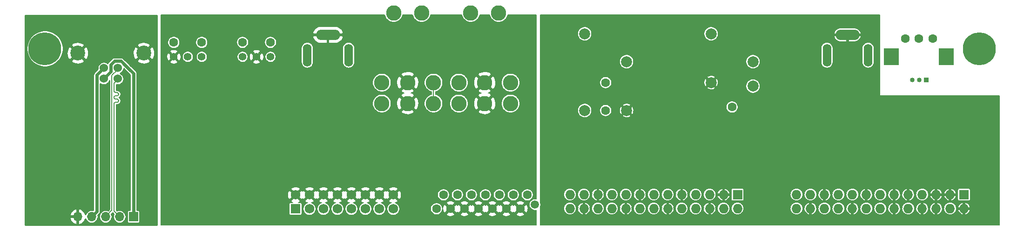
<source format=gtl>
G04 #@! TF.GenerationSoftware,KiCad,Pcbnew,(5.1.0-0)*
G04 #@! TF.CreationDate,2019-11-06T10:26:04+01:00*
G04 #@! TF.ProjectId,AddOnA,4164644f-6e41-42e6-9b69-6361645f7063,rev?*
G04 #@! TF.SameCoordinates,Original*
G04 #@! TF.FileFunction,Copper,L1,Top*
G04 #@! TF.FilePolarity,Positive*
%FSLAX46Y46*%
G04 Gerber Fmt 4.6, Leading zero omitted, Abs format (unit mm)*
G04 Created by KiCad (PCBNEW (5.1.0-0)) date 2019-11-06 10:26:04*
%MOMM*%
%LPD*%
G04 APERTURE LIST*
%ADD10C,6.000000*%
%ADD11O,1.700000X1.700000*%
%ADD12R,1.700000X1.700000*%
%ADD13C,2.794000*%
%ADD14C,1.600000*%
%ADD15C,1.400000*%
%ADD16C,2.000000*%
%ADD17C,2.700020*%
%ADD18C,1.524000*%
%ADD19C,0.850000*%
%ADD20R,0.850000X0.850000*%
%ADD21O,1.600000X4.100000*%
%ADD22O,4.400000X1.900000*%
%ADD23R,2.800000X3.100000*%
%ADD24C,1.727200*%
%ADD25R,1.727200X1.727200*%
%ADD26O,1.727200X1.727200*%
%ADD27C,1.500000*%
%ADD28C,0.600000*%
%ADD29C,0.200000*%
%ADD30C,0.600000*%
%ADD31C,0.254000*%
G04 APERTURE END LIST*
D10*
X10000000Y83500000D03*
X180000000Y83500000D03*
D11*
X15940000Y52900000D03*
X18480000Y52900000D03*
X21020000Y52900000D03*
X23560000Y52900000D03*
D12*
X26100000Y52900000D03*
D13*
X73460000Y90000000D03*
X78540000Y90000000D03*
X71301000Y73490000D03*
X76000000Y73490000D03*
X80699000Y73490000D03*
X71301000Y77300000D03*
X76000000Y77300000D03*
X80699000Y77300000D03*
D14*
X33460000Y84620000D03*
X38540000Y84620000D03*
D15*
X33460000Y82000000D03*
X36000000Y82000000D03*
X38540000Y82000000D03*
D14*
X45960000Y84630000D03*
X51040000Y84630000D03*
D15*
X45960000Y82000000D03*
X48500000Y82000000D03*
X51040000Y82000000D03*
D14*
X112000000Y77300000D03*
D16*
X108190000Y86190000D03*
X115810000Y81110000D03*
D14*
X112000000Y72220000D03*
D16*
X115810000Y72220000D03*
X108190000Y72220000D03*
D17*
X15970520Y82699000D03*
X27969480Y82699000D03*
D18*
X23240000Y79998980D03*
X20700000Y79998980D03*
X20700000Y78000000D03*
X23240000Y78000000D03*
D19*
X167800000Y77800000D03*
X169050000Y77800000D03*
D20*
X170300000Y77800000D03*
D21*
X152250000Y82300000D03*
X159750000Y82300000D03*
D22*
X156000000Y86000000D03*
D16*
X131190000Y86190000D03*
X138810000Y81110000D03*
D14*
X135000000Y72850000D03*
D16*
X138810000Y76665000D03*
X131190000Y77300000D03*
D13*
X87460000Y90000000D03*
X92540000Y90000000D03*
X85301000Y73490000D03*
X90000000Y73490000D03*
X94699000Y73490000D03*
X85301000Y77300000D03*
X90000000Y77300000D03*
X94699000Y77300000D03*
D23*
X174000000Y82000000D03*
X164000000Y82000000D03*
D14*
X166500000Y85300000D03*
X169000000Y85300000D03*
X171500000Y85300000D03*
D24*
X73380000Y56840000D03*
X73380000Y54300000D03*
X70840000Y56840000D03*
X70840000Y54300000D03*
X68300000Y56840000D03*
X68300000Y54300000D03*
X65760000Y56840000D03*
X65760000Y54300000D03*
X63220000Y56840000D03*
X63220000Y54300000D03*
X60680000Y56840000D03*
X60680000Y54300000D03*
X58140000Y56840000D03*
X58140000Y54300000D03*
X55600000Y56840000D03*
D25*
X55600000Y54300000D03*
D26*
X146720000Y54360000D03*
X146720000Y56900000D03*
X149260000Y54360000D03*
X149260000Y56900000D03*
X151800000Y54360000D03*
X151800000Y56900000D03*
X154340000Y54360000D03*
X154340000Y56900000D03*
X156880000Y54360000D03*
X156880000Y56900000D03*
X159420000Y54360000D03*
X159420000Y56900000D03*
X161960000Y54360000D03*
X161960000Y56900000D03*
X164500000Y54360000D03*
X164500000Y56900000D03*
X167040000Y54360000D03*
X167040000Y56900000D03*
X169580000Y54360000D03*
X169580000Y56900000D03*
X172120000Y54360000D03*
X172120000Y56900000D03*
X174660000Y54360000D03*
X174660000Y56900000D03*
X177200000Y54360000D03*
D25*
X177200000Y56900000D03*
X136000000Y56900000D03*
D26*
X136000000Y54360000D03*
X133460000Y56900000D03*
X133460000Y54360000D03*
X130920000Y56900000D03*
X130920000Y54360000D03*
X128380000Y56900000D03*
X128380000Y54360000D03*
X125840000Y56900000D03*
X125840000Y54360000D03*
X123300000Y56900000D03*
X123300000Y54360000D03*
X120760000Y56900000D03*
X120760000Y54360000D03*
X118220000Y56900000D03*
X118220000Y54360000D03*
X115680000Y56900000D03*
X115680000Y54360000D03*
X113140000Y56900000D03*
X113140000Y54360000D03*
X110600000Y56900000D03*
X110600000Y54360000D03*
X108060000Y56900000D03*
X108060000Y54360000D03*
X105520000Y56900000D03*
X105520000Y54360000D03*
D22*
X61500000Y86000000D03*
D21*
X65250000Y82300000D03*
X57750000Y82300000D03*
D14*
X97755000Y56870000D03*
X96485000Y54330000D03*
X95215000Y56870000D03*
X93945000Y54330000D03*
X92675000Y56870000D03*
X91405000Y54330000D03*
X90135000Y56870000D03*
X88865000Y54330000D03*
X87595000Y56870000D03*
X86325000Y54330000D03*
X85055000Y56870000D03*
X83785000Y54330000D03*
X82515000Y56870000D03*
X81245000Y54330000D03*
D27*
X99155000Y55070000D03*
D28*
X60600000Y82100000D03*
X60900000Y84000000D03*
X67700000Y74100000D03*
X67700000Y76100000D03*
X63300000Y73000000D03*
X55800000Y78800000D03*
X155700000Y80000000D03*
X157700000Y80000000D03*
X136000000Y71800000D03*
X130000000Y71800000D03*
X54800000Y80900000D03*
X36000000Y86500000D03*
X50600000Y78800000D03*
X51175000Y74525000D03*
X52445000Y69000000D03*
X51175000Y69000000D03*
X49905000Y69000000D03*
X48635000Y69000000D03*
X43555000Y69000000D03*
X140000000Y71800000D03*
X134000000Y71800000D03*
X69600000Y70300000D03*
X67800000Y62800000D03*
X49900000Y74524999D03*
X44825000Y68975000D03*
D29*
X80699000Y73490000D02*
X80699000Y77300000D01*
D30*
X19938001Y79236981D02*
X20700000Y79998980D01*
X19437999Y78736979D02*
X19938001Y79236981D01*
X19437999Y53857999D02*
X19437999Y78736979D01*
X18480000Y52900000D02*
X19437999Y53857999D01*
X23845761Y81260981D02*
X22634239Y81260981D01*
X22634239Y81260981D02*
X21977999Y80604741D01*
X21977999Y80604741D02*
X21977999Y80477999D01*
X21977999Y79277999D02*
X20700000Y78000000D01*
X21977999Y80604741D02*
X21977999Y79277999D01*
X26100000Y79006742D02*
X24203371Y80903371D01*
X26100000Y52900000D02*
X26100000Y79006742D01*
X24203371Y80903371D02*
X23845761Y81260981D01*
X25500000Y79606742D02*
X24203371Y80903371D01*
D29*
X22900000Y79658980D02*
X23240000Y79998980D01*
X22177999Y54057999D02*
X21020000Y52900000D01*
X22177999Y78629457D02*
X22177999Y54057999D01*
X23240000Y79691458D02*
X22177999Y78629457D01*
X23240000Y79998980D02*
X23240000Y79691458D01*
X22585530Y75755234D02*
X22578009Y75821991D01*
X22607718Y75691825D02*
X22585530Y75755234D01*
X22643459Y75634944D02*
X22607718Y75691825D01*
X22690962Y75587441D02*
X22643459Y75634944D01*
X22747843Y75551700D02*
X22690962Y75587441D01*
X23163667Y75514469D02*
X23096911Y75521991D01*
X22878009Y75521991D02*
X22811252Y75529512D01*
X23331460Y75409037D02*
X23283957Y75456540D01*
X23396911Y75221991D02*
X23389389Y75288747D01*
X23367201Y75091825D02*
X23389389Y75155234D01*
X23389389Y75288747D02*
X23367201Y75352156D01*
X23096911Y74921991D02*
X23163667Y74929512D01*
X22585530Y74555234D02*
X22578009Y74621991D01*
X22747843Y74892281D02*
X22811252Y74914469D01*
X23331460Y75034944D02*
X23367201Y75091825D01*
X22690962Y73656540D02*
X22747843Y73692281D01*
X22690962Y74856540D02*
X22747843Y74892281D01*
X22578009Y53881991D02*
X22578009Y73421991D01*
X22607718Y74491825D02*
X22585530Y74555234D01*
X23240000Y77840000D02*
X23240000Y78000000D01*
X23367201Y73891825D02*
X23389389Y73955234D01*
X23283957Y74987441D02*
X23331460Y75034944D01*
X22643459Y74434944D02*
X22607718Y74491825D01*
X22578009Y75821991D02*
X22578009Y77178009D01*
X22690962Y74387441D02*
X22643459Y74434944D01*
X23163667Y74929512D02*
X23227076Y74951700D01*
X22878009Y74321991D02*
X22811252Y74329512D01*
X23389389Y74088747D02*
X23367201Y74152156D01*
X23096911Y74321991D02*
X22878009Y74321991D01*
X22811252Y74914469D02*
X22878009Y74921991D01*
X22607718Y74752156D02*
X22643459Y74809037D01*
X22811252Y73714469D02*
X22878009Y73721991D01*
X23163667Y74314469D02*
X23096911Y74321991D01*
X23096911Y75521991D02*
X22878009Y75521991D01*
X23227076Y74292281D02*
X23163667Y74314469D01*
X22747843Y74351700D02*
X22690962Y74387441D01*
X23283957Y74256540D02*
X23227076Y74292281D01*
X23096911Y73721991D02*
X23163667Y73729512D01*
X23367201Y74152156D02*
X23331460Y74209037D01*
X23283957Y75456540D02*
X23227076Y75492281D01*
X23163667Y73729512D02*
X23227076Y73751700D01*
X23227076Y75492281D02*
X23163667Y75514469D01*
X23396911Y74021991D02*
X23389389Y74088747D01*
X23227076Y73751700D02*
X23283957Y73787441D01*
X22747843Y73692281D02*
X22811252Y73714469D01*
X23331460Y73834944D02*
X23367201Y73891825D01*
X23331460Y74209037D02*
X23283957Y74256540D01*
X22878009Y74921991D02*
X23096911Y74921991D01*
X23283957Y73787441D02*
X23331460Y73834944D01*
X23389389Y73955234D02*
X23396911Y74021991D01*
X22585530Y74688747D02*
X22607718Y74752156D01*
X22878009Y73721991D02*
X23096911Y73721991D01*
X22578009Y74621991D02*
X22585530Y74688747D01*
X23367201Y75352156D02*
X23331460Y75409037D01*
X22643459Y73609037D02*
X22690962Y73656540D01*
X22607718Y73552156D02*
X22643459Y73609037D01*
X23389389Y75155234D02*
X23396911Y75221991D01*
X22585530Y73488747D02*
X22607718Y73552156D01*
X22643459Y74809037D02*
X22690962Y74856540D01*
X22811252Y75529512D02*
X22747843Y75551700D01*
X22811252Y74329512D02*
X22747843Y74351700D01*
X22578009Y73421991D02*
X22585530Y73488747D01*
X22578009Y77178009D02*
X23240000Y77840000D01*
X23227076Y74951700D02*
X23283957Y74987441D01*
X23560000Y52900000D02*
X22578009Y53881991D01*
G36*
X71828215Y89505003D02*
G01*
X71956138Y89196169D01*
X72141854Y88918226D01*
X72378226Y88681854D01*
X72656169Y88496138D01*
X72965003Y88368215D01*
X73292860Y88303000D01*
X73627140Y88303000D01*
X73954997Y88368215D01*
X74263831Y88496138D01*
X74541774Y88681854D01*
X74778146Y88918226D01*
X74963862Y89196169D01*
X75091785Y89505003D01*
X75115654Y89625000D01*
X76884346Y89625000D01*
X76908215Y89505003D01*
X77036138Y89196169D01*
X77221854Y88918226D01*
X77458226Y88681854D01*
X77736169Y88496138D01*
X78045003Y88368215D01*
X78372860Y88303000D01*
X78707140Y88303000D01*
X79034997Y88368215D01*
X79343831Y88496138D01*
X79621774Y88681854D01*
X79858146Y88918226D01*
X80043862Y89196169D01*
X80171785Y89505003D01*
X80195654Y89625000D01*
X85804346Y89625000D01*
X85828215Y89505003D01*
X85956138Y89196169D01*
X86141854Y88918226D01*
X86378226Y88681854D01*
X86656169Y88496138D01*
X86965003Y88368215D01*
X87292860Y88303000D01*
X87627140Y88303000D01*
X87954997Y88368215D01*
X88263831Y88496138D01*
X88541774Y88681854D01*
X88778146Y88918226D01*
X88963862Y89196169D01*
X89091785Y89505003D01*
X89115654Y89625000D01*
X90884346Y89625000D01*
X90908215Y89505003D01*
X91036138Y89196169D01*
X91221854Y88918226D01*
X91458226Y88681854D01*
X91736169Y88496138D01*
X92045003Y88368215D01*
X92372860Y88303000D01*
X92707140Y88303000D01*
X93034997Y88368215D01*
X93343831Y88496138D01*
X93621774Y88681854D01*
X93858146Y88918226D01*
X94043862Y89196169D01*
X94171785Y89505003D01*
X94195654Y89625000D01*
X99400000Y89625000D01*
X99400000Y56091838D01*
X99258416Y56120000D01*
X99051584Y56120000D01*
X98848726Y56079650D01*
X98657638Y56000498D01*
X98485664Y55885589D01*
X98339411Y55739336D01*
X98224502Y55567362D01*
X98145350Y55376274D01*
X98105000Y55173416D01*
X98105000Y54966584D01*
X98145350Y54763726D01*
X98224502Y54572638D01*
X98339411Y54400664D01*
X98485664Y54254411D01*
X98657638Y54139502D01*
X98848726Y54060350D01*
X99051584Y54020000D01*
X99258416Y54020000D01*
X99400000Y54048162D01*
X99400000Y51375000D01*
X31100000Y51375000D01*
X31100000Y55163600D01*
X54434949Y55163600D01*
X54434949Y53436400D01*
X54440741Y53377590D01*
X54457896Y53321040D01*
X54485753Y53268923D01*
X54523242Y53223242D01*
X54568923Y53185753D01*
X54621040Y53157896D01*
X54677590Y53140741D01*
X54736400Y53134949D01*
X56463600Y53134949D01*
X56522410Y53140741D01*
X56578960Y53157896D01*
X56631077Y53185753D01*
X56676758Y53223242D01*
X56714247Y53268923D01*
X56742104Y53321040D01*
X56759259Y53377590D01*
X56765051Y53436400D01*
X56765051Y54414605D01*
X56976400Y54414605D01*
X56976400Y54185395D01*
X57021117Y53960590D01*
X57108831Y53748829D01*
X57236173Y53558248D01*
X57398248Y53396173D01*
X57588829Y53268831D01*
X57800590Y53181117D01*
X58025395Y53136400D01*
X58254605Y53136400D01*
X58479410Y53181117D01*
X58691171Y53268831D01*
X58881752Y53396173D01*
X59043827Y53558248D01*
X59171169Y53748829D01*
X59258883Y53960590D01*
X59303600Y54185395D01*
X59303600Y54414605D01*
X59516400Y54414605D01*
X59516400Y54185395D01*
X59561117Y53960590D01*
X59648831Y53748829D01*
X59776173Y53558248D01*
X59938248Y53396173D01*
X60128829Y53268831D01*
X60340590Y53181117D01*
X60565395Y53136400D01*
X60794605Y53136400D01*
X61019410Y53181117D01*
X61231171Y53268831D01*
X61421752Y53396173D01*
X61583827Y53558248D01*
X61711169Y53748829D01*
X61798883Y53960590D01*
X61843600Y54185395D01*
X61843600Y54414605D01*
X62056400Y54414605D01*
X62056400Y54185395D01*
X62101117Y53960590D01*
X62188831Y53748829D01*
X62316173Y53558248D01*
X62478248Y53396173D01*
X62668829Y53268831D01*
X62880590Y53181117D01*
X63105395Y53136400D01*
X63334605Y53136400D01*
X63559410Y53181117D01*
X63771171Y53268831D01*
X63961752Y53396173D01*
X64123827Y53558248D01*
X64251169Y53748829D01*
X64338883Y53960590D01*
X64383600Y54185395D01*
X64383600Y54414605D01*
X64596400Y54414605D01*
X64596400Y54185395D01*
X64641117Y53960590D01*
X64728831Y53748829D01*
X64856173Y53558248D01*
X65018248Y53396173D01*
X65208829Y53268831D01*
X65420590Y53181117D01*
X65645395Y53136400D01*
X65874605Y53136400D01*
X66099410Y53181117D01*
X66311171Y53268831D01*
X66501752Y53396173D01*
X66663827Y53558248D01*
X66791169Y53748829D01*
X66878883Y53960590D01*
X66923600Y54185395D01*
X66923600Y54414605D01*
X67136400Y54414605D01*
X67136400Y54185395D01*
X67181117Y53960590D01*
X67268831Y53748829D01*
X67396173Y53558248D01*
X67558248Y53396173D01*
X67748829Y53268831D01*
X67960590Y53181117D01*
X68185395Y53136400D01*
X68414605Y53136400D01*
X68639410Y53181117D01*
X68851171Y53268831D01*
X69041752Y53396173D01*
X69203827Y53558248D01*
X69331169Y53748829D01*
X69418883Y53960590D01*
X69463600Y54185395D01*
X69463600Y54414605D01*
X69676400Y54414605D01*
X69676400Y54185395D01*
X69721117Y53960590D01*
X69808831Y53748829D01*
X69936173Y53558248D01*
X70098248Y53396173D01*
X70288829Y53268831D01*
X70500590Y53181117D01*
X70725395Y53136400D01*
X70954605Y53136400D01*
X71179410Y53181117D01*
X71391171Y53268831D01*
X71581752Y53396173D01*
X71743827Y53558248D01*
X71871169Y53748829D01*
X71958883Y53960590D01*
X72003600Y54185395D01*
X72003600Y54414605D01*
X72216400Y54414605D01*
X72216400Y54185395D01*
X72261117Y53960590D01*
X72348831Y53748829D01*
X72476173Y53558248D01*
X72638248Y53396173D01*
X72828829Y53268831D01*
X73040590Y53181117D01*
X73265395Y53136400D01*
X73494605Y53136400D01*
X73719410Y53181117D01*
X73931171Y53268831D01*
X74121752Y53396173D01*
X74283827Y53558248D01*
X74411169Y53748829D01*
X74498883Y53960590D01*
X74543600Y54185395D01*
X74543600Y54414605D01*
X74538879Y54438341D01*
X80145000Y54438341D01*
X80145000Y54221659D01*
X80187273Y54009142D01*
X80270193Y53808955D01*
X80390575Y53628791D01*
X80543791Y53475575D01*
X80723955Y53355193D01*
X80924142Y53272273D01*
X81136659Y53230000D01*
X81353341Y53230000D01*
X81565858Y53272273D01*
X81716874Y53334826D01*
X83007615Y53334826D01*
X83082924Y53101673D01*
X83336048Y52988307D01*
X83606426Y52926502D01*
X83883666Y52918631D01*
X84157114Y52964999D01*
X84416263Y53063823D01*
X84487076Y53101673D01*
X84562385Y53334826D01*
X85547615Y53334826D01*
X85622924Y53101673D01*
X85876048Y52988307D01*
X86146426Y52926502D01*
X86423666Y52918631D01*
X86697114Y52964999D01*
X86956263Y53063823D01*
X87027076Y53101673D01*
X87102385Y53334826D01*
X88087615Y53334826D01*
X88162924Y53101673D01*
X88416048Y52988307D01*
X88686426Y52926502D01*
X88963666Y52918631D01*
X89237114Y52964999D01*
X89496263Y53063823D01*
X89567076Y53101673D01*
X89642385Y53334826D01*
X90627615Y53334826D01*
X90702924Y53101673D01*
X90956048Y52988307D01*
X91226426Y52926502D01*
X91503666Y52918631D01*
X91777114Y52964999D01*
X92036263Y53063823D01*
X92107076Y53101673D01*
X92182385Y53334826D01*
X93167615Y53334826D01*
X93242924Y53101673D01*
X93496048Y52988307D01*
X93766426Y52926502D01*
X94043666Y52918631D01*
X94317114Y52964999D01*
X94576263Y53063823D01*
X94647076Y53101673D01*
X94722385Y53334826D01*
X95707615Y53334826D01*
X95782924Y53101673D01*
X96036048Y52988307D01*
X96306426Y52926502D01*
X96583666Y52918631D01*
X96857114Y52964999D01*
X97116263Y53063823D01*
X97187076Y53101673D01*
X97262385Y53334826D01*
X96485000Y54112211D01*
X95707615Y53334826D01*
X94722385Y53334826D01*
X93945000Y54112211D01*
X93167615Y53334826D01*
X92182385Y53334826D01*
X91405000Y54112211D01*
X90627615Y53334826D01*
X89642385Y53334826D01*
X88865000Y54112211D01*
X88087615Y53334826D01*
X87102385Y53334826D01*
X86325000Y54112211D01*
X85547615Y53334826D01*
X84562385Y53334826D01*
X83785000Y54112211D01*
X83007615Y53334826D01*
X81716874Y53334826D01*
X81766045Y53355193D01*
X81946209Y53475575D01*
X82099425Y53628791D01*
X82219807Y53808955D01*
X82302727Y54009142D01*
X82345000Y54221659D01*
X82345000Y54231334D01*
X82373631Y54231334D01*
X82419999Y53957886D01*
X82518823Y53698737D01*
X82556673Y53627924D01*
X82789826Y53552615D01*
X83567211Y54330000D01*
X84002789Y54330000D01*
X84780174Y53552615D01*
X85013327Y53627924D01*
X85052485Y53715357D01*
X85058823Y53698737D01*
X85096673Y53627924D01*
X85329826Y53552615D01*
X86107211Y54330000D01*
X86542789Y54330000D01*
X87320174Y53552615D01*
X87553327Y53627924D01*
X87592485Y53715357D01*
X87598823Y53698737D01*
X87636673Y53627924D01*
X87869826Y53552615D01*
X88647211Y54330000D01*
X89082789Y54330000D01*
X89860174Y53552615D01*
X90093327Y53627924D01*
X90132485Y53715357D01*
X90138823Y53698737D01*
X90176673Y53627924D01*
X90409826Y53552615D01*
X91187211Y54330000D01*
X91622789Y54330000D01*
X92400174Y53552615D01*
X92633327Y53627924D01*
X92672485Y53715357D01*
X92678823Y53698737D01*
X92716673Y53627924D01*
X92949826Y53552615D01*
X93727211Y54330000D01*
X94162789Y54330000D01*
X94940174Y53552615D01*
X95173327Y53627924D01*
X95212485Y53715357D01*
X95218823Y53698737D01*
X95256673Y53627924D01*
X95489826Y53552615D01*
X96267211Y54330000D01*
X96702789Y54330000D01*
X97480174Y53552615D01*
X97713327Y53627924D01*
X97826693Y53881048D01*
X97888498Y54151426D01*
X97896369Y54428666D01*
X97850001Y54702114D01*
X97751177Y54961263D01*
X97713327Y55032076D01*
X97480174Y55107385D01*
X96702789Y54330000D01*
X96267211Y54330000D01*
X95489826Y55107385D01*
X95256673Y55032076D01*
X95217515Y54944643D01*
X95211177Y54961263D01*
X95173327Y55032076D01*
X94940174Y55107385D01*
X94162789Y54330000D01*
X93727211Y54330000D01*
X92949826Y55107385D01*
X92716673Y55032076D01*
X92677515Y54944643D01*
X92671177Y54961263D01*
X92633327Y55032076D01*
X92400174Y55107385D01*
X91622789Y54330000D01*
X91187211Y54330000D01*
X90409826Y55107385D01*
X90176673Y55032076D01*
X90137515Y54944643D01*
X90131177Y54961263D01*
X90093327Y55032076D01*
X89860174Y55107385D01*
X89082789Y54330000D01*
X88647211Y54330000D01*
X87869826Y55107385D01*
X87636673Y55032076D01*
X87597515Y54944643D01*
X87591177Y54961263D01*
X87553327Y55032076D01*
X87320174Y55107385D01*
X86542789Y54330000D01*
X86107211Y54330000D01*
X85329826Y55107385D01*
X85096673Y55032076D01*
X85057515Y54944643D01*
X85051177Y54961263D01*
X85013327Y55032076D01*
X84780174Y55107385D01*
X84002789Y54330000D01*
X83567211Y54330000D01*
X82789826Y55107385D01*
X82556673Y55032076D01*
X82443307Y54778952D01*
X82381502Y54508574D01*
X82373631Y54231334D01*
X82345000Y54231334D01*
X82345000Y54438341D01*
X82302727Y54650858D01*
X82219807Y54851045D01*
X82099425Y55031209D01*
X81946209Y55184425D01*
X81766045Y55304807D01*
X81716875Y55325174D01*
X83007615Y55325174D01*
X83785000Y54547789D01*
X84562385Y55325174D01*
X85547615Y55325174D01*
X86325000Y54547789D01*
X87102385Y55325174D01*
X88087615Y55325174D01*
X88865000Y54547789D01*
X89642385Y55325174D01*
X90627615Y55325174D01*
X91405000Y54547789D01*
X92182385Y55325174D01*
X93167615Y55325174D01*
X93945000Y54547789D01*
X94722385Y55325174D01*
X95707615Y55325174D01*
X96485000Y54547789D01*
X97262385Y55325174D01*
X97187076Y55558327D01*
X96933952Y55671693D01*
X96663574Y55733498D01*
X96386334Y55741369D01*
X96112886Y55695001D01*
X95853737Y55596177D01*
X95782924Y55558327D01*
X95707615Y55325174D01*
X94722385Y55325174D01*
X94647076Y55558327D01*
X94393952Y55671693D01*
X94123574Y55733498D01*
X93846334Y55741369D01*
X93572886Y55695001D01*
X93313737Y55596177D01*
X93242924Y55558327D01*
X93167615Y55325174D01*
X92182385Y55325174D01*
X92107076Y55558327D01*
X91853952Y55671693D01*
X91583574Y55733498D01*
X91306334Y55741369D01*
X91032886Y55695001D01*
X90773737Y55596177D01*
X90702924Y55558327D01*
X90627615Y55325174D01*
X89642385Y55325174D01*
X89567076Y55558327D01*
X89313952Y55671693D01*
X89043574Y55733498D01*
X88766334Y55741369D01*
X88492886Y55695001D01*
X88233737Y55596177D01*
X88162924Y55558327D01*
X88087615Y55325174D01*
X87102385Y55325174D01*
X87027076Y55558327D01*
X86773952Y55671693D01*
X86503574Y55733498D01*
X86226334Y55741369D01*
X85952886Y55695001D01*
X85693737Y55596177D01*
X85622924Y55558327D01*
X85547615Y55325174D01*
X84562385Y55325174D01*
X84487076Y55558327D01*
X84233952Y55671693D01*
X83963574Y55733498D01*
X83686334Y55741369D01*
X83412886Y55695001D01*
X83153737Y55596177D01*
X83082924Y55558327D01*
X83007615Y55325174D01*
X81716875Y55325174D01*
X81565858Y55387727D01*
X81353341Y55430000D01*
X81136659Y55430000D01*
X80924142Y55387727D01*
X80723955Y55304807D01*
X80543791Y55184425D01*
X80390575Y55031209D01*
X80270193Y54851045D01*
X80187273Y54650858D01*
X80145000Y54438341D01*
X74538879Y54438341D01*
X74498883Y54639410D01*
X74411169Y54851171D01*
X74283827Y55041752D01*
X74121752Y55203827D01*
X73931171Y55331169D01*
X73744299Y55408574D01*
X73762170Y55411517D01*
X74033510Y55513523D01*
X74119855Y55559676D01*
X74202897Y55799314D01*
X73380000Y56622211D01*
X72557103Y55799314D01*
X72640145Y55559676D01*
X72904140Y55439938D01*
X73023893Y55411967D01*
X72828829Y55331169D01*
X72638248Y55203827D01*
X72476173Y55041752D01*
X72348831Y54851171D01*
X72261117Y54639410D01*
X72216400Y54414605D01*
X72003600Y54414605D01*
X71958883Y54639410D01*
X71871169Y54851171D01*
X71743827Y55041752D01*
X71581752Y55203827D01*
X71391171Y55331169D01*
X71204299Y55408574D01*
X71222170Y55411517D01*
X71493510Y55513523D01*
X71579855Y55559676D01*
X71662897Y55799314D01*
X70840000Y56622211D01*
X70017103Y55799314D01*
X70100145Y55559676D01*
X70364140Y55439938D01*
X70483893Y55411967D01*
X70288829Y55331169D01*
X70098248Y55203827D01*
X69936173Y55041752D01*
X69808831Y54851171D01*
X69721117Y54639410D01*
X69676400Y54414605D01*
X69463600Y54414605D01*
X69418883Y54639410D01*
X69331169Y54851171D01*
X69203827Y55041752D01*
X69041752Y55203827D01*
X68851171Y55331169D01*
X68664299Y55408574D01*
X68682170Y55411517D01*
X68953510Y55513523D01*
X69039855Y55559676D01*
X69122897Y55799314D01*
X68300000Y56622211D01*
X67477103Y55799314D01*
X67560145Y55559676D01*
X67824140Y55439938D01*
X67943893Y55411967D01*
X67748829Y55331169D01*
X67558248Y55203827D01*
X67396173Y55041752D01*
X67268831Y54851171D01*
X67181117Y54639410D01*
X67136400Y54414605D01*
X66923600Y54414605D01*
X66878883Y54639410D01*
X66791169Y54851171D01*
X66663827Y55041752D01*
X66501752Y55203827D01*
X66311171Y55331169D01*
X66124299Y55408574D01*
X66142170Y55411517D01*
X66413510Y55513523D01*
X66499855Y55559676D01*
X66582897Y55799314D01*
X65760000Y56622211D01*
X64937103Y55799314D01*
X65020145Y55559676D01*
X65284140Y55439938D01*
X65403893Y55411967D01*
X65208829Y55331169D01*
X65018248Y55203827D01*
X64856173Y55041752D01*
X64728831Y54851171D01*
X64641117Y54639410D01*
X64596400Y54414605D01*
X64383600Y54414605D01*
X64338883Y54639410D01*
X64251169Y54851171D01*
X64123827Y55041752D01*
X63961752Y55203827D01*
X63771171Y55331169D01*
X63584299Y55408574D01*
X63602170Y55411517D01*
X63873510Y55513523D01*
X63959855Y55559676D01*
X64042897Y55799314D01*
X63220000Y56622211D01*
X62397103Y55799314D01*
X62480145Y55559676D01*
X62744140Y55439938D01*
X62863893Y55411967D01*
X62668829Y55331169D01*
X62478248Y55203827D01*
X62316173Y55041752D01*
X62188831Y54851171D01*
X62101117Y54639410D01*
X62056400Y54414605D01*
X61843600Y54414605D01*
X61798883Y54639410D01*
X61711169Y54851171D01*
X61583827Y55041752D01*
X61421752Y55203827D01*
X61231171Y55331169D01*
X61044299Y55408574D01*
X61062170Y55411517D01*
X61333510Y55513523D01*
X61419855Y55559676D01*
X61502897Y55799314D01*
X60680000Y56622211D01*
X59857103Y55799314D01*
X59940145Y55559676D01*
X60204140Y55439938D01*
X60323893Y55411967D01*
X60128829Y55331169D01*
X59938248Y55203827D01*
X59776173Y55041752D01*
X59648831Y54851171D01*
X59561117Y54639410D01*
X59516400Y54414605D01*
X59303600Y54414605D01*
X59258883Y54639410D01*
X59171169Y54851171D01*
X59043827Y55041752D01*
X58881752Y55203827D01*
X58691171Y55331169D01*
X58504299Y55408574D01*
X58522170Y55411517D01*
X58793510Y55513523D01*
X58879855Y55559676D01*
X58962897Y55799314D01*
X58140000Y56622211D01*
X57317103Y55799314D01*
X57400145Y55559676D01*
X57664140Y55439938D01*
X57783893Y55411967D01*
X57588829Y55331169D01*
X57398248Y55203827D01*
X57236173Y55041752D01*
X57108831Y54851171D01*
X57021117Y54639410D01*
X56976400Y54414605D01*
X56765051Y54414605D01*
X56765051Y55163600D01*
X56759259Y55222410D01*
X56742104Y55278960D01*
X56714247Y55331077D01*
X56676758Y55376758D01*
X56631077Y55414247D01*
X56578960Y55442104D01*
X56522410Y55459259D01*
X56463600Y55465051D01*
X56124573Y55465051D01*
X56253510Y55513523D01*
X56339855Y55559676D01*
X56422897Y55799314D01*
X55600000Y56622211D01*
X54777103Y55799314D01*
X54860145Y55559676D01*
X55068772Y55465051D01*
X54736400Y55465051D01*
X54677590Y55459259D01*
X54621040Y55442104D01*
X54568923Y55414247D01*
X54523242Y55376758D01*
X54485753Y55331077D01*
X54457896Y55278960D01*
X54440741Y55222410D01*
X54434949Y55163600D01*
X31100000Y55163600D01*
X31100000Y56743857D01*
X54124407Y56743857D01*
X54171517Y56457830D01*
X54273523Y56186490D01*
X54319676Y56100145D01*
X54559314Y56017103D01*
X55382211Y56840000D01*
X55817789Y56840000D01*
X56640686Y56017103D01*
X56870000Y56096567D01*
X57099314Y56017103D01*
X57922211Y56840000D01*
X58357789Y56840000D01*
X59180686Y56017103D01*
X59410000Y56096567D01*
X59639314Y56017103D01*
X60462211Y56840000D01*
X60897789Y56840000D01*
X61720686Y56017103D01*
X61950000Y56096567D01*
X62179314Y56017103D01*
X63002211Y56840000D01*
X63437789Y56840000D01*
X64260686Y56017103D01*
X64490000Y56096567D01*
X64719314Y56017103D01*
X65542211Y56840000D01*
X65977789Y56840000D01*
X66800686Y56017103D01*
X67030000Y56096567D01*
X67259314Y56017103D01*
X68082211Y56840000D01*
X68517789Y56840000D01*
X69340686Y56017103D01*
X69570000Y56096567D01*
X69799314Y56017103D01*
X70622211Y56840000D01*
X71057789Y56840000D01*
X71880686Y56017103D01*
X72110000Y56096567D01*
X72339314Y56017103D01*
X73162211Y56840000D01*
X73597789Y56840000D01*
X74420686Y56017103D01*
X74660324Y56100145D01*
X74780062Y56364140D01*
X74845996Y56646422D01*
X74855593Y56936143D01*
X74848643Y56978341D01*
X81415000Y56978341D01*
X81415000Y56761659D01*
X81457273Y56549142D01*
X81540193Y56348955D01*
X81660575Y56168791D01*
X81813791Y56015575D01*
X81993955Y55895193D01*
X82194142Y55812273D01*
X82406659Y55770000D01*
X82623341Y55770000D01*
X82835858Y55812273D01*
X83036045Y55895193D01*
X83216209Y56015575D01*
X83369425Y56168791D01*
X83489807Y56348955D01*
X83572727Y56549142D01*
X83615000Y56761659D01*
X83615000Y56978341D01*
X83955000Y56978341D01*
X83955000Y56761659D01*
X83997273Y56549142D01*
X84080193Y56348955D01*
X84200575Y56168791D01*
X84353791Y56015575D01*
X84533955Y55895193D01*
X84734142Y55812273D01*
X84946659Y55770000D01*
X85163341Y55770000D01*
X85375858Y55812273D01*
X85576045Y55895193D01*
X85756209Y56015575D01*
X85909425Y56168791D01*
X86029807Y56348955D01*
X86112727Y56549142D01*
X86155000Y56761659D01*
X86155000Y56978341D01*
X86495000Y56978341D01*
X86495000Y56761659D01*
X86537273Y56549142D01*
X86620193Y56348955D01*
X86740575Y56168791D01*
X86893791Y56015575D01*
X87073955Y55895193D01*
X87274142Y55812273D01*
X87486659Y55770000D01*
X87703341Y55770000D01*
X87915858Y55812273D01*
X88116045Y55895193D01*
X88296209Y56015575D01*
X88449425Y56168791D01*
X88569807Y56348955D01*
X88652727Y56549142D01*
X88695000Y56761659D01*
X88695000Y56978341D01*
X89035000Y56978341D01*
X89035000Y56761659D01*
X89077273Y56549142D01*
X89160193Y56348955D01*
X89280575Y56168791D01*
X89433791Y56015575D01*
X89613955Y55895193D01*
X89814142Y55812273D01*
X90026659Y55770000D01*
X90243341Y55770000D01*
X90455858Y55812273D01*
X90656045Y55895193D01*
X90836209Y56015575D01*
X90989425Y56168791D01*
X91109807Y56348955D01*
X91192727Y56549142D01*
X91235000Y56761659D01*
X91235000Y56978341D01*
X91575000Y56978341D01*
X91575000Y56761659D01*
X91617273Y56549142D01*
X91700193Y56348955D01*
X91820575Y56168791D01*
X91973791Y56015575D01*
X92153955Y55895193D01*
X92354142Y55812273D01*
X92566659Y55770000D01*
X92783341Y55770000D01*
X92995858Y55812273D01*
X93196045Y55895193D01*
X93376209Y56015575D01*
X93529425Y56168791D01*
X93649807Y56348955D01*
X93732727Y56549142D01*
X93775000Y56761659D01*
X93775000Y56978341D01*
X94115000Y56978341D01*
X94115000Y56761659D01*
X94157273Y56549142D01*
X94240193Y56348955D01*
X94360575Y56168791D01*
X94513791Y56015575D01*
X94693955Y55895193D01*
X94894142Y55812273D01*
X95106659Y55770000D01*
X95323341Y55770000D01*
X95535858Y55812273D01*
X95736045Y55895193D01*
X95916209Y56015575D01*
X96069425Y56168791D01*
X96189807Y56348955D01*
X96272727Y56549142D01*
X96315000Y56761659D01*
X96315000Y56978341D01*
X96655000Y56978341D01*
X96655000Y56761659D01*
X96697273Y56549142D01*
X96780193Y56348955D01*
X96900575Y56168791D01*
X97053791Y56015575D01*
X97233955Y55895193D01*
X97434142Y55812273D01*
X97646659Y55770000D01*
X97863341Y55770000D01*
X98075858Y55812273D01*
X98276045Y55895193D01*
X98456209Y56015575D01*
X98609425Y56168791D01*
X98729807Y56348955D01*
X98812727Y56549142D01*
X98855000Y56761659D01*
X98855000Y56978341D01*
X98812727Y57190858D01*
X98729807Y57391045D01*
X98609425Y57571209D01*
X98456209Y57724425D01*
X98276045Y57844807D01*
X98075858Y57927727D01*
X97863341Y57970000D01*
X97646659Y57970000D01*
X97434142Y57927727D01*
X97233955Y57844807D01*
X97053791Y57724425D01*
X96900575Y57571209D01*
X96780193Y57391045D01*
X96697273Y57190858D01*
X96655000Y56978341D01*
X96315000Y56978341D01*
X96272727Y57190858D01*
X96189807Y57391045D01*
X96069425Y57571209D01*
X95916209Y57724425D01*
X95736045Y57844807D01*
X95535858Y57927727D01*
X95323341Y57970000D01*
X95106659Y57970000D01*
X94894142Y57927727D01*
X94693955Y57844807D01*
X94513791Y57724425D01*
X94360575Y57571209D01*
X94240193Y57391045D01*
X94157273Y57190858D01*
X94115000Y56978341D01*
X93775000Y56978341D01*
X93732727Y57190858D01*
X93649807Y57391045D01*
X93529425Y57571209D01*
X93376209Y57724425D01*
X93196045Y57844807D01*
X92995858Y57927727D01*
X92783341Y57970000D01*
X92566659Y57970000D01*
X92354142Y57927727D01*
X92153955Y57844807D01*
X91973791Y57724425D01*
X91820575Y57571209D01*
X91700193Y57391045D01*
X91617273Y57190858D01*
X91575000Y56978341D01*
X91235000Y56978341D01*
X91192727Y57190858D01*
X91109807Y57391045D01*
X90989425Y57571209D01*
X90836209Y57724425D01*
X90656045Y57844807D01*
X90455858Y57927727D01*
X90243341Y57970000D01*
X90026659Y57970000D01*
X89814142Y57927727D01*
X89613955Y57844807D01*
X89433791Y57724425D01*
X89280575Y57571209D01*
X89160193Y57391045D01*
X89077273Y57190858D01*
X89035000Y56978341D01*
X88695000Y56978341D01*
X88652727Y57190858D01*
X88569807Y57391045D01*
X88449425Y57571209D01*
X88296209Y57724425D01*
X88116045Y57844807D01*
X87915858Y57927727D01*
X87703341Y57970000D01*
X87486659Y57970000D01*
X87274142Y57927727D01*
X87073955Y57844807D01*
X86893791Y57724425D01*
X86740575Y57571209D01*
X86620193Y57391045D01*
X86537273Y57190858D01*
X86495000Y56978341D01*
X86155000Y56978341D01*
X86112727Y57190858D01*
X86029807Y57391045D01*
X85909425Y57571209D01*
X85756209Y57724425D01*
X85576045Y57844807D01*
X85375858Y57927727D01*
X85163341Y57970000D01*
X84946659Y57970000D01*
X84734142Y57927727D01*
X84533955Y57844807D01*
X84353791Y57724425D01*
X84200575Y57571209D01*
X84080193Y57391045D01*
X83997273Y57190858D01*
X83955000Y56978341D01*
X83615000Y56978341D01*
X83572727Y57190858D01*
X83489807Y57391045D01*
X83369425Y57571209D01*
X83216209Y57724425D01*
X83036045Y57844807D01*
X82835858Y57927727D01*
X82623341Y57970000D01*
X82406659Y57970000D01*
X82194142Y57927727D01*
X81993955Y57844807D01*
X81813791Y57724425D01*
X81660575Y57571209D01*
X81540193Y57391045D01*
X81457273Y57190858D01*
X81415000Y56978341D01*
X74848643Y56978341D01*
X74808483Y57222170D01*
X74706477Y57493510D01*
X74660324Y57579855D01*
X74420686Y57662897D01*
X73597789Y56840000D01*
X73162211Y56840000D01*
X72339314Y57662897D01*
X72110000Y57583433D01*
X71880686Y57662897D01*
X71057789Y56840000D01*
X70622211Y56840000D01*
X69799314Y57662897D01*
X69570000Y57583433D01*
X69340686Y57662897D01*
X68517789Y56840000D01*
X68082211Y56840000D01*
X67259314Y57662897D01*
X67030000Y57583433D01*
X66800686Y57662897D01*
X65977789Y56840000D01*
X65542211Y56840000D01*
X64719314Y57662897D01*
X64490000Y57583433D01*
X64260686Y57662897D01*
X63437789Y56840000D01*
X63002211Y56840000D01*
X62179314Y57662897D01*
X61950000Y57583433D01*
X61720686Y57662897D01*
X60897789Y56840000D01*
X60462211Y56840000D01*
X59639314Y57662897D01*
X59410000Y57583433D01*
X59180686Y57662897D01*
X58357789Y56840000D01*
X57922211Y56840000D01*
X57099314Y57662897D01*
X56870000Y57583433D01*
X56640686Y57662897D01*
X55817789Y56840000D01*
X55382211Y56840000D01*
X54559314Y57662897D01*
X54319676Y57579855D01*
X54199938Y57315860D01*
X54134004Y57033578D01*
X54124407Y56743857D01*
X31100000Y56743857D01*
X31100000Y57880686D01*
X54777103Y57880686D01*
X55600000Y57057789D01*
X56422897Y57880686D01*
X57317103Y57880686D01*
X58140000Y57057789D01*
X58962897Y57880686D01*
X59857103Y57880686D01*
X60680000Y57057789D01*
X61502897Y57880686D01*
X62397103Y57880686D01*
X63220000Y57057789D01*
X64042897Y57880686D01*
X64937103Y57880686D01*
X65760000Y57057789D01*
X66582897Y57880686D01*
X67477103Y57880686D01*
X68300000Y57057789D01*
X69122897Y57880686D01*
X70017103Y57880686D01*
X70840000Y57057789D01*
X71662897Y57880686D01*
X72557103Y57880686D01*
X73380000Y57057789D01*
X74202897Y57880686D01*
X74119855Y58120324D01*
X73855860Y58240062D01*
X73573578Y58305996D01*
X73283857Y58315593D01*
X72997830Y58268483D01*
X72726490Y58166477D01*
X72640145Y58120324D01*
X72557103Y57880686D01*
X71662897Y57880686D01*
X71579855Y58120324D01*
X71315860Y58240062D01*
X71033578Y58305996D01*
X70743857Y58315593D01*
X70457830Y58268483D01*
X70186490Y58166477D01*
X70100145Y58120324D01*
X70017103Y57880686D01*
X69122897Y57880686D01*
X69039855Y58120324D01*
X68775860Y58240062D01*
X68493578Y58305996D01*
X68203857Y58315593D01*
X67917830Y58268483D01*
X67646490Y58166477D01*
X67560145Y58120324D01*
X67477103Y57880686D01*
X66582897Y57880686D01*
X66499855Y58120324D01*
X66235860Y58240062D01*
X65953578Y58305996D01*
X65663857Y58315593D01*
X65377830Y58268483D01*
X65106490Y58166477D01*
X65020145Y58120324D01*
X64937103Y57880686D01*
X64042897Y57880686D01*
X63959855Y58120324D01*
X63695860Y58240062D01*
X63413578Y58305996D01*
X63123857Y58315593D01*
X62837830Y58268483D01*
X62566490Y58166477D01*
X62480145Y58120324D01*
X62397103Y57880686D01*
X61502897Y57880686D01*
X61419855Y58120324D01*
X61155860Y58240062D01*
X60873578Y58305996D01*
X60583857Y58315593D01*
X60297830Y58268483D01*
X60026490Y58166477D01*
X59940145Y58120324D01*
X59857103Y57880686D01*
X58962897Y57880686D01*
X58879855Y58120324D01*
X58615860Y58240062D01*
X58333578Y58305996D01*
X58043857Y58315593D01*
X57757830Y58268483D01*
X57486490Y58166477D01*
X57400145Y58120324D01*
X57317103Y57880686D01*
X56422897Y57880686D01*
X56339855Y58120324D01*
X56075860Y58240062D01*
X55793578Y58305996D01*
X55503857Y58315593D01*
X55217830Y58268483D01*
X54946490Y58166477D01*
X54860145Y58120324D01*
X54777103Y57880686D01*
X31100000Y57880686D01*
X31100000Y73657140D01*
X69604000Y73657140D01*
X69604000Y73322860D01*
X69669215Y72995003D01*
X69797138Y72686169D01*
X69982854Y72408226D01*
X70219226Y72171854D01*
X70497169Y71986138D01*
X70806003Y71858215D01*
X71133860Y71793000D01*
X71468140Y71793000D01*
X71795997Y71858215D01*
X72104831Y71986138D01*
X72228073Y72068486D01*
X74796275Y72068486D01*
X74943842Y71774322D01*
X75298848Y71601242D01*
X75680799Y71500747D01*
X76075016Y71476697D01*
X76466350Y71530017D01*
X76839764Y71658658D01*
X77056158Y71774322D01*
X77203725Y72068486D01*
X76000000Y73272211D01*
X74796275Y72068486D01*
X72228073Y72068486D01*
X72382774Y72171854D01*
X72619146Y72408226D01*
X72804862Y72686169D01*
X72932785Y72995003D01*
X72998000Y73322860D01*
X72998000Y73414984D01*
X73986697Y73414984D01*
X74040017Y73023650D01*
X74168658Y72650236D01*
X74284322Y72433842D01*
X74578486Y72286275D01*
X75782211Y73490000D01*
X76217789Y73490000D01*
X77421514Y72286275D01*
X77715678Y72433842D01*
X77888758Y72788848D01*
X77989253Y73170799D01*
X78013303Y73565016D01*
X77959983Y73956350D01*
X77831342Y74329764D01*
X77715678Y74546158D01*
X77421514Y74693725D01*
X76217789Y73490000D01*
X75782211Y73490000D01*
X74578486Y74693725D01*
X74284322Y74546158D01*
X74111242Y74191152D01*
X74010747Y73809201D01*
X73986697Y73414984D01*
X72998000Y73414984D01*
X72998000Y73657140D01*
X72932785Y73984997D01*
X72804862Y74293831D01*
X72619146Y74571774D01*
X72382774Y74808146D01*
X72104831Y74993862D01*
X71795997Y75121785D01*
X71468140Y75187000D01*
X71133860Y75187000D01*
X70806003Y75121785D01*
X70497169Y74993862D01*
X70219226Y74808146D01*
X69982854Y74571774D01*
X69797138Y74293831D01*
X69669215Y73984997D01*
X69604000Y73657140D01*
X31100000Y73657140D01*
X31100000Y77467140D01*
X69604000Y77467140D01*
X69604000Y77132860D01*
X69669215Y76805003D01*
X69797138Y76496169D01*
X69982854Y76218226D01*
X70219226Y75981854D01*
X70497169Y75796138D01*
X70806003Y75668215D01*
X71133860Y75603000D01*
X71468140Y75603000D01*
X71795997Y75668215D01*
X72104831Y75796138D01*
X72228073Y75878486D01*
X74796275Y75878486D01*
X74943842Y75584322D01*
X75298848Y75411242D01*
X75368215Y75392991D01*
X75160236Y75321342D01*
X74943842Y75205678D01*
X74796275Y74911514D01*
X76000000Y73707789D01*
X77203725Y74911514D01*
X77056158Y75205678D01*
X76701152Y75378758D01*
X76631785Y75397009D01*
X76839764Y75468658D01*
X77056158Y75584322D01*
X77203725Y75878486D01*
X76000000Y77082211D01*
X74796275Y75878486D01*
X72228073Y75878486D01*
X72382774Y75981854D01*
X72619146Y76218226D01*
X72804862Y76496169D01*
X72932785Y76805003D01*
X72998000Y77132860D01*
X72998000Y77224984D01*
X73986697Y77224984D01*
X74040017Y76833650D01*
X74168658Y76460236D01*
X74284322Y76243842D01*
X74578486Y76096275D01*
X75782211Y77300000D01*
X76217789Y77300000D01*
X77421514Y76096275D01*
X77715678Y76243842D01*
X77888758Y76598848D01*
X77989253Y76980799D01*
X78013303Y77375016D01*
X78000751Y77467140D01*
X79002000Y77467140D01*
X79002000Y77132860D01*
X79067215Y76805003D01*
X79195138Y76496169D01*
X79380854Y76218226D01*
X79617226Y75981854D01*
X79895169Y75796138D01*
X80204003Y75668215D01*
X80299001Y75649319D01*
X80299000Y75140681D01*
X80204003Y75121785D01*
X79895169Y74993862D01*
X79617226Y74808146D01*
X79380854Y74571774D01*
X79195138Y74293831D01*
X79067215Y73984997D01*
X79002000Y73657140D01*
X79002000Y73322860D01*
X79067215Y72995003D01*
X79195138Y72686169D01*
X79380854Y72408226D01*
X79617226Y72171854D01*
X79895169Y71986138D01*
X80204003Y71858215D01*
X80531860Y71793000D01*
X80866140Y71793000D01*
X81193997Y71858215D01*
X81502831Y71986138D01*
X81780774Y72171854D01*
X82017146Y72408226D01*
X82202862Y72686169D01*
X82330785Y72995003D01*
X82396000Y73322860D01*
X82396000Y73657140D01*
X83604000Y73657140D01*
X83604000Y73322860D01*
X83669215Y72995003D01*
X83797138Y72686169D01*
X83982854Y72408226D01*
X84219226Y72171854D01*
X84497169Y71986138D01*
X84806003Y71858215D01*
X85133860Y71793000D01*
X85468140Y71793000D01*
X85795997Y71858215D01*
X86104831Y71986138D01*
X86228073Y72068486D01*
X88796275Y72068486D01*
X88943842Y71774322D01*
X89298848Y71601242D01*
X89680799Y71500747D01*
X90075016Y71476697D01*
X90466350Y71530017D01*
X90839764Y71658658D01*
X91056158Y71774322D01*
X91203725Y72068486D01*
X90000000Y73272211D01*
X88796275Y72068486D01*
X86228073Y72068486D01*
X86382774Y72171854D01*
X86619146Y72408226D01*
X86804862Y72686169D01*
X86932785Y72995003D01*
X86998000Y73322860D01*
X86998000Y73414984D01*
X87986697Y73414984D01*
X88040017Y73023650D01*
X88168658Y72650236D01*
X88284322Y72433842D01*
X88578486Y72286275D01*
X89782211Y73490000D01*
X90217789Y73490000D01*
X91421514Y72286275D01*
X91715678Y72433842D01*
X91888758Y72788848D01*
X91989253Y73170799D01*
X92013303Y73565016D01*
X92000751Y73657140D01*
X93002000Y73657140D01*
X93002000Y73322860D01*
X93067215Y72995003D01*
X93195138Y72686169D01*
X93380854Y72408226D01*
X93617226Y72171854D01*
X93895169Y71986138D01*
X94204003Y71858215D01*
X94531860Y71793000D01*
X94866140Y71793000D01*
X95193997Y71858215D01*
X95502831Y71986138D01*
X95780774Y72171854D01*
X96017146Y72408226D01*
X96202862Y72686169D01*
X96330785Y72995003D01*
X96396000Y73322860D01*
X96396000Y73657140D01*
X96330785Y73984997D01*
X96202862Y74293831D01*
X96017146Y74571774D01*
X95780774Y74808146D01*
X95502831Y74993862D01*
X95193997Y75121785D01*
X94866140Y75187000D01*
X94531860Y75187000D01*
X94204003Y75121785D01*
X93895169Y74993862D01*
X93617226Y74808146D01*
X93380854Y74571774D01*
X93195138Y74293831D01*
X93067215Y73984997D01*
X93002000Y73657140D01*
X92000751Y73657140D01*
X91959983Y73956350D01*
X91831342Y74329764D01*
X91715678Y74546158D01*
X91421514Y74693725D01*
X90217789Y73490000D01*
X89782211Y73490000D01*
X88578486Y74693725D01*
X88284322Y74546158D01*
X88111242Y74191152D01*
X88010747Y73809201D01*
X87986697Y73414984D01*
X86998000Y73414984D01*
X86998000Y73657140D01*
X86932785Y73984997D01*
X86804862Y74293831D01*
X86619146Y74571774D01*
X86382774Y74808146D01*
X86104831Y74993862D01*
X85795997Y75121785D01*
X85468140Y75187000D01*
X85133860Y75187000D01*
X84806003Y75121785D01*
X84497169Y74993862D01*
X84219226Y74808146D01*
X83982854Y74571774D01*
X83797138Y74293831D01*
X83669215Y73984997D01*
X83604000Y73657140D01*
X82396000Y73657140D01*
X82330785Y73984997D01*
X82202862Y74293831D01*
X82017146Y74571774D01*
X81780774Y74808146D01*
X81502831Y74993862D01*
X81193997Y75121785D01*
X81099000Y75140681D01*
X81099000Y75649319D01*
X81193997Y75668215D01*
X81502831Y75796138D01*
X81780774Y75981854D01*
X82017146Y76218226D01*
X82202862Y76496169D01*
X82330785Y76805003D01*
X82396000Y77132860D01*
X82396000Y77467140D01*
X83604000Y77467140D01*
X83604000Y77132860D01*
X83669215Y76805003D01*
X83797138Y76496169D01*
X83982854Y76218226D01*
X84219226Y75981854D01*
X84497169Y75796138D01*
X84806003Y75668215D01*
X85133860Y75603000D01*
X85468140Y75603000D01*
X85795997Y75668215D01*
X86104831Y75796138D01*
X86228073Y75878486D01*
X88796275Y75878486D01*
X88943842Y75584322D01*
X89298848Y75411242D01*
X89368215Y75392991D01*
X89160236Y75321342D01*
X88943842Y75205678D01*
X88796275Y74911514D01*
X90000000Y73707789D01*
X91203725Y74911514D01*
X91056158Y75205678D01*
X90701152Y75378758D01*
X90631785Y75397009D01*
X90839764Y75468658D01*
X91056158Y75584322D01*
X91203725Y75878486D01*
X90000000Y77082211D01*
X88796275Y75878486D01*
X86228073Y75878486D01*
X86382774Y75981854D01*
X86619146Y76218226D01*
X86804862Y76496169D01*
X86932785Y76805003D01*
X86998000Y77132860D01*
X86998000Y77224984D01*
X87986697Y77224984D01*
X88040017Y76833650D01*
X88168658Y76460236D01*
X88284322Y76243842D01*
X88578486Y76096275D01*
X89782211Y77300000D01*
X90217789Y77300000D01*
X91421514Y76096275D01*
X91715678Y76243842D01*
X91888758Y76598848D01*
X91989253Y76980799D01*
X92013303Y77375016D01*
X92000751Y77467140D01*
X93002000Y77467140D01*
X93002000Y77132860D01*
X93067215Y76805003D01*
X93195138Y76496169D01*
X93380854Y76218226D01*
X93617226Y75981854D01*
X93895169Y75796138D01*
X94204003Y75668215D01*
X94531860Y75603000D01*
X94866140Y75603000D01*
X95193997Y75668215D01*
X95502831Y75796138D01*
X95780774Y75981854D01*
X96017146Y76218226D01*
X96202862Y76496169D01*
X96330785Y76805003D01*
X96396000Y77132860D01*
X96396000Y77467140D01*
X96330785Y77794997D01*
X96202862Y78103831D01*
X96017146Y78381774D01*
X95780774Y78618146D01*
X95502831Y78803862D01*
X95193997Y78931785D01*
X94866140Y78997000D01*
X94531860Y78997000D01*
X94204003Y78931785D01*
X93895169Y78803862D01*
X93617226Y78618146D01*
X93380854Y78381774D01*
X93195138Y78103831D01*
X93067215Y77794997D01*
X93002000Y77467140D01*
X92000751Y77467140D01*
X91959983Y77766350D01*
X91831342Y78139764D01*
X91715678Y78356158D01*
X91421514Y78503725D01*
X90217789Y77300000D01*
X89782211Y77300000D01*
X88578486Y78503725D01*
X88284322Y78356158D01*
X88111242Y78001152D01*
X88010747Y77619201D01*
X87986697Y77224984D01*
X86998000Y77224984D01*
X86998000Y77467140D01*
X86932785Y77794997D01*
X86804862Y78103831D01*
X86619146Y78381774D01*
X86382774Y78618146D01*
X86228074Y78721514D01*
X88796275Y78721514D01*
X90000000Y77517789D01*
X91203725Y78721514D01*
X91056158Y79015678D01*
X90701152Y79188758D01*
X90319201Y79289253D01*
X89924984Y79313303D01*
X89533650Y79259983D01*
X89160236Y79131342D01*
X88943842Y79015678D01*
X88796275Y78721514D01*
X86228074Y78721514D01*
X86104831Y78803862D01*
X85795997Y78931785D01*
X85468140Y78997000D01*
X85133860Y78997000D01*
X84806003Y78931785D01*
X84497169Y78803862D01*
X84219226Y78618146D01*
X83982854Y78381774D01*
X83797138Y78103831D01*
X83669215Y77794997D01*
X83604000Y77467140D01*
X82396000Y77467140D01*
X82330785Y77794997D01*
X82202862Y78103831D01*
X82017146Y78381774D01*
X81780774Y78618146D01*
X81502831Y78803862D01*
X81193997Y78931785D01*
X80866140Y78997000D01*
X80531860Y78997000D01*
X80204003Y78931785D01*
X79895169Y78803862D01*
X79617226Y78618146D01*
X79380854Y78381774D01*
X79195138Y78103831D01*
X79067215Y77794997D01*
X79002000Y77467140D01*
X78000751Y77467140D01*
X77959983Y77766350D01*
X77831342Y78139764D01*
X77715678Y78356158D01*
X77421514Y78503725D01*
X76217789Y77300000D01*
X75782211Y77300000D01*
X74578486Y78503725D01*
X74284322Y78356158D01*
X74111242Y78001152D01*
X74010747Y77619201D01*
X73986697Y77224984D01*
X72998000Y77224984D01*
X72998000Y77467140D01*
X72932785Y77794997D01*
X72804862Y78103831D01*
X72619146Y78381774D01*
X72382774Y78618146D01*
X72228074Y78721514D01*
X74796275Y78721514D01*
X76000000Y77517789D01*
X77203725Y78721514D01*
X77056158Y79015678D01*
X76701152Y79188758D01*
X76319201Y79289253D01*
X75924984Y79313303D01*
X75533650Y79259983D01*
X75160236Y79131342D01*
X74943842Y79015678D01*
X74796275Y78721514D01*
X72228074Y78721514D01*
X72104831Y78803862D01*
X71795997Y78931785D01*
X71468140Y78997000D01*
X71133860Y78997000D01*
X70806003Y78931785D01*
X70497169Y78803862D01*
X70219226Y78618146D01*
X69982854Y78381774D01*
X69797138Y78103831D01*
X69669215Y77794997D01*
X69604000Y77467140D01*
X31100000Y77467140D01*
X31100000Y81076461D01*
X32754249Y81076461D01*
X32817367Y80853491D01*
X33053387Y80750148D01*
X33305035Y80694838D01*
X33562637Y80689684D01*
X33816295Y80734885D01*
X34056261Y80828703D01*
X34102633Y80853491D01*
X34165751Y81076461D01*
X33460000Y81782211D01*
X32754249Y81076461D01*
X31100000Y81076461D01*
X31100000Y81897363D01*
X32149684Y81897363D01*
X32194885Y81643705D01*
X32288703Y81403739D01*
X32313491Y81357367D01*
X32536461Y81294249D01*
X33242211Y82000000D01*
X33677789Y82000000D01*
X34383539Y81294249D01*
X34606509Y81357367D01*
X34709852Y81593387D01*
X34765162Y81845035D01*
X34770233Y82098491D01*
X35000000Y82098491D01*
X35000000Y81901509D01*
X35038429Y81708311D01*
X35113811Y81526322D01*
X35223249Y81362537D01*
X35362537Y81223249D01*
X35526322Y81113811D01*
X35708311Y81038429D01*
X35901509Y81000000D01*
X36098491Y81000000D01*
X36291689Y81038429D01*
X36473678Y81113811D01*
X36637463Y81223249D01*
X36776751Y81362537D01*
X36886189Y81526322D01*
X36961571Y81708311D01*
X37000000Y81901509D01*
X37000000Y82098491D01*
X37540000Y82098491D01*
X37540000Y81901509D01*
X37578429Y81708311D01*
X37653811Y81526322D01*
X37763249Y81362537D01*
X37902537Y81223249D01*
X38066322Y81113811D01*
X38248311Y81038429D01*
X38441509Y81000000D01*
X38638491Y81000000D01*
X38831689Y81038429D01*
X39013678Y81113811D01*
X39177463Y81223249D01*
X39316751Y81362537D01*
X39426189Y81526322D01*
X39501571Y81708311D01*
X39540000Y81901509D01*
X39540000Y82098491D01*
X44960000Y82098491D01*
X44960000Y81901509D01*
X44998429Y81708311D01*
X45073811Y81526322D01*
X45183249Y81362537D01*
X45322537Y81223249D01*
X45486322Y81113811D01*
X45668311Y81038429D01*
X45861509Y81000000D01*
X46058491Y81000000D01*
X46251689Y81038429D01*
X46343506Y81076461D01*
X47794249Y81076461D01*
X47857367Y80853491D01*
X48093387Y80750148D01*
X48345035Y80694838D01*
X48602637Y80689684D01*
X48856295Y80734885D01*
X49096261Y80828703D01*
X49142633Y80853491D01*
X49205751Y81076461D01*
X48500000Y81782211D01*
X47794249Y81076461D01*
X46343506Y81076461D01*
X46433678Y81113811D01*
X46597463Y81223249D01*
X46736751Y81362537D01*
X46846189Y81526322D01*
X46921571Y81708311D01*
X46959175Y81897363D01*
X47189684Y81897363D01*
X47234885Y81643705D01*
X47328703Y81403739D01*
X47353491Y81357367D01*
X47576461Y81294249D01*
X48282211Y82000000D01*
X48717789Y82000000D01*
X49423539Y81294249D01*
X49646509Y81357367D01*
X49749852Y81593387D01*
X49805162Y81845035D01*
X49810233Y82098491D01*
X50040000Y82098491D01*
X50040000Y81901509D01*
X50078429Y81708311D01*
X50153811Y81526322D01*
X50263249Y81362537D01*
X50402537Y81223249D01*
X50566322Y81113811D01*
X50748311Y81038429D01*
X50941509Y81000000D01*
X51138491Y81000000D01*
X51331689Y81038429D01*
X51513678Y81113811D01*
X51677463Y81223249D01*
X51816751Y81362537D01*
X51926189Y81526322D01*
X52001571Y81708311D01*
X52040000Y81901509D01*
X52040000Y82098491D01*
X52001571Y82291689D01*
X51926189Y82473678D01*
X51816751Y82637463D01*
X51677463Y82776751D01*
X51513678Y82886189D01*
X51331689Y82961571D01*
X51138491Y83000000D01*
X50941509Y83000000D01*
X50748311Y82961571D01*
X50566322Y82886189D01*
X50402537Y82776751D01*
X50263249Y82637463D01*
X50153811Y82473678D01*
X50078429Y82291689D01*
X50040000Y82098491D01*
X49810233Y82098491D01*
X49810316Y82102637D01*
X49765115Y82356295D01*
X49671297Y82596261D01*
X49646509Y82642633D01*
X49423539Y82705751D01*
X48717789Y82000000D01*
X48282211Y82000000D01*
X47576461Y82705751D01*
X47353491Y82642633D01*
X47250148Y82406613D01*
X47194838Y82154965D01*
X47189684Y81897363D01*
X46959175Y81897363D01*
X46960000Y81901509D01*
X46960000Y82098491D01*
X46921571Y82291689D01*
X46846189Y82473678D01*
X46736751Y82637463D01*
X46597463Y82776751D01*
X46433678Y82886189D01*
X46343507Y82923539D01*
X47794249Y82923539D01*
X48500000Y82217789D01*
X49205751Y82923539D01*
X49142633Y83146509D01*
X48906613Y83249852D01*
X48654965Y83305162D01*
X48397363Y83310316D01*
X48143705Y83265115D01*
X47903739Y83171297D01*
X47857367Y83146509D01*
X47794249Y82923539D01*
X46343507Y82923539D01*
X46251689Y82961571D01*
X46058491Y83000000D01*
X45861509Y83000000D01*
X45668311Y82961571D01*
X45486322Y82886189D01*
X45322537Y82776751D01*
X45183249Y82637463D01*
X45073811Y82473678D01*
X44998429Y82291689D01*
X44960000Y82098491D01*
X39540000Y82098491D01*
X39501571Y82291689D01*
X39426189Y82473678D01*
X39316751Y82637463D01*
X39177463Y82776751D01*
X39013678Y82886189D01*
X38831689Y82961571D01*
X38638491Y83000000D01*
X38441509Y83000000D01*
X38248311Y82961571D01*
X38066322Y82886189D01*
X37902537Y82776751D01*
X37763249Y82637463D01*
X37653811Y82473678D01*
X37578429Y82291689D01*
X37540000Y82098491D01*
X37000000Y82098491D01*
X36961571Y82291689D01*
X36886189Y82473678D01*
X36776751Y82637463D01*
X36637463Y82776751D01*
X36473678Y82886189D01*
X36291689Y82961571D01*
X36098491Y83000000D01*
X35901509Y83000000D01*
X35708311Y82961571D01*
X35526322Y82886189D01*
X35362537Y82776751D01*
X35223249Y82637463D01*
X35113811Y82473678D01*
X35038429Y82291689D01*
X35000000Y82098491D01*
X34770233Y82098491D01*
X34770316Y82102637D01*
X34725115Y82356295D01*
X34631297Y82596261D01*
X34606509Y82642633D01*
X34383539Y82705751D01*
X33677789Y82000000D01*
X33242211Y82000000D01*
X32536461Y82705751D01*
X32313491Y82642633D01*
X32210148Y82406613D01*
X32154838Y82154965D01*
X32149684Y81897363D01*
X31100000Y81897363D01*
X31100000Y82923539D01*
X32754249Y82923539D01*
X33460000Y82217789D01*
X34165751Y82923539D01*
X34102633Y83146509D01*
X33866613Y83249852D01*
X33614965Y83305162D01*
X33357363Y83310316D01*
X33103705Y83265115D01*
X32863739Y83171297D01*
X32817367Y83146509D01*
X32754249Y82923539D01*
X31100000Y82923539D01*
X31100000Y84728341D01*
X32360000Y84728341D01*
X32360000Y84511659D01*
X32402273Y84299142D01*
X32485193Y84098955D01*
X32605575Y83918791D01*
X32758791Y83765575D01*
X32938955Y83645193D01*
X33139142Y83562273D01*
X33351659Y83520000D01*
X33568341Y83520000D01*
X33780858Y83562273D01*
X33981045Y83645193D01*
X34161209Y83765575D01*
X34314425Y83918791D01*
X34434807Y84098955D01*
X34517727Y84299142D01*
X34560000Y84511659D01*
X34560000Y84728341D01*
X37440000Y84728341D01*
X37440000Y84511659D01*
X37482273Y84299142D01*
X37565193Y84098955D01*
X37685575Y83918791D01*
X37838791Y83765575D01*
X38018955Y83645193D01*
X38219142Y83562273D01*
X38431659Y83520000D01*
X38648341Y83520000D01*
X38860858Y83562273D01*
X39061045Y83645193D01*
X39241209Y83765575D01*
X39394425Y83918791D01*
X39514807Y84098955D01*
X39597727Y84299142D01*
X39640000Y84511659D01*
X39640000Y84728341D01*
X39638011Y84738341D01*
X44860000Y84738341D01*
X44860000Y84521659D01*
X44902273Y84309142D01*
X44985193Y84108955D01*
X45105575Y83928791D01*
X45258791Y83775575D01*
X45438955Y83655193D01*
X45639142Y83572273D01*
X45851659Y83530000D01*
X46068341Y83530000D01*
X46280858Y83572273D01*
X46481045Y83655193D01*
X46661209Y83775575D01*
X46814425Y83928791D01*
X46934807Y84108955D01*
X47017727Y84309142D01*
X47060000Y84521659D01*
X47060000Y84738341D01*
X49940000Y84738341D01*
X49940000Y84521659D01*
X49982273Y84309142D01*
X50065193Y84108955D01*
X50185575Y83928791D01*
X50338791Y83775575D01*
X50518955Y83655193D01*
X50719142Y83572273D01*
X50931659Y83530000D01*
X51148341Y83530000D01*
X51360858Y83572273D01*
X51437538Y83604035D01*
X56650000Y83604035D01*
X56650001Y80995964D01*
X56665917Y80834362D01*
X56728817Y80627012D01*
X56830959Y80435916D01*
X56968420Y80268419D01*
X57135917Y80130958D01*
X57327013Y80028816D01*
X57534363Y79965916D01*
X57750000Y79944678D01*
X57965638Y79965916D01*
X58172988Y80028816D01*
X58364084Y80130958D01*
X58531581Y80268419D01*
X58669042Y80435916D01*
X58771184Y80627012D01*
X58834084Y80834362D01*
X58850000Y80995964D01*
X58850000Y83604035D01*
X64150000Y83604035D01*
X64150001Y80995964D01*
X64165917Y80834362D01*
X64228817Y80627012D01*
X64330959Y80435916D01*
X64468420Y80268419D01*
X64635917Y80130958D01*
X64827013Y80028816D01*
X65034363Y79965916D01*
X65250000Y79944678D01*
X65465638Y79965916D01*
X65672988Y80028816D01*
X65864084Y80130958D01*
X66031581Y80268419D01*
X66169042Y80435916D01*
X66271184Y80627012D01*
X66334084Y80834362D01*
X66350000Y80995964D01*
X66350000Y83604036D01*
X66334084Y83765638D01*
X66271184Y83972988D01*
X66169042Y84164084D01*
X66031581Y84331581D01*
X65864084Y84469042D01*
X65672987Y84571184D01*
X65465637Y84634084D01*
X65250000Y84655322D01*
X65034362Y84634084D01*
X64827012Y84571184D01*
X64635916Y84469042D01*
X64468419Y84331581D01*
X64330958Y84164084D01*
X64228816Y83972987D01*
X64165916Y83765637D01*
X64150000Y83604035D01*
X58850000Y83604035D01*
X58850000Y83604036D01*
X58834084Y83765638D01*
X58771184Y83972988D01*
X58669042Y84164084D01*
X58531581Y84331581D01*
X58364084Y84469042D01*
X58172987Y84571184D01*
X57965637Y84634084D01*
X57750000Y84655322D01*
X57534362Y84634084D01*
X57327012Y84571184D01*
X57135916Y84469042D01*
X56968419Y84331581D01*
X56830958Y84164084D01*
X56728816Y83972987D01*
X56665916Y83765637D01*
X56650000Y83604035D01*
X51437538Y83604035D01*
X51561045Y83655193D01*
X51741209Y83775575D01*
X51894425Y83928791D01*
X52014807Y84108955D01*
X52097727Y84309142D01*
X52140000Y84521659D01*
X52140000Y84738341D01*
X52097727Y84950858D01*
X52014807Y85151045D01*
X51894425Y85331209D01*
X51741209Y85484425D01*
X51561045Y85604807D01*
X51559698Y85605365D01*
X58742809Y85605365D01*
X58751662Y85546057D01*
X58869012Y85262468D01*
X59039433Y85007222D01*
X59256375Y84790128D01*
X59511501Y84619529D01*
X59795008Y84501980D01*
X60096000Y84442000D01*
X61346000Y84442000D01*
X61346000Y85846000D01*
X61654000Y85846000D01*
X61654000Y84442000D01*
X62904000Y84442000D01*
X63204992Y84501980D01*
X63488499Y84619529D01*
X63743625Y84790128D01*
X63960567Y85007222D01*
X64130988Y85262468D01*
X64248338Y85546057D01*
X64257191Y85605365D01*
X64147541Y85846000D01*
X61654000Y85846000D01*
X61346000Y85846000D01*
X58852459Y85846000D01*
X58742809Y85605365D01*
X51559698Y85605365D01*
X51360858Y85687727D01*
X51148341Y85730000D01*
X50931659Y85730000D01*
X50719142Y85687727D01*
X50518955Y85604807D01*
X50338791Y85484425D01*
X50185575Y85331209D01*
X50065193Y85151045D01*
X49982273Y84950858D01*
X49940000Y84738341D01*
X47060000Y84738341D01*
X47017727Y84950858D01*
X46934807Y85151045D01*
X46814425Y85331209D01*
X46661209Y85484425D01*
X46481045Y85604807D01*
X46280858Y85687727D01*
X46068341Y85730000D01*
X45851659Y85730000D01*
X45639142Y85687727D01*
X45438955Y85604807D01*
X45258791Y85484425D01*
X45105575Y85331209D01*
X44985193Y85151045D01*
X44902273Y84950858D01*
X44860000Y84738341D01*
X39638011Y84738341D01*
X39597727Y84940858D01*
X39514807Y85141045D01*
X39394425Y85321209D01*
X39241209Y85474425D01*
X39061045Y85594807D01*
X38860858Y85677727D01*
X38648341Y85720000D01*
X38431659Y85720000D01*
X38219142Y85677727D01*
X38018955Y85594807D01*
X37838791Y85474425D01*
X37685575Y85321209D01*
X37565193Y85141045D01*
X37482273Y84940858D01*
X37440000Y84728341D01*
X34560000Y84728341D01*
X34517727Y84940858D01*
X34434807Y85141045D01*
X34314425Y85321209D01*
X34161209Y85474425D01*
X33981045Y85594807D01*
X33780858Y85677727D01*
X33568341Y85720000D01*
X33351659Y85720000D01*
X33139142Y85677727D01*
X32938955Y85594807D01*
X32758791Y85474425D01*
X32605575Y85321209D01*
X32485193Y85141045D01*
X32402273Y84940858D01*
X32360000Y84728341D01*
X31100000Y84728341D01*
X31100000Y86394635D01*
X58742809Y86394635D01*
X58852459Y86154000D01*
X61346000Y86154000D01*
X61346000Y86174000D01*
X61654000Y86174000D01*
X61654000Y86154000D01*
X64147541Y86154000D01*
X64257191Y86394635D01*
X64248338Y86453943D01*
X64130988Y86737532D01*
X63960567Y86992778D01*
X63743625Y87209872D01*
X63488499Y87380471D01*
X63204992Y87498020D01*
X62904000Y87558000D01*
X60096000Y87558000D01*
X59795008Y87498020D01*
X59511501Y87380471D01*
X59256375Y87209872D01*
X59039433Y86992778D01*
X58869012Y86737532D01*
X58751662Y86453943D01*
X58742809Y86394635D01*
X31100000Y86394635D01*
X31100000Y89625000D01*
X71804346Y89625000D01*
X71828215Y89505003D01*
X71828215Y89505003D01*
G37*
X71828215Y89505003D02*
X71956138Y89196169D01*
X72141854Y88918226D01*
X72378226Y88681854D01*
X72656169Y88496138D01*
X72965003Y88368215D01*
X73292860Y88303000D01*
X73627140Y88303000D01*
X73954997Y88368215D01*
X74263831Y88496138D01*
X74541774Y88681854D01*
X74778146Y88918226D01*
X74963862Y89196169D01*
X75091785Y89505003D01*
X75115654Y89625000D01*
X76884346Y89625000D01*
X76908215Y89505003D01*
X77036138Y89196169D01*
X77221854Y88918226D01*
X77458226Y88681854D01*
X77736169Y88496138D01*
X78045003Y88368215D01*
X78372860Y88303000D01*
X78707140Y88303000D01*
X79034997Y88368215D01*
X79343831Y88496138D01*
X79621774Y88681854D01*
X79858146Y88918226D01*
X80043862Y89196169D01*
X80171785Y89505003D01*
X80195654Y89625000D01*
X85804346Y89625000D01*
X85828215Y89505003D01*
X85956138Y89196169D01*
X86141854Y88918226D01*
X86378226Y88681854D01*
X86656169Y88496138D01*
X86965003Y88368215D01*
X87292860Y88303000D01*
X87627140Y88303000D01*
X87954997Y88368215D01*
X88263831Y88496138D01*
X88541774Y88681854D01*
X88778146Y88918226D01*
X88963862Y89196169D01*
X89091785Y89505003D01*
X89115654Y89625000D01*
X90884346Y89625000D01*
X90908215Y89505003D01*
X91036138Y89196169D01*
X91221854Y88918226D01*
X91458226Y88681854D01*
X91736169Y88496138D01*
X92045003Y88368215D01*
X92372860Y88303000D01*
X92707140Y88303000D01*
X93034997Y88368215D01*
X93343831Y88496138D01*
X93621774Y88681854D01*
X93858146Y88918226D01*
X94043862Y89196169D01*
X94171785Y89505003D01*
X94195654Y89625000D01*
X99400000Y89625000D01*
X99400000Y56091838D01*
X99258416Y56120000D01*
X99051584Y56120000D01*
X98848726Y56079650D01*
X98657638Y56000498D01*
X98485664Y55885589D01*
X98339411Y55739336D01*
X98224502Y55567362D01*
X98145350Y55376274D01*
X98105000Y55173416D01*
X98105000Y54966584D01*
X98145350Y54763726D01*
X98224502Y54572638D01*
X98339411Y54400664D01*
X98485664Y54254411D01*
X98657638Y54139502D01*
X98848726Y54060350D01*
X99051584Y54020000D01*
X99258416Y54020000D01*
X99400000Y54048162D01*
X99400000Y51375000D01*
X31100000Y51375000D01*
X31100000Y55163600D01*
X54434949Y55163600D01*
X54434949Y53436400D01*
X54440741Y53377590D01*
X54457896Y53321040D01*
X54485753Y53268923D01*
X54523242Y53223242D01*
X54568923Y53185753D01*
X54621040Y53157896D01*
X54677590Y53140741D01*
X54736400Y53134949D01*
X56463600Y53134949D01*
X56522410Y53140741D01*
X56578960Y53157896D01*
X56631077Y53185753D01*
X56676758Y53223242D01*
X56714247Y53268923D01*
X56742104Y53321040D01*
X56759259Y53377590D01*
X56765051Y53436400D01*
X56765051Y54414605D01*
X56976400Y54414605D01*
X56976400Y54185395D01*
X57021117Y53960590D01*
X57108831Y53748829D01*
X57236173Y53558248D01*
X57398248Y53396173D01*
X57588829Y53268831D01*
X57800590Y53181117D01*
X58025395Y53136400D01*
X58254605Y53136400D01*
X58479410Y53181117D01*
X58691171Y53268831D01*
X58881752Y53396173D01*
X59043827Y53558248D01*
X59171169Y53748829D01*
X59258883Y53960590D01*
X59303600Y54185395D01*
X59303600Y54414605D01*
X59516400Y54414605D01*
X59516400Y54185395D01*
X59561117Y53960590D01*
X59648831Y53748829D01*
X59776173Y53558248D01*
X59938248Y53396173D01*
X60128829Y53268831D01*
X60340590Y53181117D01*
X60565395Y53136400D01*
X60794605Y53136400D01*
X61019410Y53181117D01*
X61231171Y53268831D01*
X61421752Y53396173D01*
X61583827Y53558248D01*
X61711169Y53748829D01*
X61798883Y53960590D01*
X61843600Y54185395D01*
X61843600Y54414605D01*
X62056400Y54414605D01*
X62056400Y54185395D01*
X62101117Y53960590D01*
X62188831Y53748829D01*
X62316173Y53558248D01*
X62478248Y53396173D01*
X62668829Y53268831D01*
X62880590Y53181117D01*
X63105395Y53136400D01*
X63334605Y53136400D01*
X63559410Y53181117D01*
X63771171Y53268831D01*
X63961752Y53396173D01*
X64123827Y53558248D01*
X64251169Y53748829D01*
X64338883Y53960590D01*
X64383600Y54185395D01*
X64383600Y54414605D01*
X64596400Y54414605D01*
X64596400Y54185395D01*
X64641117Y53960590D01*
X64728831Y53748829D01*
X64856173Y53558248D01*
X65018248Y53396173D01*
X65208829Y53268831D01*
X65420590Y53181117D01*
X65645395Y53136400D01*
X65874605Y53136400D01*
X66099410Y53181117D01*
X66311171Y53268831D01*
X66501752Y53396173D01*
X66663827Y53558248D01*
X66791169Y53748829D01*
X66878883Y53960590D01*
X66923600Y54185395D01*
X66923600Y54414605D01*
X67136400Y54414605D01*
X67136400Y54185395D01*
X67181117Y53960590D01*
X67268831Y53748829D01*
X67396173Y53558248D01*
X67558248Y53396173D01*
X67748829Y53268831D01*
X67960590Y53181117D01*
X68185395Y53136400D01*
X68414605Y53136400D01*
X68639410Y53181117D01*
X68851171Y53268831D01*
X69041752Y53396173D01*
X69203827Y53558248D01*
X69331169Y53748829D01*
X69418883Y53960590D01*
X69463600Y54185395D01*
X69463600Y54414605D01*
X69676400Y54414605D01*
X69676400Y54185395D01*
X69721117Y53960590D01*
X69808831Y53748829D01*
X69936173Y53558248D01*
X70098248Y53396173D01*
X70288829Y53268831D01*
X70500590Y53181117D01*
X70725395Y53136400D01*
X70954605Y53136400D01*
X71179410Y53181117D01*
X71391171Y53268831D01*
X71581752Y53396173D01*
X71743827Y53558248D01*
X71871169Y53748829D01*
X71958883Y53960590D01*
X72003600Y54185395D01*
X72003600Y54414605D01*
X72216400Y54414605D01*
X72216400Y54185395D01*
X72261117Y53960590D01*
X72348831Y53748829D01*
X72476173Y53558248D01*
X72638248Y53396173D01*
X72828829Y53268831D01*
X73040590Y53181117D01*
X73265395Y53136400D01*
X73494605Y53136400D01*
X73719410Y53181117D01*
X73931171Y53268831D01*
X74121752Y53396173D01*
X74283827Y53558248D01*
X74411169Y53748829D01*
X74498883Y53960590D01*
X74543600Y54185395D01*
X74543600Y54414605D01*
X74538879Y54438341D01*
X80145000Y54438341D01*
X80145000Y54221659D01*
X80187273Y54009142D01*
X80270193Y53808955D01*
X80390575Y53628791D01*
X80543791Y53475575D01*
X80723955Y53355193D01*
X80924142Y53272273D01*
X81136659Y53230000D01*
X81353341Y53230000D01*
X81565858Y53272273D01*
X81716874Y53334826D01*
X83007615Y53334826D01*
X83082924Y53101673D01*
X83336048Y52988307D01*
X83606426Y52926502D01*
X83883666Y52918631D01*
X84157114Y52964999D01*
X84416263Y53063823D01*
X84487076Y53101673D01*
X84562385Y53334826D01*
X85547615Y53334826D01*
X85622924Y53101673D01*
X85876048Y52988307D01*
X86146426Y52926502D01*
X86423666Y52918631D01*
X86697114Y52964999D01*
X86956263Y53063823D01*
X87027076Y53101673D01*
X87102385Y53334826D01*
X88087615Y53334826D01*
X88162924Y53101673D01*
X88416048Y52988307D01*
X88686426Y52926502D01*
X88963666Y52918631D01*
X89237114Y52964999D01*
X89496263Y53063823D01*
X89567076Y53101673D01*
X89642385Y53334826D01*
X90627615Y53334826D01*
X90702924Y53101673D01*
X90956048Y52988307D01*
X91226426Y52926502D01*
X91503666Y52918631D01*
X91777114Y52964999D01*
X92036263Y53063823D01*
X92107076Y53101673D01*
X92182385Y53334826D01*
X93167615Y53334826D01*
X93242924Y53101673D01*
X93496048Y52988307D01*
X93766426Y52926502D01*
X94043666Y52918631D01*
X94317114Y52964999D01*
X94576263Y53063823D01*
X94647076Y53101673D01*
X94722385Y53334826D01*
X95707615Y53334826D01*
X95782924Y53101673D01*
X96036048Y52988307D01*
X96306426Y52926502D01*
X96583666Y52918631D01*
X96857114Y52964999D01*
X97116263Y53063823D01*
X97187076Y53101673D01*
X97262385Y53334826D01*
X96485000Y54112211D01*
X95707615Y53334826D01*
X94722385Y53334826D01*
X93945000Y54112211D01*
X93167615Y53334826D01*
X92182385Y53334826D01*
X91405000Y54112211D01*
X90627615Y53334826D01*
X89642385Y53334826D01*
X88865000Y54112211D01*
X88087615Y53334826D01*
X87102385Y53334826D01*
X86325000Y54112211D01*
X85547615Y53334826D01*
X84562385Y53334826D01*
X83785000Y54112211D01*
X83007615Y53334826D01*
X81716874Y53334826D01*
X81766045Y53355193D01*
X81946209Y53475575D01*
X82099425Y53628791D01*
X82219807Y53808955D01*
X82302727Y54009142D01*
X82345000Y54221659D01*
X82345000Y54231334D01*
X82373631Y54231334D01*
X82419999Y53957886D01*
X82518823Y53698737D01*
X82556673Y53627924D01*
X82789826Y53552615D01*
X83567211Y54330000D01*
X84002789Y54330000D01*
X84780174Y53552615D01*
X85013327Y53627924D01*
X85052485Y53715357D01*
X85058823Y53698737D01*
X85096673Y53627924D01*
X85329826Y53552615D01*
X86107211Y54330000D01*
X86542789Y54330000D01*
X87320174Y53552615D01*
X87553327Y53627924D01*
X87592485Y53715357D01*
X87598823Y53698737D01*
X87636673Y53627924D01*
X87869826Y53552615D01*
X88647211Y54330000D01*
X89082789Y54330000D01*
X89860174Y53552615D01*
X90093327Y53627924D01*
X90132485Y53715357D01*
X90138823Y53698737D01*
X90176673Y53627924D01*
X90409826Y53552615D01*
X91187211Y54330000D01*
X91622789Y54330000D01*
X92400174Y53552615D01*
X92633327Y53627924D01*
X92672485Y53715357D01*
X92678823Y53698737D01*
X92716673Y53627924D01*
X92949826Y53552615D01*
X93727211Y54330000D01*
X94162789Y54330000D01*
X94940174Y53552615D01*
X95173327Y53627924D01*
X95212485Y53715357D01*
X95218823Y53698737D01*
X95256673Y53627924D01*
X95489826Y53552615D01*
X96267211Y54330000D01*
X96702789Y54330000D01*
X97480174Y53552615D01*
X97713327Y53627924D01*
X97826693Y53881048D01*
X97888498Y54151426D01*
X97896369Y54428666D01*
X97850001Y54702114D01*
X97751177Y54961263D01*
X97713327Y55032076D01*
X97480174Y55107385D01*
X96702789Y54330000D01*
X96267211Y54330000D01*
X95489826Y55107385D01*
X95256673Y55032076D01*
X95217515Y54944643D01*
X95211177Y54961263D01*
X95173327Y55032076D01*
X94940174Y55107385D01*
X94162789Y54330000D01*
X93727211Y54330000D01*
X92949826Y55107385D01*
X92716673Y55032076D01*
X92677515Y54944643D01*
X92671177Y54961263D01*
X92633327Y55032076D01*
X92400174Y55107385D01*
X91622789Y54330000D01*
X91187211Y54330000D01*
X90409826Y55107385D01*
X90176673Y55032076D01*
X90137515Y54944643D01*
X90131177Y54961263D01*
X90093327Y55032076D01*
X89860174Y55107385D01*
X89082789Y54330000D01*
X88647211Y54330000D01*
X87869826Y55107385D01*
X87636673Y55032076D01*
X87597515Y54944643D01*
X87591177Y54961263D01*
X87553327Y55032076D01*
X87320174Y55107385D01*
X86542789Y54330000D01*
X86107211Y54330000D01*
X85329826Y55107385D01*
X85096673Y55032076D01*
X85057515Y54944643D01*
X85051177Y54961263D01*
X85013327Y55032076D01*
X84780174Y55107385D01*
X84002789Y54330000D01*
X83567211Y54330000D01*
X82789826Y55107385D01*
X82556673Y55032076D01*
X82443307Y54778952D01*
X82381502Y54508574D01*
X82373631Y54231334D01*
X82345000Y54231334D01*
X82345000Y54438341D01*
X82302727Y54650858D01*
X82219807Y54851045D01*
X82099425Y55031209D01*
X81946209Y55184425D01*
X81766045Y55304807D01*
X81716875Y55325174D01*
X83007615Y55325174D01*
X83785000Y54547789D01*
X84562385Y55325174D01*
X85547615Y55325174D01*
X86325000Y54547789D01*
X87102385Y55325174D01*
X88087615Y55325174D01*
X88865000Y54547789D01*
X89642385Y55325174D01*
X90627615Y55325174D01*
X91405000Y54547789D01*
X92182385Y55325174D01*
X93167615Y55325174D01*
X93945000Y54547789D01*
X94722385Y55325174D01*
X95707615Y55325174D01*
X96485000Y54547789D01*
X97262385Y55325174D01*
X97187076Y55558327D01*
X96933952Y55671693D01*
X96663574Y55733498D01*
X96386334Y55741369D01*
X96112886Y55695001D01*
X95853737Y55596177D01*
X95782924Y55558327D01*
X95707615Y55325174D01*
X94722385Y55325174D01*
X94647076Y55558327D01*
X94393952Y55671693D01*
X94123574Y55733498D01*
X93846334Y55741369D01*
X93572886Y55695001D01*
X93313737Y55596177D01*
X93242924Y55558327D01*
X93167615Y55325174D01*
X92182385Y55325174D01*
X92107076Y55558327D01*
X91853952Y55671693D01*
X91583574Y55733498D01*
X91306334Y55741369D01*
X91032886Y55695001D01*
X90773737Y55596177D01*
X90702924Y55558327D01*
X90627615Y55325174D01*
X89642385Y55325174D01*
X89567076Y55558327D01*
X89313952Y55671693D01*
X89043574Y55733498D01*
X88766334Y55741369D01*
X88492886Y55695001D01*
X88233737Y55596177D01*
X88162924Y55558327D01*
X88087615Y55325174D01*
X87102385Y55325174D01*
X87027076Y55558327D01*
X86773952Y55671693D01*
X86503574Y55733498D01*
X86226334Y55741369D01*
X85952886Y55695001D01*
X85693737Y55596177D01*
X85622924Y55558327D01*
X85547615Y55325174D01*
X84562385Y55325174D01*
X84487076Y55558327D01*
X84233952Y55671693D01*
X83963574Y55733498D01*
X83686334Y55741369D01*
X83412886Y55695001D01*
X83153737Y55596177D01*
X83082924Y55558327D01*
X83007615Y55325174D01*
X81716875Y55325174D01*
X81565858Y55387727D01*
X81353341Y55430000D01*
X81136659Y55430000D01*
X80924142Y55387727D01*
X80723955Y55304807D01*
X80543791Y55184425D01*
X80390575Y55031209D01*
X80270193Y54851045D01*
X80187273Y54650858D01*
X80145000Y54438341D01*
X74538879Y54438341D01*
X74498883Y54639410D01*
X74411169Y54851171D01*
X74283827Y55041752D01*
X74121752Y55203827D01*
X73931171Y55331169D01*
X73744299Y55408574D01*
X73762170Y55411517D01*
X74033510Y55513523D01*
X74119855Y55559676D01*
X74202897Y55799314D01*
X73380000Y56622211D01*
X72557103Y55799314D01*
X72640145Y55559676D01*
X72904140Y55439938D01*
X73023893Y55411967D01*
X72828829Y55331169D01*
X72638248Y55203827D01*
X72476173Y55041752D01*
X72348831Y54851171D01*
X72261117Y54639410D01*
X72216400Y54414605D01*
X72003600Y54414605D01*
X71958883Y54639410D01*
X71871169Y54851171D01*
X71743827Y55041752D01*
X71581752Y55203827D01*
X71391171Y55331169D01*
X71204299Y55408574D01*
X71222170Y55411517D01*
X71493510Y55513523D01*
X71579855Y55559676D01*
X71662897Y55799314D01*
X70840000Y56622211D01*
X70017103Y55799314D01*
X70100145Y55559676D01*
X70364140Y55439938D01*
X70483893Y55411967D01*
X70288829Y55331169D01*
X70098248Y55203827D01*
X69936173Y55041752D01*
X69808831Y54851171D01*
X69721117Y54639410D01*
X69676400Y54414605D01*
X69463600Y54414605D01*
X69418883Y54639410D01*
X69331169Y54851171D01*
X69203827Y55041752D01*
X69041752Y55203827D01*
X68851171Y55331169D01*
X68664299Y55408574D01*
X68682170Y55411517D01*
X68953510Y55513523D01*
X69039855Y55559676D01*
X69122897Y55799314D01*
X68300000Y56622211D01*
X67477103Y55799314D01*
X67560145Y55559676D01*
X67824140Y55439938D01*
X67943893Y55411967D01*
X67748829Y55331169D01*
X67558248Y55203827D01*
X67396173Y55041752D01*
X67268831Y54851171D01*
X67181117Y54639410D01*
X67136400Y54414605D01*
X66923600Y54414605D01*
X66878883Y54639410D01*
X66791169Y54851171D01*
X66663827Y55041752D01*
X66501752Y55203827D01*
X66311171Y55331169D01*
X66124299Y55408574D01*
X66142170Y55411517D01*
X66413510Y55513523D01*
X66499855Y55559676D01*
X66582897Y55799314D01*
X65760000Y56622211D01*
X64937103Y55799314D01*
X65020145Y55559676D01*
X65284140Y55439938D01*
X65403893Y55411967D01*
X65208829Y55331169D01*
X65018248Y55203827D01*
X64856173Y55041752D01*
X64728831Y54851171D01*
X64641117Y54639410D01*
X64596400Y54414605D01*
X64383600Y54414605D01*
X64338883Y54639410D01*
X64251169Y54851171D01*
X64123827Y55041752D01*
X63961752Y55203827D01*
X63771171Y55331169D01*
X63584299Y55408574D01*
X63602170Y55411517D01*
X63873510Y55513523D01*
X63959855Y55559676D01*
X64042897Y55799314D01*
X63220000Y56622211D01*
X62397103Y55799314D01*
X62480145Y55559676D01*
X62744140Y55439938D01*
X62863893Y55411967D01*
X62668829Y55331169D01*
X62478248Y55203827D01*
X62316173Y55041752D01*
X62188831Y54851171D01*
X62101117Y54639410D01*
X62056400Y54414605D01*
X61843600Y54414605D01*
X61798883Y54639410D01*
X61711169Y54851171D01*
X61583827Y55041752D01*
X61421752Y55203827D01*
X61231171Y55331169D01*
X61044299Y55408574D01*
X61062170Y55411517D01*
X61333510Y55513523D01*
X61419855Y55559676D01*
X61502897Y55799314D01*
X60680000Y56622211D01*
X59857103Y55799314D01*
X59940145Y55559676D01*
X60204140Y55439938D01*
X60323893Y55411967D01*
X60128829Y55331169D01*
X59938248Y55203827D01*
X59776173Y55041752D01*
X59648831Y54851171D01*
X59561117Y54639410D01*
X59516400Y54414605D01*
X59303600Y54414605D01*
X59258883Y54639410D01*
X59171169Y54851171D01*
X59043827Y55041752D01*
X58881752Y55203827D01*
X58691171Y55331169D01*
X58504299Y55408574D01*
X58522170Y55411517D01*
X58793510Y55513523D01*
X58879855Y55559676D01*
X58962897Y55799314D01*
X58140000Y56622211D01*
X57317103Y55799314D01*
X57400145Y55559676D01*
X57664140Y55439938D01*
X57783893Y55411967D01*
X57588829Y55331169D01*
X57398248Y55203827D01*
X57236173Y55041752D01*
X57108831Y54851171D01*
X57021117Y54639410D01*
X56976400Y54414605D01*
X56765051Y54414605D01*
X56765051Y55163600D01*
X56759259Y55222410D01*
X56742104Y55278960D01*
X56714247Y55331077D01*
X56676758Y55376758D01*
X56631077Y55414247D01*
X56578960Y55442104D01*
X56522410Y55459259D01*
X56463600Y55465051D01*
X56124573Y55465051D01*
X56253510Y55513523D01*
X56339855Y55559676D01*
X56422897Y55799314D01*
X55600000Y56622211D01*
X54777103Y55799314D01*
X54860145Y55559676D01*
X55068772Y55465051D01*
X54736400Y55465051D01*
X54677590Y55459259D01*
X54621040Y55442104D01*
X54568923Y55414247D01*
X54523242Y55376758D01*
X54485753Y55331077D01*
X54457896Y55278960D01*
X54440741Y55222410D01*
X54434949Y55163600D01*
X31100000Y55163600D01*
X31100000Y56743857D01*
X54124407Y56743857D01*
X54171517Y56457830D01*
X54273523Y56186490D01*
X54319676Y56100145D01*
X54559314Y56017103D01*
X55382211Y56840000D01*
X55817789Y56840000D01*
X56640686Y56017103D01*
X56870000Y56096567D01*
X57099314Y56017103D01*
X57922211Y56840000D01*
X58357789Y56840000D01*
X59180686Y56017103D01*
X59410000Y56096567D01*
X59639314Y56017103D01*
X60462211Y56840000D01*
X60897789Y56840000D01*
X61720686Y56017103D01*
X61950000Y56096567D01*
X62179314Y56017103D01*
X63002211Y56840000D01*
X63437789Y56840000D01*
X64260686Y56017103D01*
X64490000Y56096567D01*
X64719314Y56017103D01*
X65542211Y56840000D01*
X65977789Y56840000D01*
X66800686Y56017103D01*
X67030000Y56096567D01*
X67259314Y56017103D01*
X68082211Y56840000D01*
X68517789Y56840000D01*
X69340686Y56017103D01*
X69570000Y56096567D01*
X69799314Y56017103D01*
X70622211Y56840000D01*
X71057789Y56840000D01*
X71880686Y56017103D01*
X72110000Y56096567D01*
X72339314Y56017103D01*
X73162211Y56840000D01*
X73597789Y56840000D01*
X74420686Y56017103D01*
X74660324Y56100145D01*
X74780062Y56364140D01*
X74845996Y56646422D01*
X74855593Y56936143D01*
X74848643Y56978341D01*
X81415000Y56978341D01*
X81415000Y56761659D01*
X81457273Y56549142D01*
X81540193Y56348955D01*
X81660575Y56168791D01*
X81813791Y56015575D01*
X81993955Y55895193D01*
X82194142Y55812273D01*
X82406659Y55770000D01*
X82623341Y55770000D01*
X82835858Y55812273D01*
X83036045Y55895193D01*
X83216209Y56015575D01*
X83369425Y56168791D01*
X83489807Y56348955D01*
X83572727Y56549142D01*
X83615000Y56761659D01*
X83615000Y56978341D01*
X83955000Y56978341D01*
X83955000Y56761659D01*
X83997273Y56549142D01*
X84080193Y56348955D01*
X84200575Y56168791D01*
X84353791Y56015575D01*
X84533955Y55895193D01*
X84734142Y55812273D01*
X84946659Y55770000D01*
X85163341Y55770000D01*
X85375858Y55812273D01*
X85576045Y55895193D01*
X85756209Y56015575D01*
X85909425Y56168791D01*
X86029807Y56348955D01*
X86112727Y56549142D01*
X86155000Y56761659D01*
X86155000Y56978341D01*
X86495000Y56978341D01*
X86495000Y56761659D01*
X86537273Y56549142D01*
X86620193Y56348955D01*
X86740575Y56168791D01*
X86893791Y56015575D01*
X87073955Y55895193D01*
X87274142Y55812273D01*
X87486659Y55770000D01*
X87703341Y55770000D01*
X87915858Y55812273D01*
X88116045Y55895193D01*
X88296209Y56015575D01*
X88449425Y56168791D01*
X88569807Y56348955D01*
X88652727Y56549142D01*
X88695000Y56761659D01*
X88695000Y56978341D01*
X89035000Y56978341D01*
X89035000Y56761659D01*
X89077273Y56549142D01*
X89160193Y56348955D01*
X89280575Y56168791D01*
X89433791Y56015575D01*
X89613955Y55895193D01*
X89814142Y55812273D01*
X90026659Y55770000D01*
X90243341Y55770000D01*
X90455858Y55812273D01*
X90656045Y55895193D01*
X90836209Y56015575D01*
X90989425Y56168791D01*
X91109807Y56348955D01*
X91192727Y56549142D01*
X91235000Y56761659D01*
X91235000Y56978341D01*
X91575000Y56978341D01*
X91575000Y56761659D01*
X91617273Y56549142D01*
X91700193Y56348955D01*
X91820575Y56168791D01*
X91973791Y56015575D01*
X92153955Y55895193D01*
X92354142Y55812273D01*
X92566659Y55770000D01*
X92783341Y55770000D01*
X92995858Y55812273D01*
X93196045Y55895193D01*
X93376209Y56015575D01*
X93529425Y56168791D01*
X93649807Y56348955D01*
X93732727Y56549142D01*
X93775000Y56761659D01*
X93775000Y56978341D01*
X94115000Y56978341D01*
X94115000Y56761659D01*
X94157273Y56549142D01*
X94240193Y56348955D01*
X94360575Y56168791D01*
X94513791Y56015575D01*
X94693955Y55895193D01*
X94894142Y55812273D01*
X95106659Y55770000D01*
X95323341Y55770000D01*
X95535858Y55812273D01*
X95736045Y55895193D01*
X95916209Y56015575D01*
X96069425Y56168791D01*
X96189807Y56348955D01*
X96272727Y56549142D01*
X96315000Y56761659D01*
X96315000Y56978341D01*
X96655000Y56978341D01*
X96655000Y56761659D01*
X96697273Y56549142D01*
X96780193Y56348955D01*
X96900575Y56168791D01*
X97053791Y56015575D01*
X97233955Y55895193D01*
X97434142Y55812273D01*
X97646659Y55770000D01*
X97863341Y55770000D01*
X98075858Y55812273D01*
X98276045Y55895193D01*
X98456209Y56015575D01*
X98609425Y56168791D01*
X98729807Y56348955D01*
X98812727Y56549142D01*
X98855000Y56761659D01*
X98855000Y56978341D01*
X98812727Y57190858D01*
X98729807Y57391045D01*
X98609425Y57571209D01*
X98456209Y57724425D01*
X98276045Y57844807D01*
X98075858Y57927727D01*
X97863341Y57970000D01*
X97646659Y57970000D01*
X97434142Y57927727D01*
X97233955Y57844807D01*
X97053791Y57724425D01*
X96900575Y57571209D01*
X96780193Y57391045D01*
X96697273Y57190858D01*
X96655000Y56978341D01*
X96315000Y56978341D01*
X96272727Y57190858D01*
X96189807Y57391045D01*
X96069425Y57571209D01*
X95916209Y57724425D01*
X95736045Y57844807D01*
X95535858Y57927727D01*
X95323341Y57970000D01*
X95106659Y57970000D01*
X94894142Y57927727D01*
X94693955Y57844807D01*
X94513791Y57724425D01*
X94360575Y57571209D01*
X94240193Y57391045D01*
X94157273Y57190858D01*
X94115000Y56978341D01*
X93775000Y56978341D01*
X93732727Y57190858D01*
X93649807Y57391045D01*
X93529425Y57571209D01*
X93376209Y57724425D01*
X93196045Y57844807D01*
X92995858Y57927727D01*
X92783341Y57970000D01*
X92566659Y57970000D01*
X92354142Y57927727D01*
X92153955Y57844807D01*
X91973791Y57724425D01*
X91820575Y57571209D01*
X91700193Y57391045D01*
X91617273Y57190858D01*
X91575000Y56978341D01*
X91235000Y56978341D01*
X91192727Y57190858D01*
X91109807Y57391045D01*
X90989425Y57571209D01*
X90836209Y57724425D01*
X90656045Y57844807D01*
X90455858Y57927727D01*
X90243341Y57970000D01*
X90026659Y57970000D01*
X89814142Y57927727D01*
X89613955Y57844807D01*
X89433791Y57724425D01*
X89280575Y57571209D01*
X89160193Y57391045D01*
X89077273Y57190858D01*
X89035000Y56978341D01*
X88695000Y56978341D01*
X88652727Y57190858D01*
X88569807Y57391045D01*
X88449425Y57571209D01*
X88296209Y57724425D01*
X88116045Y57844807D01*
X87915858Y57927727D01*
X87703341Y57970000D01*
X87486659Y57970000D01*
X87274142Y57927727D01*
X87073955Y57844807D01*
X86893791Y57724425D01*
X86740575Y57571209D01*
X86620193Y57391045D01*
X86537273Y57190858D01*
X86495000Y56978341D01*
X86155000Y56978341D01*
X86112727Y57190858D01*
X86029807Y57391045D01*
X85909425Y57571209D01*
X85756209Y57724425D01*
X85576045Y57844807D01*
X85375858Y57927727D01*
X85163341Y57970000D01*
X84946659Y57970000D01*
X84734142Y57927727D01*
X84533955Y57844807D01*
X84353791Y57724425D01*
X84200575Y57571209D01*
X84080193Y57391045D01*
X83997273Y57190858D01*
X83955000Y56978341D01*
X83615000Y56978341D01*
X83572727Y57190858D01*
X83489807Y57391045D01*
X83369425Y57571209D01*
X83216209Y57724425D01*
X83036045Y57844807D01*
X82835858Y57927727D01*
X82623341Y57970000D01*
X82406659Y57970000D01*
X82194142Y57927727D01*
X81993955Y57844807D01*
X81813791Y57724425D01*
X81660575Y57571209D01*
X81540193Y57391045D01*
X81457273Y57190858D01*
X81415000Y56978341D01*
X74848643Y56978341D01*
X74808483Y57222170D01*
X74706477Y57493510D01*
X74660324Y57579855D01*
X74420686Y57662897D01*
X73597789Y56840000D01*
X73162211Y56840000D01*
X72339314Y57662897D01*
X72110000Y57583433D01*
X71880686Y57662897D01*
X71057789Y56840000D01*
X70622211Y56840000D01*
X69799314Y57662897D01*
X69570000Y57583433D01*
X69340686Y57662897D01*
X68517789Y56840000D01*
X68082211Y56840000D01*
X67259314Y57662897D01*
X67030000Y57583433D01*
X66800686Y57662897D01*
X65977789Y56840000D01*
X65542211Y56840000D01*
X64719314Y57662897D01*
X64490000Y57583433D01*
X64260686Y57662897D01*
X63437789Y56840000D01*
X63002211Y56840000D01*
X62179314Y57662897D01*
X61950000Y57583433D01*
X61720686Y57662897D01*
X60897789Y56840000D01*
X60462211Y56840000D01*
X59639314Y57662897D01*
X59410000Y57583433D01*
X59180686Y57662897D01*
X58357789Y56840000D01*
X57922211Y56840000D01*
X57099314Y57662897D01*
X56870000Y57583433D01*
X56640686Y57662897D01*
X55817789Y56840000D01*
X55382211Y56840000D01*
X54559314Y57662897D01*
X54319676Y57579855D01*
X54199938Y57315860D01*
X54134004Y57033578D01*
X54124407Y56743857D01*
X31100000Y56743857D01*
X31100000Y57880686D01*
X54777103Y57880686D01*
X55600000Y57057789D01*
X56422897Y57880686D01*
X57317103Y57880686D01*
X58140000Y57057789D01*
X58962897Y57880686D01*
X59857103Y57880686D01*
X60680000Y57057789D01*
X61502897Y57880686D01*
X62397103Y57880686D01*
X63220000Y57057789D01*
X64042897Y57880686D01*
X64937103Y57880686D01*
X65760000Y57057789D01*
X66582897Y57880686D01*
X67477103Y57880686D01*
X68300000Y57057789D01*
X69122897Y57880686D01*
X70017103Y57880686D01*
X70840000Y57057789D01*
X71662897Y57880686D01*
X72557103Y57880686D01*
X73380000Y57057789D01*
X74202897Y57880686D01*
X74119855Y58120324D01*
X73855860Y58240062D01*
X73573578Y58305996D01*
X73283857Y58315593D01*
X72997830Y58268483D01*
X72726490Y58166477D01*
X72640145Y58120324D01*
X72557103Y57880686D01*
X71662897Y57880686D01*
X71579855Y58120324D01*
X71315860Y58240062D01*
X71033578Y58305996D01*
X70743857Y58315593D01*
X70457830Y58268483D01*
X70186490Y58166477D01*
X70100145Y58120324D01*
X70017103Y57880686D01*
X69122897Y57880686D01*
X69039855Y58120324D01*
X68775860Y58240062D01*
X68493578Y58305996D01*
X68203857Y58315593D01*
X67917830Y58268483D01*
X67646490Y58166477D01*
X67560145Y58120324D01*
X67477103Y57880686D01*
X66582897Y57880686D01*
X66499855Y58120324D01*
X66235860Y58240062D01*
X65953578Y58305996D01*
X65663857Y58315593D01*
X65377830Y58268483D01*
X65106490Y58166477D01*
X65020145Y58120324D01*
X64937103Y57880686D01*
X64042897Y57880686D01*
X63959855Y58120324D01*
X63695860Y58240062D01*
X63413578Y58305996D01*
X63123857Y58315593D01*
X62837830Y58268483D01*
X62566490Y58166477D01*
X62480145Y58120324D01*
X62397103Y57880686D01*
X61502897Y57880686D01*
X61419855Y58120324D01*
X61155860Y58240062D01*
X60873578Y58305996D01*
X60583857Y58315593D01*
X60297830Y58268483D01*
X60026490Y58166477D01*
X59940145Y58120324D01*
X59857103Y57880686D01*
X58962897Y57880686D01*
X58879855Y58120324D01*
X58615860Y58240062D01*
X58333578Y58305996D01*
X58043857Y58315593D01*
X57757830Y58268483D01*
X57486490Y58166477D01*
X57400145Y58120324D01*
X57317103Y57880686D01*
X56422897Y57880686D01*
X56339855Y58120324D01*
X56075860Y58240062D01*
X55793578Y58305996D01*
X55503857Y58315593D01*
X55217830Y58268483D01*
X54946490Y58166477D01*
X54860145Y58120324D01*
X54777103Y57880686D01*
X31100000Y57880686D01*
X31100000Y73657140D01*
X69604000Y73657140D01*
X69604000Y73322860D01*
X69669215Y72995003D01*
X69797138Y72686169D01*
X69982854Y72408226D01*
X70219226Y72171854D01*
X70497169Y71986138D01*
X70806003Y71858215D01*
X71133860Y71793000D01*
X71468140Y71793000D01*
X71795997Y71858215D01*
X72104831Y71986138D01*
X72228073Y72068486D01*
X74796275Y72068486D01*
X74943842Y71774322D01*
X75298848Y71601242D01*
X75680799Y71500747D01*
X76075016Y71476697D01*
X76466350Y71530017D01*
X76839764Y71658658D01*
X77056158Y71774322D01*
X77203725Y72068486D01*
X76000000Y73272211D01*
X74796275Y72068486D01*
X72228073Y72068486D01*
X72382774Y72171854D01*
X72619146Y72408226D01*
X72804862Y72686169D01*
X72932785Y72995003D01*
X72998000Y73322860D01*
X72998000Y73414984D01*
X73986697Y73414984D01*
X74040017Y73023650D01*
X74168658Y72650236D01*
X74284322Y72433842D01*
X74578486Y72286275D01*
X75782211Y73490000D01*
X76217789Y73490000D01*
X77421514Y72286275D01*
X77715678Y72433842D01*
X77888758Y72788848D01*
X77989253Y73170799D01*
X78013303Y73565016D01*
X77959983Y73956350D01*
X77831342Y74329764D01*
X77715678Y74546158D01*
X77421514Y74693725D01*
X76217789Y73490000D01*
X75782211Y73490000D01*
X74578486Y74693725D01*
X74284322Y74546158D01*
X74111242Y74191152D01*
X74010747Y73809201D01*
X73986697Y73414984D01*
X72998000Y73414984D01*
X72998000Y73657140D01*
X72932785Y73984997D01*
X72804862Y74293831D01*
X72619146Y74571774D01*
X72382774Y74808146D01*
X72104831Y74993862D01*
X71795997Y75121785D01*
X71468140Y75187000D01*
X71133860Y75187000D01*
X70806003Y75121785D01*
X70497169Y74993862D01*
X70219226Y74808146D01*
X69982854Y74571774D01*
X69797138Y74293831D01*
X69669215Y73984997D01*
X69604000Y73657140D01*
X31100000Y73657140D01*
X31100000Y77467140D01*
X69604000Y77467140D01*
X69604000Y77132860D01*
X69669215Y76805003D01*
X69797138Y76496169D01*
X69982854Y76218226D01*
X70219226Y75981854D01*
X70497169Y75796138D01*
X70806003Y75668215D01*
X71133860Y75603000D01*
X71468140Y75603000D01*
X71795997Y75668215D01*
X72104831Y75796138D01*
X72228073Y75878486D01*
X74796275Y75878486D01*
X74943842Y75584322D01*
X75298848Y75411242D01*
X75368215Y75392991D01*
X75160236Y75321342D01*
X74943842Y75205678D01*
X74796275Y74911514D01*
X76000000Y73707789D01*
X77203725Y74911514D01*
X77056158Y75205678D01*
X76701152Y75378758D01*
X76631785Y75397009D01*
X76839764Y75468658D01*
X77056158Y75584322D01*
X77203725Y75878486D01*
X76000000Y77082211D01*
X74796275Y75878486D01*
X72228073Y75878486D01*
X72382774Y75981854D01*
X72619146Y76218226D01*
X72804862Y76496169D01*
X72932785Y76805003D01*
X72998000Y77132860D01*
X72998000Y77224984D01*
X73986697Y77224984D01*
X74040017Y76833650D01*
X74168658Y76460236D01*
X74284322Y76243842D01*
X74578486Y76096275D01*
X75782211Y77300000D01*
X76217789Y77300000D01*
X77421514Y76096275D01*
X77715678Y76243842D01*
X77888758Y76598848D01*
X77989253Y76980799D01*
X78013303Y77375016D01*
X78000751Y77467140D01*
X79002000Y77467140D01*
X79002000Y77132860D01*
X79067215Y76805003D01*
X79195138Y76496169D01*
X79380854Y76218226D01*
X79617226Y75981854D01*
X79895169Y75796138D01*
X80204003Y75668215D01*
X80299001Y75649319D01*
X80299000Y75140681D01*
X80204003Y75121785D01*
X79895169Y74993862D01*
X79617226Y74808146D01*
X79380854Y74571774D01*
X79195138Y74293831D01*
X79067215Y73984997D01*
X79002000Y73657140D01*
X79002000Y73322860D01*
X79067215Y72995003D01*
X79195138Y72686169D01*
X79380854Y72408226D01*
X79617226Y72171854D01*
X79895169Y71986138D01*
X80204003Y71858215D01*
X80531860Y71793000D01*
X80866140Y71793000D01*
X81193997Y71858215D01*
X81502831Y71986138D01*
X81780774Y72171854D01*
X82017146Y72408226D01*
X82202862Y72686169D01*
X82330785Y72995003D01*
X82396000Y73322860D01*
X82396000Y73657140D01*
X83604000Y73657140D01*
X83604000Y73322860D01*
X83669215Y72995003D01*
X83797138Y72686169D01*
X83982854Y72408226D01*
X84219226Y72171854D01*
X84497169Y71986138D01*
X84806003Y71858215D01*
X85133860Y71793000D01*
X85468140Y71793000D01*
X85795997Y71858215D01*
X86104831Y71986138D01*
X86228073Y72068486D01*
X88796275Y72068486D01*
X88943842Y71774322D01*
X89298848Y71601242D01*
X89680799Y71500747D01*
X90075016Y71476697D01*
X90466350Y71530017D01*
X90839764Y71658658D01*
X91056158Y71774322D01*
X91203725Y72068486D01*
X90000000Y73272211D01*
X88796275Y72068486D01*
X86228073Y72068486D01*
X86382774Y72171854D01*
X86619146Y72408226D01*
X86804862Y72686169D01*
X86932785Y72995003D01*
X86998000Y73322860D01*
X86998000Y73414984D01*
X87986697Y73414984D01*
X88040017Y73023650D01*
X88168658Y72650236D01*
X88284322Y72433842D01*
X88578486Y72286275D01*
X89782211Y73490000D01*
X90217789Y73490000D01*
X91421514Y72286275D01*
X91715678Y72433842D01*
X91888758Y72788848D01*
X91989253Y73170799D01*
X92013303Y73565016D01*
X92000751Y73657140D01*
X93002000Y73657140D01*
X93002000Y73322860D01*
X93067215Y72995003D01*
X93195138Y72686169D01*
X93380854Y72408226D01*
X93617226Y72171854D01*
X93895169Y71986138D01*
X94204003Y71858215D01*
X94531860Y71793000D01*
X94866140Y71793000D01*
X95193997Y71858215D01*
X95502831Y71986138D01*
X95780774Y72171854D01*
X96017146Y72408226D01*
X96202862Y72686169D01*
X96330785Y72995003D01*
X96396000Y73322860D01*
X96396000Y73657140D01*
X96330785Y73984997D01*
X96202862Y74293831D01*
X96017146Y74571774D01*
X95780774Y74808146D01*
X95502831Y74993862D01*
X95193997Y75121785D01*
X94866140Y75187000D01*
X94531860Y75187000D01*
X94204003Y75121785D01*
X93895169Y74993862D01*
X93617226Y74808146D01*
X93380854Y74571774D01*
X93195138Y74293831D01*
X93067215Y73984997D01*
X93002000Y73657140D01*
X92000751Y73657140D01*
X91959983Y73956350D01*
X91831342Y74329764D01*
X91715678Y74546158D01*
X91421514Y74693725D01*
X90217789Y73490000D01*
X89782211Y73490000D01*
X88578486Y74693725D01*
X88284322Y74546158D01*
X88111242Y74191152D01*
X88010747Y73809201D01*
X87986697Y73414984D01*
X86998000Y73414984D01*
X86998000Y73657140D01*
X86932785Y73984997D01*
X86804862Y74293831D01*
X86619146Y74571774D01*
X86382774Y74808146D01*
X86104831Y74993862D01*
X85795997Y75121785D01*
X85468140Y75187000D01*
X85133860Y75187000D01*
X84806003Y75121785D01*
X84497169Y74993862D01*
X84219226Y74808146D01*
X83982854Y74571774D01*
X83797138Y74293831D01*
X83669215Y73984997D01*
X83604000Y73657140D01*
X82396000Y73657140D01*
X82330785Y73984997D01*
X82202862Y74293831D01*
X82017146Y74571774D01*
X81780774Y74808146D01*
X81502831Y74993862D01*
X81193997Y75121785D01*
X81099000Y75140681D01*
X81099000Y75649319D01*
X81193997Y75668215D01*
X81502831Y75796138D01*
X81780774Y75981854D01*
X82017146Y76218226D01*
X82202862Y76496169D01*
X82330785Y76805003D01*
X82396000Y77132860D01*
X82396000Y77467140D01*
X83604000Y77467140D01*
X83604000Y77132860D01*
X83669215Y76805003D01*
X83797138Y76496169D01*
X83982854Y76218226D01*
X84219226Y75981854D01*
X84497169Y75796138D01*
X84806003Y75668215D01*
X85133860Y75603000D01*
X85468140Y75603000D01*
X85795997Y75668215D01*
X86104831Y75796138D01*
X86228073Y75878486D01*
X88796275Y75878486D01*
X88943842Y75584322D01*
X89298848Y75411242D01*
X89368215Y75392991D01*
X89160236Y75321342D01*
X88943842Y75205678D01*
X88796275Y74911514D01*
X90000000Y73707789D01*
X91203725Y74911514D01*
X91056158Y75205678D01*
X90701152Y75378758D01*
X90631785Y75397009D01*
X90839764Y75468658D01*
X91056158Y75584322D01*
X91203725Y75878486D01*
X90000000Y77082211D01*
X88796275Y75878486D01*
X86228073Y75878486D01*
X86382774Y75981854D01*
X86619146Y76218226D01*
X86804862Y76496169D01*
X86932785Y76805003D01*
X86998000Y77132860D01*
X86998000Y77224984D01*
X87986697Y77224984D01*
X88040017Y76833650D01*
X88168658Y76460236D01*
X88284322Y76243842D01*
X88578486Y76096275D01*
X89782211Y77300000D01*
X90217789Y77300000D01*
X91421514Y76096275D01*
X91715678Y76243842D01*
X91888758Y76598848D01*
X91989253Y76980799D01*
X92013303Y77375016D01*
X92000751Y77467140D01*
X93002000Y77467140D01*
X93002000Y77132860D01*
X93067215Y76805003D01*
X93195138Y76496169D01*
X93380854Y76218226D01*
X93617226Y75981854D01*
X93895169Y75796138D01*
X94204003Y75668215D01*
X94531860Y75603000D01*
X94866140Y75603000D01*
X95193997Y75668215D01*
X95502831Y75796138D01*
X95780774Y75981854D01*
X96017146Y76218226D01*
X96202862Y76496169D01*
X96330785Y76805003D01*
X96396000Y77132860D01*
X96396000Y77467140D01*
X96330785Y77794997D01*
X96202862Y78103831D01*
X96017146Y78381774D01*
X95780774Y78618146D01*
X95502831Y78803862D01*
X95193997Y78931785D01*
X94866140Y78997000D01*
X94531860Y78997000D01*
X94204003Y78931785D01*
X93895169Y78803862D01*
X93617226Y78618146D01*
X93380854Y78381774D01*
X93195138Y78103831D01*
X93067215Y77794997D01*
X93002000Y77467140D01*
X92000751Y77467140D01*
X91959983Y77766350D01*
X91831342Y78139764D01*
X91715678Y78356158D01*
X91421514Y78503725D01*
X90217789Y77300000D01*
X89782211Y77300000D01*
X88578486Y78503725D01*
X88284322Y78356158D01*
X88111242Y78001152D01*
X88010747Y77619201D01*
X87986697Y77224984D01*
X86998000Y77224984D01*
X86998000Y77467140D01*
X86932785Y77794997D01*
X86804862Y78103831D01*
X86619146Y78381774D01*
X86382774Y78618146D01*
X86228074Y78721514D01*
X88796275Y78721514D01*
X90000000Y77517789D01*
X91203725Y78721514D01*
X91056158Y79015678D01*
X90701152Y79188758D01*
X90319201Y79289253D01*
X89924984Y79313303D01*
X89533650Y79259983D01*
X89160236Y79131342D01*
X88943842Y79015678D01*
X88796275Y78721514D01*
X86228074Y78721514D01*
X86104831Y78803862D01*
X85795997Y78931785D01*
X85468140Y78997000D01*
X85133860Y78997000D01*
X84806003Y78931785D01*
X84497169Y78803862D01*
X84219226Y78618146D01*
X83982854Y78381774D01*
X83797138Y78103831D01*
X83669215Y77794997D01*
X83604000Y77467140D01*
X82396000Y77467140D01*
X82330785Y77794997D01*
X82202862Y78103831D01*
X82017146Y78381774D01*
X81780774Y78618146D01*
X81502831Y78803862D01*
X81193997Y78931785D01*
X80866140Y78997000D01*
X80531860Y78997000D01*
X80204003Y78931785D01*
X79895169Y78803862D01*
X79617226Y78618146D01*
X79380854Y78381774D01*
X79195138Y78103831D01*
X79067215Y77794997D01*
X79002000Y77467140D01*
X78000751Y77467140D01*
X77959983Y77766350D01*
X77831342Y78139764D01*
X77715678Y78356158D01*
X77421514Y78503725D01*
X76217789Y77300000D01*
X75782211Y77300000D01*
X74578486Y78503725D01*
X74284322Y78356158D01*
X74111242Y78001152D01*
X74010747Y77619201D01*
X73986697Y77224984D01*
X72998000Y77224984D01*
X72998000Y77467140D01*
X72932785Y77794997D01*
X72804862Y78103831D01*
X72619146Y78381774D01*
X72382774Y78618146D01*
X72228074Y78721514D01*
X74796275Y78721514D01*
X76000000Y77517789D01*
X77203725Y78721514D01*
X77056158Y79015678D01*
X76701152Y79188758D01*
X76319201Y79289253D01*
X75924984Y79313303D01*
X75533650Y79259983D01*
X75160236Y79131342D01*
X74943842Y79015678D01*
X74796275Y78721514D01*
X72228074Y78721514D01*
X72104831Y78803862D01*
X71795997Y78931785D01*
X71468140Y78997000D01*
X71133860Y78997000D01*
X70806003Y78931785D01*
X70497169Y78803862D01*
X70219226Y78618146D01*
X69982854Y78381774D01*
X69797138Y78103831D01*
X69669215Y77794997D01*
X69604000Y77467140D01*
X31100000Y77467140D01*
X31100000Y81076461D01*
X32754249Y81076461D01*
X32817367Y80853491D01*
X33053387Y80750148D01*
X33305035Y80694838D01*
X33562637Y80689684D01*
X33816295Y80734885D01*
X34056261Y80828703D01*
X34102633Y80853491D01*
X34165751Y81076461D01*
X33460000Y81782211D01*
X32754249Y81076461D01*
X31100000Y81076461D01*
X31100000Y81897363D01*
X32149684Y81897363D01*
X32194885Y81643705D01*
X32288703Y81403739D01*
X32313491Y81357367D01*
X32536461Y81294249D01*
X33242211Y82000000D01*
X33677789Y82000000D01*
X34383539Y81294249D01*
X34606509Y81357367D01*
X34709852Y81593387D01*
X34765162Y81845035D01*
X34770233Y82098491D01*
X35000000Y82098491D01*
X35000000Y81901509D01*
X35038429Y81708311D01*
X35113811Y81526322D01*
X35223249Y81362537D01*
X35362537Y81223249D01*
X35526322Y81113811D01*
X35708311Y81038429D01*
X35901509Y81000000D01*
X36098491Y81000000D01*
X36291689Y81038429D01*
X36473678Y81113811D01*
X36637463Y81223249D01*
X36776751Y81362537D01*
X36886189Y81526322D01*
X36961571Y81708311D01*
X37000000Y81901509D01*
X37000000Y82098491D01*
X37540000Y82098491D01*
X37540000Y81901509D01*
X37578429Y81708311D01*
X37653811Y81526322D01*
X37763249Y81362537D01*
X37902537Y81223249D01*
X38066322Y81113811D01*
X38248311Y81038429D01*
X38441509Y81000000D01*
X38638491Y81000000D01*
X38831689Y81038429D01*
X39013678Y81113811D01*
X39177463Y81223249D01*
X39316751Y81362537D01*
X39426189Y81526322D01*
X39501571Y81708311D01*
X39540000Y81901509D01*
X39540000Y82098491D01*
X44960000Y82098491D01*
X44960000Y81901509D01*
X44998429Y81708311D01*
X45073811Y81526322D01*
X45183249Y81362537D01*
X45322537Y81223249D01*
X45486322Y81113811D01*
X45668311Y81038429D01*
X45861509Y81000000D01*
X46058491Y81000000D01*
X46251689Y81038429D01*
X46343506Y81076461D01*
X47794249Y81076461D01*
X47857367Y80853491D01*
X48093387Y80750148D01*
X48345035Y80694838D01*
X48602637Y80689684D01*
X48856295Y80734885D01*
X49096261Y80828703D01*
X49142633Y80853491D01*
X49205751Y81076461D01*
X48500000Y81782211D01*
X47794249Y81076461D01*
X46343506Y81076461D01*
X46433678Y81113811D01*
X46597463Y81223249D01*
X46736751Y81362537D01*
X46846189Y81526322D01*
X46921571Y81708311D01*
X46959175Y81897363D01*
X47189684Y81897363D01*
X47234885Y81643705D01*
X47328703Y81403739D01*
X47353491Y81357367D01*
X47576461Y81294249D01*
X48282211Y82000000D01*
X48717789Y82000000D01*
X49423539Y81294249D01*
X49646509Y81357367D01*
X49749852Y81593387D01*
X49805162Y81845035D01*
X49810233Y82098491D01*
X50040000Y82098491D01*
X50040000Y81901509D01*
X50078429Y81708311D01*
X50153811Y81526322D01*
X50263249Y81362537D01*
X50402537Y81223249D01*
X50566322Y81113811D01*
X50748311Y81038429D01*
X50941509Y81000000D01*
X51138491Y81000000D01*
X51331689Y81038429D01*
X51513678Y81113811D01*
X51677463Y81223249D01*
X51816751Y81362537D01*
X51926189Y81526322D01*
X52001571Y81708311D01*
X52040000Y81901509D01*
X52040000Y82098491D01*
X52001571Y82291689D01*
X51926189Y82473678D01*
X51816751Y82637463D01*
X51677463Y82776751D01*
X51513678Y82886189D01*
X51331689Y82961571D01*
X51138491Y83000000D01*
X50941509Y83000000D01*
X50748311Y82961571D01*
X50566322Y82886189D01*
X50402537Y82776751D01*
X50263249Y82637463D01*
X50153811Y82473678D01*
X50078429Y82291689D01*
X50040000Y82098491D01*
X49810233Y82098491D01*
X49810316Y82102637D01*
X49765115Y82356295D01*
X49671297Y82596261D01*
X49646509Y82642633D01*
X49423539Y82705751D01*
X48717789Y82000000D01*
X48282211Y82000000D01*
X47576461Y82705751D01*
X47353491Y82642633D01*
X47250148Y82406613D01*
X47194838Y82154965D01*
X47189684Y81897363D01*
X46959175Y81897363D01*
X46960000Y81901509D01*
X46960000Y82098491D01*
X46921571Y82291689D01*
X46846189Y82473678D01*
X46736751Y82637463D01*
X46597463Y82776751D01*
X46433678Y82886189D01*
X46343507Y82923539D01*
X47794249Y82923539D01*
X48500000Y82217789D01*
X49205751Y82923539D01*
X49142633Y83146509D01*
X48906613Y83249852D01*
X48654965Y83305162D01*
X48397363Y83310316D01*
X48143705Y83265115D01*
X47903739Y83171297D01*
X47857367Y83146509D01*
X47794249Y82923539D01*
X46343507Y82923539D01*
X46251689Y82961571D01*
X46058491Y83000000D01*
X45861509Y83000000D01*
X45668311Y82961571D01*
X45486322Y82886189D01*
X45322537Y82776751D01*
X45183249Y82637463D01*
X45073811Y82473678D01*
X44998429Y82291689D01*
X44960000Y82098491D01*
X39540000Y82098491D01*
X39501571Y82291689D01*
X39426189Y82473678D01*
X39316751Y82637463D01*
X39177463Y82776751D01*
X39013678Y82886189D01*
X38831689Y82961571D01*
X38638491Y83000000D01*
X38441509Y83000000D01*
X38248311Y82961571D01*
X38066322Y82886189D01*
X37902537Y82776751D01*
X37763249Y82637463D01*
X37653811Y82473678D01*
X37578429Y82291689D01*
X37540000Y82098491D01*
X37000000Y82098491D01*
X36961571Y82291689D01*
X36886189Y82473678D01*
X36776751Y82637463D01*
X36637463Y82776751D01*
X36473678Y82886189D01*
X36291689Y82961571D01*
X36098491Y83000000D01*
X35901509Y83000000D01*
X35708311Y82961571D01*
X35526322Y82886189D01*
X35362537Y82776751D01*
X35223249Y82637463D01*
X35113811Y82473678D01*
X35038429Y82291689D01*
X35000000Y82098491D01*
X34770233Y82098491D01*
X34770316Y82102637D01*
X34725115Y82356295D01*
X34631297Y82596261D01*
X34606509Y82642633D01*
X34383539Y82705751D01*
X33677789Y82000000D01*
X33242211Y82000000D01*
X32536461Y82705751D01*
X32313491Y82642633D01*
X32210148Y82406613D01*
X32154838Y82154965D01*
X32149684Y81897363D01*
X31100000Y81897363D01*
X31100000Y82923539D01*
X32754249Y82923539D01*
X33460000Y82217789D01*
X34165751Y82923539D01*
X34102633Y83146509D01*
X33866613Y83249852D01*
X33614965Y83305162D01*
X33357363Y83310316D01*
X33103705Y83265115D01*
X32863739Y83171297D01*
X32817367Y83146509D01*
X32754249Y82923539D01*
X31100000Y82923539D01*
X31100000Y84728341D01*
X32360000Y84728341D01*
X32360000Y84511659D01*
X32402273Y84299142D01*
X32485193Y84098955D01*
X32605575Y83918791D01*
X32758791Y83765575D01*
X32938955Y83645193D01*
X33139142Y83562273D01*
X33351659Y83520000D01*
X33568341Y83520000D01*
X33780858Y83562273D01*
X33981045Y83645193D01*
X34161209Y83765575D01*
X34314425Y83918791D01*
X34434807Y84098955D01*
X34517727Y84299142D01*
X34560000Y84511659D01*
X34560000Y84728341D01*
X37440000Y84728341D01*
X37440000Y84511659D01*
X37482273Y84299142D01*
X37565193Y84098955D01*
X37685575Y83918791D01*
X37838791Y83765575D01*
X38018955Y83645193D01*
X38219142Y83562273D01*
X38431659Y83520000D01*
X38648341Y83520000D01*
X38860858Y83562273D01*
X39061045Y83645193D01*
X39241209Y83765575D01*
X39394425Y83918791D01*
X39514807Y84098955D01*
X39597727Y84299142D01*
X39640000Y84511659D01*
X39640000Y84728341D01*
X39638011Y84738341D01*
X44860000Y84738341D01*
X44860000Y84521659D01*
X44902273Y84309142D01*
X44985193Y84108955D01*
X45105575Y83928791D01*
X45258791Y83775575D01*
X45438955Y83655193D01*
X45639142Y83572273D01*
X45851659Y83530000D01*
X46068341Y83530000D01*
X46280858Y83572273D01*
X46481045Y83655193D01*
X46661209Y83775575D01*
X46814425Y83928791D01*
X46934807Y84108955D01*
X47017727Y84309142D01*
X47060000Y84521659D01*
X47060000Y84738341D01*
X49940000Y84738341D01*
X49940000Y84521659D01*
X49982273Y84309142D01*
X50065193Y84108955D01*
X50185575Y83928791D01*
X50338791Y83775575D01*
X50518955Y83655193D01*
X50719142Y83572273D01*
X50931659Y83530000D01*
X51148341Y83530000D01*
X51360858Y83572273D01*
X51437538Y83604035D01*
X56650000Y83604035D01*
X56650001Y80995964D01*
X56665917Y80834362D01*
X56728817Y80627012D01*
X56830959Y80435916D01*
X56968420Y80268419D01*
X57135917Y80130958D01*
X57327013Y80028816D01*
X57534363Y79965916D01*
X57750000Y79944678D01*
X57965638Y79965916D01*
X58172988Y80028816D01*
X58364084Y80130958D01*
X58531581Y80268419D01*
X58669042Y80435916D01*
X58771184Y80627012D01*
X58834084Y80834362D01*
X58850000Y80995964D01*
X58850000Y83604035D01*
X64150000Y83604035D01*
X64150001Y80995964D01*
X64165917Y80834362D01*
X64228817Y80627012D01*
X64330959Y80435916D01*
X64468420Y80268419D01*
X64635917Y80130958D01*
X64827013Y80028816D01*
X65034363Y79965916D01*
X65250000Y79944678D01*
X65465638Y79965916D01*
X65672988Y80028816D01*
X65864084Y80130958D01*
X66031581Y80268419D01*
X66169042Y80435916D01*
X66271184Y80627012D01*
X66334084Y80834362D01*
X66350000Y80995964D01*
X66350000Y83604036D01*
X66334084Y83765638D01*
X66271184Y83972988D01*
X66169042Y84164084D01*
X66031581Y84331581D01*
X65864084Y84469042D01*
X65672987Y84571184D01*
X65465637Y84634084D01*
X65250000Y84655322D01*
X65034362Y84634084D01*
X64827012Y84571184D01*
X64635916Y84469042D01*
X64468419Y84331581D01*
X64330958Y84164084D01*
X64228816Y83972987D01*
X64165916Y83765637D01*
X64150000Y83604035D01*
X58850000Y83604035D01*
X58850000Y83604036D01*
X58834084Y83765638D01*
X58771184Y83972988D01*
X58669042Y84164084D01*
X58531581Y84331581D01*
X58364084Y84469042D01*
X58172987Y84571184D01*
X57965637Y84634084D01*
X57750000Y84655322D01*
X57534362Y84634084D01*
X57327012Y84571184D01*
X57135916Y84469042D01*
X56968419Y84331581D01*
X56830958Y84164084D01*
X56728816Y83972987D01*
X56665916Y83765637D01*
X56650000Y83604035D01*
X51437538Y83604035D01*
X51561045Y83655193D01*
X51741209Y83775575D01*
X51894425Y83928791D01*
X52014807Y84108955D01*
X52097727Y84309142D01*
X52140000Y84521659D01*
X52140000Y84738341D01*
X52097727Y84950858D01*
X52014807Y85151045D01*
X51894425Y85331209D01*
X51741209Y85484425D01*
X51561045Y85604807D01*
X51559698Y85605365D01*
X58742809Y85605365D01*
X58751662Y85546057D01*
X58869012Y85262468D01*
X59039433Y85007222D01*
X59256375Y84790128D01*
X59511501Y84619529D01*
X59795008Y84501980D01*
X60096000Y84442000D01*
X61346000Y84442000D01*
X61346000Y85846000D01*
X61654000Y85846000D01*
X61654000Y84442000D01*
X62904000Y84442000D01*
X63204992Y84501980D01*
X63488499Y84619529D01*
X63743625Y84790128D01*
X63960567Y85007222D01*
X64130988Y85262468D01*
X64248338Y85546057D01*
X64257191Y85605365D01*
X64147541Y85846000D01*
X61654000Y85846000D01*
X61346000Y85846000D01*
X58852459Y85846000D01*
X58742809Y85605365D01*
X51559698Y85605365D01*
X51360858Y85687727D01*
X51148341Y85730000D01*
X50931659Y85730000D01*
X50719142Y85687727D01*
X50518955Y85604807D01*
X50338791Y85484425D01*
X50185575Y85331209D01*
X50065193Y85151045D01*
X49982273Y84950858D01*
X49940000Y84738341D01*
X47060000Y84738341D01*
X47017727Y84950858D01*
X46934807Y85151045D01*
X46814425Y85331209D01*
X46661209Y85484425D01*
X46481045Y85604807D01*
X46280858Y85687727D01*
X46068341Y85730000D01*
X45851659Y85730000D01*
X45639142Y85687727D01*
X45438955Y85604807D01*
X45258791Y85484425D01*
X45105575Y85331209D01*
X44985193Y85151045D01*
X44902273Y84950858D01*
X44860000Y84738341D01*
X39638011Y84738341D01*
X39597727Y84940858D01*
X39514807Y85141045D01*
X39394425Y85321209D01*
X39241209Y85474425D01*
X39061045Y85594807D01*
X38860858Y85677727D01*
X38648341Y85720000D01*
X38431659Y85720000D01*
X38219142Y85677727D01*
X38018955Y85594807D01*
X37838791Y85474425D01*
X37685575Y85321209D01*
X37565193Y85141045D01*
X37482273Y84940858D01*
X37440000Y84728341D01*
X34560000Y84728341D01*
X34517727Y84940858D01*
X34434807Y85141045D01*
X34314425Y85321209D01*
X34161209Y85474425D01*
X33981045Y85594807D01*
X33780858Y85677727D01*
X33568341Y85720000D01*
X33351659Y85720000D01*
X33139142Y85677727D01*
X32938955Y85594807D01*
X32758791Y85474425D01*
X32605575Y85321209D01*
X32485193Y85141045D01*
X32402273Y84940858D01*
X32360000Y84728341D01*
X31100000Y84728341D01*
X31100000Y86394635D01*
X58742809Y86394635D01*
X58852459Y86154000D01*
X61346000Y86154000D01*
X61346000Y86174000D01*
X61654000Y86174000D01*
X61654000Y86154000D01*
X64147541Y86154000D01*
X64257191Y86394635D01*
X64248338Y86453943D01*
X64130988Y86737532D01*
X63960567Y86992778D01*
X63743625Y87209872D01*
X63488499Y87380471D01*
X63204992Y87498020D01*
X62904000Y87558000D01*
X60096000Y87558000D01*
X59795008Y87498020D01*
X59511501Y87380471D01*
X59256375Y87209872D01*
X59039433Y86992778D01*
X58869012Y86737532D01*
X58751662Y86453943D01*
X58742809Y86394635D01*
X31100000Y86394635D01*
X31100000Y89625000D01*
X71804346Y89625000D01*
X71828215Y89505003D01*
G36*
X161900000Y75000000D02*
G01*
X161901921Y74980491D01*
X161907612Y74961732D01*
X161916853Y74944443D01*
X161929289Y74929289D01*
X161944443Y74916853D01*
X161961732Y74907612D01*
X161980491Y74901921D01*
X162000000Y74900000D01*
X183625000Y74900000D01*
X183625001Y51375000D01*
X100100000Y51375000D01*
X100100000Y54360000D01*
X104350770Y54360000D01*
X104373236Y54131895D01*
X104439772Y53912555D01*
X104547821Y53710411D01*
X104693230Y53533230D01*
X104870411Y53387821D01*
X105072555Y53279772D01*
X105291895Y53213236D01*
X105462837Y53196400D01*
X105577163Y53196400D01*
X105748105Y53213236D01*
X105967445Y53279772D01*
X106169589Y53387821D01*
X106346770Y53533230D01*
X106492179Y53710411D01*
X106600228Y53912555D01*
X106666764Y54131895D01*
X106689230Y54360000D01*
X106674063Y54514002D01*
X106896400Y54514002D01*
X106896400Y54205998D01*
X106982348Y54205998D01*
X106944927Y54027470D01*
X106948099Y54016984D01*
X107036383Y53806654D01*
X107164004Y53617589D01*
X107326058Y53457054D01*
X107516317Y53331219D01*
X107727469Y53244919D01*
X107906000Y53281628D01*
X107906000Y54206000D01*
X107886000Y54206000D01*
X107886000Y54514000D01*
X107906000Y54514000D01*
X107906000Y55438372D01*
X108214000Y55438372D01*
X108214000Y54514000D01*
X108234000Y54514000D01*
X108234000Y54206000D01*
X108214000Y54206000D01*
X108214000Y53281628D01*
X108392531Y53244919D01*
X108603683Y53331219D01*
X108793942Y53457054D01*
X108955996Y53617589D01*
X109083617Y53806654D01*
X109171901Y54016984D01*
X109175073Y54027470D01*
X109137652Y54205998D01*
X109223600Y54205998D01*
X109223600Y54360000D01*
X109430770Y54360000D01*
X109453236Y54131895D01*
X109519772Y53912555D01*
X109627821Y53710411D01*
X109773230Y53533230D01*
X109950411Y53387821D01*
X110152555Y53279772D01*
X110371895Y53213236D01*
X110542837Y53196400D01*
X110657163Y53196400D01*
X110828105Y53213236D01*
X111047445Y53279772D01*
X111249589Y53387821D01*
X111426770Y53533230D01*
X111572179Y53710411D01*
X111680228Y53912555D01*
X111746764Y54131895D01*
X111769230Y54360000D01*
X111970770Y54360000D01*
X111993236Y54131895D01*
X112059772Y53912555D01*
X112167821Y53710411D01*
X112313230Y53533230D01*
X112490411Y53387821D01*
X112692555Y53279772D01*
X112911895Y53213236D01*
X113082837Y53196400D01*
X113197163Y53196400D01*
X113368105Y53213236D01*
X113587445Y53279772D01*
X113789589Y53387821D01*
X113966770Y53533230D01*
X114112179Y53710411D01*
X114220228Y53912555D01*
X114286764Y54131895D01*
X114309230Y54360000D01*
X114294063Y54514002D01*
X114516400Y54514002D01*
X114516400Y54205998D01*
X114602348Y54205998D01*
X114564927Y54027470D01*
X114568099Y54016984D01*
X114656383Y53806654D01*
X114784004Y53617589D01*
X114946058Y53457054D01*
X115136317Y53331219D01*
X115347469Y53244919D01*
X115526000Y53281628D01*
X115526000Y54206000D01*
X115506000Y54206000D01*
X115506000Y54514000D01*
X115526000Y54514000D01*
X115526000Y55438372D01*
X115834000Y55438372D01*
X115834000Y54514000D01*
X115854000Y54514000D01*
X115854000Y54206000D01*
X115834000Y54206000D01*
X115834000Y53281628D01*
X116012531Y53244919D01*
X116223683Y53331219D01*
X116413942Y53457054D01*
X116575996Y53617589D01*
X116703617Y53806654D01*
X116791901Y54016984D01*
X116795073Y54027470D01*
X116757652Y54205998D01*
X116843600Y54205998D01*
X116843600Y54360000D01*
X117050770Y54360000D01*
X117073236Y54131895D01*
X117139772Y53912555D01*
X117247821Y53710411D01*
X117393230Y53533230D01*
X117570411Y53387821D01*
X117772555Y53279772D01*
X117991895Y53213236D01*
X118162837Y53196400D01*
X118277163Y53196400D01*
X118448105Y53213236D01*
X118667445Y53279772D01*
X118869589Y53387821D01*
X119046770Y53533230D01*
X119192179Y53710411D01*
X119300228Y53912555D01*
X119366764Y54131895D01*
X119389230Y54360000D01*
X119590770Y54360000D01*
X119613236Y54131895D01*
X119679772Y53912555D01*
X119787821Y53710411D01*
X119933230Y53533230D01*
X120110411Y53387821D01*
X120312555Y53279772D01*
X120531895Y53213236D01*
X120702837Y53196400D01*
X120817163Y53196400D01*
X120988105Y53213236D01*
X121207445Y53279772D01*
X121409589Y53387821D01*
X121586770Y53533230D01*
X121732179Y53710411D01*
X121840228Y53912555D01*
X121906764Y54131895D01*
X121929230Y54360000D01*
X121914063Y54514002D01*
X122136400Y54514002D01*
X122136400Y54205998D01*
X122222348Y54205998D01*
X122184927Y54027470D01*
X122188099Y54016984D01*
X122276383Y53806654D01*
X122404004Y53617589D01*
X122566058Y53457054D01*
X122756317Y53331219D01*
X122967469Y53244919D01*
X123146000Y53281628D01*
X123146000Y54206000D01*
X123126000Y54206000D01*
X123126000Y54514000D01*
X123146000Y54514000D01*
X123146000Y55438372D01*
X123454000Y55438372D01*
X123454000Y54514000D01*
X123474000Y54514000D01*
X123474000Y54206000D01*
X123454000Y54206000D01*
X123454000Y53281628D01*
X123632531Y53244919D01*
X123843683Y53331219D01*
X124033942Y53457054D01*
X124195996Y53617589D01*
X124323617Y53806654D01*
X124411901Y54016984D01*
X124415073Y54027470D01*
X124377652Y54205998D01*
X124463600Y54205998D01*
X124463600Y54360000D01*
X124670770Y54360000D01*
X124693236Y54131895D01*
X124759772Y53912555D01*
X124867821Y53710411D01*
X125013230Y53533230D01*
X125190411Y53387821D01*
X125392555Y53279772D01*
X125611895Y53213236D01*
X125782837Y53196400D01*
X125897163Y53196400D01*
X126068105Y53213236D01*
X126287445Y53279772D01*
X126489589Y53387821D01*
X126666770Y53533230D01*
X126812179Y53710411D01*
X126920228Y53912555D01*
X126986764Y54131895D01*
X127009230Y54360000D01*
X127210770Y54360000D01*
X127233236Y54131895D01*
X127299772Y53912555D01*
X127407821Y53710411D01*
X127553230Y53533230D01*
X127730411Y53387821D01*
X127932555Y53279772D01*
X128151895Y53213236D01*
X128322837Y53196400D01*
X128437163Y53196400D01*
X128608105Y53213236D01*
X128827445Y53279772D01*
X129029589Y53387821D01*
X129206770Y53533230D01*
X129352179Y53710411D01*
X129460228Y53912555D01*
X129526764Y54131895D01*
X129549230Y54360000D01*
X129534063Y54514002D01*
X129756400Y54514002D01*
X129756400Y54205998D01*
X129842348Y54205998D01*
X129804927Y54027470D01*
X129808099Y54016984D01*
X129896383Y53806654D01*
X130024004Y53617589D01*
X130186058Y53457054D01*
X130376317Y53331219D01*
X130587469Y53244919D01*
X130766000Y53281628D01*
X130766000Y54206000D01*
X130746000Y54206000D01*
X130746000Y54514000D01*
X130766000Y54514000D01*
X130766000Y55438372D01*
X131074000Y55438372D01*
X131074000Y54514000D01*
X131094000Y54514000D01*
X131094000Y54206000D01*
X131074000Y54206000D01*
X131074000Y53281628D01*
X131252531Y53244919D01*
X131463683Y53331219D01*
X131653942Y53457054D01*
X131815996Y53617589D01*
X131943617Y53806654D01*
X132031901Y54016984D01*
X132035073Y54027470D01*
X131997652Y54205998D01*
X132083600Y54205998D01*
X132083600Y54360000D01*
X132290770Y54360000D01*
X132313236Y54131895D01*
X132379772Y53912555D01*
X132487821Y53710411D01*
X132633230Y53533230D01*
X132810411Y53387821D01*
X133012555Y53279772D01*
X133231895Y53213236D01*
X133402837Y53196400D01*
X133517163Y53196400D01*
X133688105Y53213236D01*
X133907445Y53279772D01*
X134109589Y53387821D01*
X134286770Y53533230D01*
X134432179Y53710411D01*
X134540228Y53912555D01*
X134606764Y54131895D01*
X134629230Y54360000D01*
X134830770Y54360000D01*
X134853236Y54131895D01*
X134919772Y53912555D01*
X135027821Y53710411D01*
X135173230Y53533230D01*
X135350411Y53387821D01*
X135552555Y53279772D01*
X135771895Y53213236D01*
X135942837Y53196400D01*
X136057163Y53196400D01*
X136228105Y53213236D01*
X136447445Y53279772D01*
X136649589Y53387821D01*
X136826770Y53533230D01*
X136972179Y53710411D01*
X137080228Y53912555D01*
X137146764Y54131895D01*
X137169230Y54360000D01*
X145550770Y54360000D01*
X145573236Y54131895D01*
X145639772Y53912555D01*
X145747821Y53710411D01*
X145893230Y53533230D01*
X146070411Y53387821D01*
X146272555Y53279772D01*
X146491895Y53213236D01*
X146662837Y53196400D01*
X146777163Y53196400D01*
X146948105Y53213236D01*
X147167445Y53279772D01*
X147369589Y53387821D01*
X147546770Y53533230D01*
X147692179Y53710411D01*
X147800228Y53912555D01*
X147866764Y54131895D01*
X147889230Y54360000D01*
X147874063Y54514002D01*
X148096400Y54514002D01*
X148096400Y54205998D01*
X148182348Y54205998D01*
X148144927Y54027470D01*
X148148099Y54016984D01*
X148236383Y53806654D01*
X148364004Y53617589D01*
X148526058Y53457054D01*
X148716317Y53331219D01*
X148927469Y53244919D01*
X149106000Y53281628D01*
X149106000Y54206000D01*
X149086000Y54206000D01*
X149086000Y54514000D01*
X149106000Y54514000D01*
X149106000Y55438372D01*
X149414000Y55438372D01*
X149414000Y54514000D01*
X149434000Y54514000D01*
X149434000Y54206000D01*
X149414000Y54206000D01*
X149414000Y53281628D01*
X149592531Y53244919D01*
X149803683Y53331219D01*
X149993942Y53457054D01*
X150155996Y53617589D01*
X150283617Y53806654D01*
X150371901Y54016984D01*
X150375073Y54027470D01*
X150337652Y54205998D01*
X150423600Y54205998D01*
X150423600Y54360000D01*
X150630770Y54360000D01*
X150653236Y54131895D01*
X150719772Y53912555D01*
X150827821Y53710411D01*
X150973230Y53533230D01*
X151150411Y53387821D01*
X151352555Y53279772D01*
X151571895Y53213236D01*
X151742837Y53196400D01*
X151857163Y53196400D01*
X152028105Y53213236D01*
X152247445Y53279772D01*
X152449589Y53387821D01*
X152626770Y53533230D01*
X152772179Y53710411D01*
X152880228Y53912555D01*
X152946764Y54131895D01*
X152969230Y54360000D01*
X153170770Y54360000D01*
X153193236Y54131895D01*
X153259772Y53912555D01*
X153367821Y53710411D01*
X153513230Y53533230D01*
X153690411Y53387821D01*
X153892555Y53279772D01*
X154111895Y53213236D01*
X154282837Y53196400D01*
X154397163Y53196400D01*
X154568105Y53213236D01*
X154787445Y53279772D01*
X154989589Y53387821D01*
X155166770Y53533230D01*
X155312179Y53710411D01*
X155420228Y53912555D01*
X155486764Y54131895D01*
X155509230Y54360000D01*
X155494063Y54514002D01*
X155716400Y54514002D01*
X155716400Y54205998D01*
X155802348Y54205998D01*
X155764927Y54027470D01*
X155768099Y54016984D01*
X155856383Y53806654D01*
X155984004Y53617589D01*
X156146058Y53457054D01*
X156336317Y53331219D01*
X156547469Y53244919D01*
X156726000Y53281628D01*
X156726000Y54206000D01*
X156706000Y54206000D01*
X156706000Y54514000D01*
X156726000Y54514000D01*
X156726000Y55438372D01*
X157034000Y55438372D01*
X157034000Y54514000D01*
X157054000Y54514000D01*
X157054000Y54206000D01*
X157034000Y54206000D01*
X157034000Y53281628D01*
X157212531Y53244919D01*
X157423683Y53331219D01*
X157613942Y53457054D01*
X157775996Y53617589D01*
X157903617Y53806654D01*
X157991901Y54016984D01*
X157995073Y54027470D01*
X157957652Y54205998D01*
X158043600Y54205998D01*
X158043600Y54360000D01*
X158250770Y54360000D01*
X158273236Y54131895D01*
X158339772Y53912555D01*
X158447821Y53710411D01*
X158593230Y53533230D01*
X158770411Y53387821D01*
X158972555Y53279772D01*
X159191895Y53213236D01*
X159362837Y53196400D01*
X159477163Y53196400D01*
X159648105Y53213236D01*
X159867445Y53279772D01*
X160069589Y53387821D01*
X160246770Y53533230D01*
X160392179Y53710411D01*
X160500228Y53912555D01*
X160566764Y54131895D01*
X160589230Y54360000D01*
X160790770Y54360000D01*
X160813236Y54131895D01*
X160879772Y53912555D01*
X160987821Y53710411D01*
X161133230Y53533230D01*
X161310411Y53387821D01*
X161512555Y53279772D01*
X161731895Y53213236D01*
X161902837Y53196400D01*
X162017163Y53196400D01*
X162188105Y53213236D01*
X162407445Y53279772D01*
X162609589Y53387821D01*
X162786770Y53533230D01*
X162932179Y53710411D01*
X163040228Y53912555D01*
X163106764Y54131895D01*
X163129230Y54360000D01*
X163114063Y54514002D01*
X163336400Y54514002D01*
X163336400Y54205998D01*
X163422348Y54205998D01*
X163384927Y54027470D01*
X163388099Y54016984D01*
X163476383Y53806654D01*
X163604004Y53617589D01*
X163766058Y53457054D01*
X163956317Y53331219D01*
X164167469Y53244919D01*
X164346000Y53281628D01*
X164346000Y54206000D01*
X164326000Y54206000D01*
X164326000Y54514000D01*
X164346000Y54514000D01*
X164346000Y55438372D01*
X164654000Y55438372D01*
X164654000Y54514000D01*
X164674000Y54514000D01*
X164674000Y54206000D01*
X164654000Y54206000D01*
X164654000Y53281628D01*
X164832531Y53244919D01*
X165043683Y53331219D01*
X165233942Y53457054D01*
X165395996Y53617589D01*
X165523617Y53806654D01*
X165611901Y54016984D01*
X165615073Y54027470D01*
X165577652Y54205998D01*
X165663600Y54205998D01*
X165663600Y54360000D01*
X165870770Y54360000D01*
X165893236Y54131895D01*
X165959772Y53912555D01*
X166067821Y53710411D01*
X166213230Y53533230D01*
X166390411Y53387821D01*
X166592555Y53279772D01*
X166811895Y53213236D01*
X166982837Y53196400D01*
X167097163Y53196400D01*
X167268105Y53213236D01*
X167487445Y53279772D01*
X167689589Y53387821D01*
X167866770Y53533230D01*
X168012179Y53710411D01*
X168120228Y53912555D01*
X168186764Y54131895D01*
X168209230Y54360000D01*
X168194063Y54514002D01*
X168416400Y54514002D01*
X168416400Y54205998D01*
X168502348Y54205998D01*
X168464927Y54027470D01*
X168468099Y54016984D01*
X168556383Y53806654D01*
X168684004Y53617589D01*
X168846058Y53457054D01*
X169036317Y53331219D01*
X169247469Y53244919D01*
X169426000Y53281628D01*
X169426000Y54206000D01*
X169406000Y54206000D01*
X169406000Y54514000D01*
X169426000Y54514000D01*
X169426000Y55438372D01*
X169734000Y55438372D01*
X169734000Y54514000D01*
X169754000Y54514000D01*
X169754000Y54206000D01*
X169734000Y54206000D01*
X169734000Y53281628D01*
X169912531Y53244919D01*
X170123683Y53331219D01*
X170313942Y53457054D01*
X170475996Y53617589D01*
X170603617Y53806654D01*
X170691901Y54016984D01*
X170695073Y54027470D01*
X170657652Y54205998D01*
X170743600Y54205998D01*
X170743600Y54514002D01*
X170956400Y54514002D01*
X170956400Y54205998D01*
X171042348Y54205998D01*
X171004927Y54027470D01*
X171008099Y54016984D01*
X171096383Y53806654D01*
X171224004Y53617589D01*
X171386058Y53457054D01*
X171576317Y53331219D01*
X171787469Y53244919D01*
X171966000Y53281628D01*
X171966000Y54206000D01*
X171946000Y54206000D01*
X171946000Y54514000D01*
X171966000Y54514000D01*
X171966000Y55438372D01*
X172274000Y55438372D01*
X172274000Y54514000D01*
X172294000Y54514000D01*
X172294000Y54206000D01*
X172274000Y54206000D01*
X172274000Y53281628D01*
X172452531Y53244919D01*
X172663683Y53331219D01*
X172853942Y53457054D01*
X173015996Y53617589D01*
X173143617Y53806654D01*
X173231901Y54016984D01*
X173235073Y54027470D01*
X173197652Y54205998D01*
X173283600Y54205998D01*
X173283600Y54360000D01*
X173490770Y54360000D01*
X173513236Y54131895D01*
X173579772Y53912555D01*
X173687821Y53710411D01*
X173833230Y53533230D01*
X174010411Y53387821D01*
X174212555Y53279772D01*
X174431895Y53213236D01*
X174602837Y53196400D01*
X174717163Y53196400D01*
X174888105Y53213236D01*
X175107445Y53279772D01*
X175309589Y53387821D01*
X175486770Y53533230D01*
X175632179Y53710411D01*
X175740228Y53912555D01*
X175775087Y54027470D01*
X176084927Y54027470D01*
X176088099Y54016984D01*
X176176383Y53806654D01*
X176304004Y53617589D01*
X176466058Y53457054D01*
X176656317Y53331219D01*
X176867469Y53244919D01*
X177046000Y53281628D01*
X177046000Y54206000D01*
X177354000Y54206000D01*
X177354000Y53281628D01*
X177532531Y53244919D01*
X177743683Y53331219D01*
X177933942Y53457054D01*
X178095996Y53617589D01*
X178223617Y53806654D01*
X178311901Y54016984D01*
X178315073Y54027470D01*
X178277652Y54206000D01*
X177354000Y54206000D01*
X177046000Y54206000D01*
X176122348Y54206000D01*
X176084927Y54027470D01*
X175775087Y54027470D01*
X175806764Y54131895D01*
X175829230Y54360000D01*
X175806764Y54588105D01*
X175775088Y54692530D01*
X176084927Y54692530D01*
X176122348Y54514000D01*
X177046000Y54514000D01*
X177046000Y55438372D01*
X177354000Y55438372D01*
X177354000Y54514000D01*
X178277652Y54514000D01*
X178315073Y54692530D01*
X178311901Y54703016D01*
X178223617Y54913346D01*
X178095996Y55102411D01*
X177933942Y55262946D01*
X177743683Y55388781D01*
X177532531Y55475081D01*
X177354000Y55438372D01*
X177046000Y55438372D01*
X176867469Y55475081D01*
X176656317Y55388781D01*
X176466058Y55262946D01*
X176304004Y55102411D01*
X176176383Y54913346D01*
X176088099Y54703016D01*
X176084927Y54692530D01*
X175775088Y54692530D01*
X175740228Y54807445D01*
X175632179Y55009589D01*
X175486770Y55186770D01*
X175309589Y55332179D01*
X175107445Y55440228D01*
X174888105Y55506764D01*
X174717163Y55523600D01*
X174602837Y55523600D01*
X174431895Y55506764D01*
X174212555Y55440228D01*
X174010411Y55332179D01*
X173833230Y55186770D01*
X173687821Y55009589D01*
X173579772Y54807445D01*
X173513236Y54588105D01*
X173490770Y54360000D01*
X173283600Y54360000D01*
X173283600Y54514002D01*
X173197652Y54514002D01*
X173235073Y54692530D01*
X173231901Y54703016D01*
X173143617Y54913346D01*
X173015996Y55102411D01*
X172853942Y55262946D01*
X172663683Y55388781D01*
X172452531Y55475081D01*
X172274000Y55438372D01*
X171966000Y55438372D01*
X171787469Y55475081D01*
X171576317Y55388781D01*
X171386058Y55262946D01*
X171224004Y55102411D01*
X171096383Y54913346D01*
X171008099Y54703016D01*
X171004927Y54692530D01*
X171042348Y54514002D01*
X170956400Y54514002D01*
X170743600Y54514002D01*
X170657652Y54514002D01*
X170695073Y54692530D01*
X170691901Y54703016D01*
X170603617Y54913346D01*
X170475996Y55102411D01*
X170313942Y55262946D01*
X170123683Y55388781D01*
X169912531Y55475081D01*
X169734000Y55438372D01*
X169426000Y55438372D01*
X169247469Y55475081D01*
X169036317Y55388781D01*
X168846058Y55262946D01*
X168684004Y55102411D01*
X168556383Y54913346D01*
X168468099Y54703016D01*
X168464927Y54692530D01*
X168502348Y54514002D01*
X168416400Y54514002D01*
X168194063Y54514002D01*
X168186764Y54588105D01*
X168120228Y54807445D01*
X168012179Y55009589D01*
X167866770Y55186770D01*
X167689589Y55332179D01*
X167487445Y55440228D01*
X167268105Y55506764D01*
X167097163Y55523600D01*
X166982837Y55523600D01*
X166811895Y55506764D01*
X166592555Y55440228D01*
X166390411Y55332179D01*
X166213230Y55186770D01*
X166067821Y55009589D01*
X165959772Y54807445D01*
X165893236Y54588105D01*
X165870770Y54360000D01*
X165663600Y54360000D01*
X165663600Y54514002D01*
X165577652Y54514002D01*
X165615073Y54692530D01*
X165611901Y54703016D01*
X165523617Y54913346D01*
X165395996Y55102411D01*
X165233942Y55262946D01*
X165043683Y55388781D01*
X164832531Y55475081D01*
X164654000Y55438372D01*
X164346000Y55438372D01*
X164167469Y55475081D01*
X163956317Y55388781D01*
X163766058Y55262946D01*
X163604004Y55102411D01*
X163476383Y54913346D01*
X163388099Y54703016D01*
X163384927Y54692530D01*
X163422348Y54514002D01*
X163336400Y54514002D01*
X163114063Y54514002D01*
X163106764Y54588105D01*
X163040228Y54807445D01*
X162932179Y55009589D01*
X162786770Y55186770D01*
X162609589Y55332179D01*
X162407445Y55440228D01*
X162188105Y55506764D01*
X162017163Y55523600D01*
X161902837Y55523600D01*
X161731895Y55506764D01*
X161512555Y55440228D01*
X161310411Y55332179D01*
X161133230Y55186770D01*
X160987821Y55009589D01*
X160879772Y54807445D01*
X160813236Y54588105D01*
X160790770Y54360000D01*
X160589230Y54360000D01*
X160566764Y54588105D01*
X160500228Y54807445D01*
X160392179Y55009589D01*
X160246770Y55186770D01*
X160069589Y55332179D01*
X159867445Y55440228D01*
X159648105Y55506764D01*
X159477163Y55523600D01*
X159362837Y55523600D01*
X159191895Y55506764D01*
X158972555Y55440228D01*
X158770411Y55332179D01*
X158593230Y55186770D01*
X158447821Y55009589D01*
X158339772Y54807445D01*
X158273236Y54588105D01*
X158250770Y54360000D01*
X158043600Y54360000D01*
X158043600Y54514002D01*
X157957652Y54514002D01*
X157995073Y54692530D01*
X157991901Y54703016D01*
X157903617Y54913346D01*
X157775996Y55102411D01*
X157613942Y55262946D01*
X157423683Y55388781D01*
X157212531Y55475081D01*
X157034000Y55438372D01*
X156726000Y55438372D01*
X156547469Y55475081D01*
X156336317Y55388781D01*
X156146058Y55262946D01*
X155984004Y55102411D01*
X155856383Y54913346D01*
X155768099Y54703016D01*
X155764927Y54692530D01*
X155802348Y54514002D01*
X155716400Y54514002D01*
X155494063Y54514002D01*
X155486764Y54588105D01*
X155420228Y54807445D01*
X155312179Y55009589D01*
X155166770Y55186770D01*
X154989589Y55332179D01*
X154787445Y55440228D01*
X154568105Y55506764D01*
X154397163Y55523600D01*
X154282837Y55523600D01*
X154111895Y55506764D01*
X153892555Y55440228D01*
X153690411Y55332179D01*
X153513230Y55186770D01*
X153367821Y55009589D01*
X153259772Y54807445D01*
X153193236Y54588105D01*
X153170770Y54360000D01*
X152969230Y54360000D01*
X152946764Y54588105D01*
X152880228Y54807445D01*
X152772179Y55009589D01*
X152626770Y55186770D01*
X152449589Y55332179D01*
X152247445Y55440228D01*
X152028105Y55506764D01*
X151857163Y55523600D01*
X151742837Y55523600D01*
X151571895Y55506764D01*
X151352555Y55440228D01*
X151150411Y55332179D01*
X150973230Y55186770D01*
X150827821Y55009589D01*
X150719772Y54807445D01*
X150653236Y54588105D01*
X150630770Y54360000D01*
X150423600Y54360000D01*
X150423600Y54514002D01*
X150337652Y54514002D01*
X150375073Y54692530D01*
X150371901Y54703016D01*
X150283617Y54913346D01*
X150155996Y55102411D01*
X149993942Y55262946D01*
X149803683Y55388781D01*
X149592531Y55475081D01*
X149414000Y55438372D01*
X149106000Y55438372D01*
X148927469Y55475081D01*
X148716317Y55388781D01*
X148526058Y55262946D01*
X148364004Y55102411D01*
X148236383Y54913346D01*
X148148099Y54703016D01*
X148144927Y54692530D01*
X148182348Y54514002D01*
X148096400Y54514002D01*
X147874063Y54514002D01*
X147866764Y54588105D01*
X147800228Y54807445D01*
X147692179Y55009589D01*
X147546770Y55186770D01*
X147369589Y55332179D01*
X147167445Y55440228D01*
X146948105Y55506764D01*
X146777163Y55523600D01*
X146662837Y55523600D01*
X146491895Y55506764D01*
X146272555Y55440228D01*
X146070411Y55332179D01*
X145893230Y55186770D01*
X145747821Y55009589D01*
X145639772Y54807445D01*
X145573236Y54588105D01*
X145550770Y54360000D01*
X137169230Y54360000D01*
X137146764Y54588105D01*
X137080228Y54807445D01*
X136972179Y55009589D01*
X136826770Y55186770D01*
X136649589Y55332179D01*
X136447445Y55440228D01*
X136228105Y55506764D01*
X136057163Y55523600D01*
X135942837Y55523600D01*
X135771895Y55506764D01*
X135552555Y55440228D01*
X135350411Y55332179D01*
X135173230Y55186770D01*
X135027821Y55009589D01*
X134919772Y54807445D01*
X134853236Y54588105D01*
X134830770Y54360000D01*
X134629230Y54360000D01*
X134606764Y54588105D01*
X134540228Y54807445D01*
X134432179Y55009589D01*
X134286770Y55186770D01*
X134109589Y55332179D01*
X133907445Y55440228D01*
X133688105Y55506764D01*
X133517163Y55523600D01*
X133402837Y55523600D01*
X133231895Y55506764D01*
X133012555Y55440228D01*
X132810411Y55332179D01*
X132633230Y55186770D01*
X132487821Y55009589D01*
X132379772Y54807445D01*
X132313236Y54588105D01*
X132290770Y54360000D01*
X132083600Y54360000D01*
X132083600Y54514002D01*
X131997652Y54514002D01*
X132035073Y54692530D01*
X132031901Y54703016D01*
X131943617Y54913346D01*
X131815996Y55102411D01*
X131653942Y55262946D01*
X131463683Y55388781D01*
X131252531Y55475081D01*
X131074000Y55438372D01*
X130766000Y55438372D01*
X130587469Y55475081D01*
X130376317Y55388781D01*
X130186058Y55262946D01*
X130024004Y55102411D01*
X129896383Y54913346D01*
X129808099Y54703016D01*
X129804927Y54692530D01*
X129842348Y54514002D01*
X129756400Y54514002D01*
X129534063Y54514002D01*
X129526764Y54588105D01*
X129460228Y54807445D01*
X129352179Y55009589D01*
X129206770Y55186770D01*
X129029589Y55332179D01*
X128827445Y55440228D01*
X128608105Y55506764D01*
X128437163Y55523600D01*
X128322837Y55523600D01*
X128151895Y55506764D01*
X127932555Y55440228D01*
X127730411Y55332179D01*
X127553230Y55186770D01*
X127407821Y55009589D01*
X127299772Y54807445D01*
X127233236Y54588105D01*
X127210770Y54360000D01*
X127009230Y54360000D01*
X126986764Y54588105D01*
X126920228Y54807445D01*
X126812179Y55009589D01*
X126666770Y55186770D01*
X126489589Y55332179D01*
X126287445Y55440228D01*
X126068105Y55506764D01*
X125897163Y55523600D01*
X125782837Y55523600D01*
X125611895Y55506764D01*
X125392555Y55440228D01*
X125190411Y55332179D01*
X125013230Y55186770D01*
X124867821Y55009589D01*
X124759772Y54807445D01*
X124693236Y54588105D01*
X124670770Y54360000D01*
X124463600Y54360000D01*
X124463600Y54514002D01*
X124377652Y54514002D01*
X124415073Y54692530D01*
X124411901Y54703016D01*
X124323617Y54913346D01*
X124195996Y55102411D01*
X124033942Y55262946D01*
X123843683Y55388781D01*
X123632531Y55475081D01*
X123454000Y55438372D01*
X123146000Y55438372D01*
X122967469Y55475081D01*
X122756317Y55388781D01*
X122566058Y55262946D01*
X122404004Y55102411D01*
X122276383Y54913346D01*
X122188099Y54703016D01*
X122184927Y54692530D01*
X122222348Y54514002D01*
X122136400Y54514002D01*
X121914063Y54514002D01*
X121906764Y54588105D01*
X121840228Y54807445D01*
X121732179Y55009589D01*
X121586770Y55186770D01*
X121409589Y55332179D01*
X121207445Y55440228D01*
X120988105Y55506764D01*
X120817163Y55523600D01*
X120702837Y55523600D01*
X120531895Y55506764D01*
X120312555Y55440228D01*
X120110411Y55332179D01*
X119933230Y55186770D01*
X119787821Y55009589D01*
X119679772Y54807445D01*
X119613236Y54588105D01*
X119590770Y54360000D01*
X119389230Y54360000D01*
X119366764Y54588105D01*
X119300228Y54807445D01*
X119192179Y55009589D01*
X119046770Y55186770D01*
X118869589Y55332179D01*
X118667445Y55440228D01*
X118448105Y55506764D01*
X118277163Y55523600D01*
X118162837Y55523600D01*
X117991895Y55506764D01*
X117772555Y55440228D01*
X117570411Y55332179D01*
X117393230Y55186770D01*
X117247821Y55009589D01*
X117139772Y54807445D01*
X117073236Y54588105D01*
X117050770Y54360000D01*
X116843600Y54360000D01*
X116843600Y54514002D01*
X116757652Y54514002D01*
X116795073Y54692530D01*
X116791901Y54703016D01*
X116703617Y54913346D01*
X116575996Y55102411D01*
X116413942Y55262946D01*
X116223683Y55388781D01*
X116012531Y55475081D01*
X115834000Y55438372D01*
X115526000Y55438372D01*
X115347469Y55475081D01*
X115136317Y55388781D01*
X114946058Y55262946D01*
X114784004Y55102411D01*
X114656383Y54913346D01*
X114568099Y54703016D01*
X114564927Y54692530D01*
X114602348Y54514002D01*
X114516400Y54514002D01*
X114294063Y54514002D01*
X114286764Y54588105D01*
X114220228Y54807445D01*
X114112179Y55009589D01*
X113966770Y55186770D01*
X113789589Y55332179D01*
X113587445Y55440228D01*
X113368105Y55506764D01*
X113197163Y55523600D01*
X113082837Y55523600D01*
X112911895Y55506764D01*
X112692555Y55440228D01*
X112490411Y55332179D01*
X112313230Y55186770D01*
X112167821Y55009589D01*
X112059772Y54807445D01*
X111993236Y54588105D01*
X111970770Y54360000D01*
X111769230Y54360000D01*
X111746764Y54588105D01*
X111680228Y54807445D01*
X111572179Y55009589D01*
X111426770Y55186770D01*
X111249589Y55332179D01*
X111047445Y55440228D01*
X110828105Y55506764D01*
X110657163Y55523600D01*
X110542837Y55523600D01*
X110371895Y55506764D01*
X110152555Y55440228D01*
X109950411Y55332179D01*
X109773230Y55186770D01*
X109627821Y55009589D01*
X109519772Y54807445D01*
X109453236Y54588105D01*
X109430770Y54360000D01*
X109223600Y54360000D01*
X109223600Y54514002D01*
X109137652Y54514002D01*
X109175073Y54692530D01*
X109171901Y54703016D01*
X109083617Y54913346D01*
X108955996Y55102411D01*
X108793942Y55262946D01*
X108603683Y55388781D01*
X108392531Y55475081D01*
X108214000Y55438372D01*
X107906000Y55438372D01*
X107727469Y55475081D01*
X107516317Y55388781D01*
X107326058Y55262946D01*
X107164004Y55102411D01*
X107036383Y54913346D01*
X106948099Y54703016D01*
X106944927Y54692530D01*
X106982348Y54514002D01*
X106896400Y54514002D01*
X106674063Y54514002D01*
X106666764Y54588105D01*
X106600228Y54807445D01*
X106492179Y55009589D01*
X106346770Y55186770D01*
X106169589Y55332179D01*
X105967445Y55440228D01*
X105748105Y55506764D01*
X105577163Y55523600D01*
X105462837Y55523600D01*
X105291895Y55506764D01*
X105072555Y55440228D01*
X104870411Y55332179D01*
X104693230Y55186770D01*
X104547821Y55009589D01*
X104439772Y54807445D01*
X104373236Y54588105D01*
X104350770Y54360000D01*
X100100000Y54360000D01*
X100100000Y54607649D01*
X100164650Y54763726D01*
X100205000Y54966584D01*
X100205000Y55173416D01*
X100164650Y55376274D01*
X100100000Y55532351D01*
X100100000Y56900000D01*
X104350770Y56900000D01*
X104373236Y56671895D01*
X104439772Y56452555D01*
X104547821Y56250411D01*
X104693230Y56073230D01*
X104870411Y55927821D01*
X105072555Y55819772D01*
X105291895Y55753236D01*
X105462837Y55736400D01*
X105577163Y55736400D01*
X105748105Y55753236D01*
X105967445Y55819772D01*
X106169589Y55927821D01*
X106346770Y56073230D01*
X106492179Y56250411D01*
X106600228Y56452555D01*
X106666764Y56671895D01*
X106689230Y56900000D01*
X106890770Y56900000D01*
X106913236Y56671895D01*
X106979772Y56452555D01*
X107087821Y56250411D01*
X107233230Y56073230D01*
X107410411Y55927821D01*
X107612555Y55819772D01*
X107831895Y55753236D01*
X108002837Y55736400D01*
X108117163Y55736400D01*
X108288105Y55753236D01*
X108507445Y55819772D01*
X108709589Y55927821D01*
X108886770Y56073230D01*
X109032179Y56250411D01*
X109140228Y56452555D01*
X109206764Y56671895D01*
X109229230Y56900000D01*
X109214063Y57054002D01*
X109436400Y57054002D01*
X109436400Y56745998D01*
X109522348Y56745998D01*
X109484927Y56567470D01*
X109488099Y56556984D01*
X109576383Y56346654D01*
X109704004Y56157589D01*
X109866058Y55997054D01*
X110056317Y55871219D01*
X110267469Y55784919D01*
X110446000Y55821628D01*
X110446000Y56746000D01*
X110426000Y56746000D01*
X110426000Y57054000D01*
X110446000Y57054000D01*
X110446000Y57978372D01*
X110754000Y57978372D01*
X110754000Y57054000D01*
X110774000Y57054000D01*
X110774000Y56746000D01*
X110754000Y56746000D01*
X110754000Y55821628D01*
X110932531Y55784919D01*
X111143683Y55871219D01*
X111333942Y55997054D01*
X111495996Y56157589D01*
X111623617Y56346654D01*
X111711901Y56556984D01*
X111715073Y56567470D01*
X111677652Y56745998D01*
X111763600Y56745998D01*
X111763600Y56900000D01*
X111970770Y56900000D01*
X111993236Y56671895D01*
X112059772Y56452555D01*
X112167821Y56250411D01*
X112313230Y56073230D01*
X112490411Y55927821D01*
X112692555Y55819772D01*
X112911895Y55753236D01*
X113082837Y55736400D01*
X113197163Y55736400D01*
X113368105Y55753236D01*
X113587445Y55819772D01*
X113789589Y55927821D01*
X113966770Y56073230D01*
X114112179Y56250411D01*
X114220228Y56452555D01*
X114286764Y56671895D01*
X114309230Y56900000D01*
X114510770Y56900000D01*
X114533236Y56671895D01*
X114599772Y56452555D01*
X114707821Y56250411D01*
X114853230Y56073230D01*
X115030411Y55927821D01*
X115232555Y55819772D01*
X115451895Y55753236D01*
X115622837Y55736400D01*
X115737163Y55736400D01*
X115908105Y55753236D01*
X116127445Y55819772D01*
X116329589Y55927821D01*
X116506770Y56073230D01*
X116652179Y56250411D01*
X116760228Y56452555D01*
X116826764Y56671895D01*
X116849230Y56900000D01*
X116834063Y57054002D01*
X117056400Y57054002D01*
X117056400Y56745998D01*
X117142348Y56745998D01*
X117104927Y56567470D01*
X117108099Y56556984D01*
X117196383Y56346654D01*
X117324004Y56157589D01*
X117486058Y55997054D01*
X117676317Y55871219D01*
X117887469Y55784919D01*
X118066000Y55821628D01*
X118066000Y56746000D01*
X118046000Y56746000D01*
X118046000Y57054000D01*
X118066000Y57054000D01*
X118066000Y57978372D01*
X118374000Y57978372D01*
X118374000Y57054000D01*
X118394000Y57054000D01*
X118394000Y56746000D01*
X118374000Y56746000D01*
X118374000Y55821628D01*
X118552531Y55784919D01*
X118763683Y55871219D01*
X118953942Y55997054D01*
X119115996Y56157589D01*
X119243617Y56346654D01*
X119331901Y56556984D01*
X119335073Y56567470D01*
X119297652Y56745998D01*
X119383600Y56745998D01*
X119383600Y56900000D01*
X119590770Y56900000D01*
X119613236Y56671895D01*
X119679772Y56452555D01*
X119787821Y56250411D01*
X119933230Y56073230D01*
X120110411Y55927821D01*
X120312555Y55819772D01*
X120531895Y55753236D01*
X120702837Y55736400D01*
X120817163Y55736400D01*
X120988105Y55753236D01*
X121207445Y55819772D01*
X121409589Y55927821D01*
X121586770Y56073230D01*
X121732179Y56250411D01*
X121840228Y56452555D01*
X121906764Y56671895D01*
X121929230Y56900000D01*
X122130770Y56900000D01*
X122153236Y56671895D01*
X122219772Y56452555D01*
X122327821Y56250411D01*
X122473230Y56073230D01*
X122650411Y55927821D01*
X122852555Y55819772D01*
X123071895Y55753236D01*
X123242837Y55736400D01*
X123357163Y55736400D01*
X123528105Y55753236D01*
X123747445Y55819772D01*
X123949589Y55927821D01*
X124126770Y56073230D01*
X124272179Y56250411D01*
X124380228Y56452555D01*
X124446764Y56671895D01*
X124469230Y56900000D01*
X124454063Y57054002D01*
X124676400Y57054002D01*
X124676400Y56745998D01*
X124762348Y56745998D01*
X124724927Y56567470D01*
X124728099Y56556984D01*
X124816383Y56346654D01*
X124944004Y56157589D01*
X125106058Y55997054D01*
X125296317Y55871219D01*
X125507469Y55784919D01*
X125686000Y55821628D01*
X125686000Y56746000D01*
X125666000Y56746000D01*
X125666000Y57054000D01*
X125686000Y57054000D01*
X125686000Y57978372D01*
X125994000Y57978372D01*
X125994000Y57054000D01*
X126014000Y57054000D01*
X126014000Y56746000D01*
X125994000Y56746000D01*
X125994000Y55821628D01*
X126172531Y55784919D01*
X126383683Y55871219D01*
X126573942Y55997054D01*
X126735996Y56157589D01*
X126863617Y56346654D01*
X126951901Y56556984D01*
X126955073Y56567470D01*
X126917652Y56745998D01*
X127003600Y56745998D01*
X127003600Y56900000D01*
X127210770Y56900000D01*
X127233236Y56671895D01*
X127299772Y56452555D01*
X127407821Y56250411D01*
X127553230Y56073230D01*
X127730411Y55927821D01*
X127932555Y55819772D01*
X128151895Y55753236D01*
X128322837Y55736400D01*
X128437163Y55736400D01*
X128608105Y55753236D01*
X128827445Y55819772D01*
X129029589Y55927821D01*
X129206770Y56073230D01*
X129352179Y56250411D01*
X129460228Y56452555D01*
X129526764Y56671895D01*
X129549230Y56900000D01*
X129750770Y56900000D01*
X129773236Y56671895D01*
X129839772Y56452555D01*
X129947821Y56250411D01*
X130093230Y56073230D01*
X130270411Y55927821D01*
X130472555Y55819772D01*
X130691895Y55753236D01*
X130862837Y55736400D01*
X130977163Y55736400D01*
X131148105Y55753236D01*
X131367445Y55819772D01*
X131569589Y55927821D01*
X131746770Y56073230D01*
X131892179Y56250411D01*
X132000228Y56452555D01*
X132035087Y56567470D01*
X132344927Y56567470D01*
X132348099Y56556984D01*
X132436383Y56346654D01*
X132564004Y56157589D01*
X132726058Y55997054D01*
X132916317Y55871219D01*
X133127469Y55784919D01*
X133306000Y55821628D01*
X133306000Y56746000D01*
X133614000Y56746000D01*
X133614000Y55821628D01*
X133792531Y55784919D01*
X134003683Y55871219D01*
X134193942Y55997054D01*
X134355996Y56157589D01*
X134483617Y56346654D01*
X134571901Y56556984D01*
X134575073Y56567470D01*
X134537652Y56746000D01*
X133614000Y56746000D01*
X133306000Y56746000D01*
X132382348Y56746000D01*
X132344927Y56567470D01*
X132035087Y56567470D01*
X132066764Y56671895D01*
X132089230Y56900000D01*
X132066764Y57128105D01*
X132035088Y57232530D01*
X132344927Y57232530D01*
X132382348Y57054000D01*
X133306000Y57054000D01*
X133306000Y57978372D01*
X133614000Y57978372D01*
X133614000Y57054000D01*
X134537652Y57054000D01*
X134575073Y57232530D01*
X134571901Y57243016D01*
X134483617Y57453346D01*
X134355996Y57642411D01*
X134233661Y57763600D01*
X134834949Y57763600D01*
X134834949Y56036400D01*
X134840741Y55977590D01*
X134857896Y55921040D01*
X134885753Y55868923D01*
X134923242Y55823242D01*
X134968923Y55785753D01*
X135021040Y55757896D01*
X135077590Y55740741D01*
X135136400Y55734949D01*
X136863600Y55734949D01*
X136922410Y55740741D01*
X136978960Y55757896D01*
X137031077Y55785753D01*
X137076758Y55823242D01*
X137114247Y55868923D01*
X137142104Y55921040D01*
X137159259Y55977590D01*
X137165051Y56036400D01*
X137165051Y56900000D01*
X145550770Y56900000D01*
X145573236Y56671895D01*
X145639772Y56452555D01*
X145747821Y56250411D01*
X145893230Y56073230D01*
X146070411Y55927821D01*
X146272555Y55819772D01*
X146491895Y55753236D01*
X146662837Y55736400D01*
X146777163Y55736400D01*
X146948105Y55753236D01*
X147167445Y55819772D01*
X147369589Y55927821D01*
X147546770Y56073230D01*
X147692179Y56250411D01*
X147800228Y56452555D01*
X147866764Y56671895D01*
X147889230Y56900000D01*
X148090770Y56900000D01*
X148113236Y56671895D01*
X148179772Y56452555D01*
X148287821Y56250411D01*
X148433230Y56073230D01*
X148610411Y55927821D01*
X148812555Y55819772D01*
X149031895Y55753236D01*
X149202837Y55736400D01*
X149317163Y55736400D01*
X149488105Y55753236D01*
X149707445Y55819772D01*
X149909589Y55927821D01*
X150086770Y56073230D01*
X150232179Y56250411D01*
X150340228Y56452555D01*
X150406764Y56671895D01*
X150429230Y56900000D01*
X150414063Y57054002D01*
X150636400Y57054002D01*
X150636400Y56745998D01*
X150722348Y56745998D01*
X150684927Y56567470D01*
X150688099Y56556984D01*
X150776383Y56346654D01*
X150904004Y56157589D01*
X151066058Y55997054D01*
X151256317Y55871219D01*
X151467469Y55784919D01*
X151646000Y55821628D01*
X151646000Y56746000D01*
X151626000Y56746000D01*
X151626000Y57054000D01*
X151646000Y57054000D01*
X151646000Y57978372D01*
X151954000Y57978372D01*
X151954000Y57054000D01*
X151974000Y57054000D01*
X151974000Y56746000D01*
X151954000Y56746000D01*
X151954000Y55821628D01*
X152132531Y55784919D01*
X152343683Y55871219D01*
X152533942Y55997054D01*
X152695996Y56157589D01*
X152823617Y56346654D01*
X152911901Y56556984D01*
X152915073Y56567470D01*
X152877652Y56745998D01*
X152963600Y56745998D01*
X152963600Y56900000D01*
X153170770Y56900000D01*
X153193236Y56671895D01*
X153259772Y56452555D01*
X153367821Y56250411D01*
X153513230Y56073230D01*
X153690411Y55927821D01*
X153892555Y55819772D01*
X154111895Y55753236D01*
X154282837Y55736400D01*
X154397163Y55736400D01*
X154568105Y55753236D01*
X154787445Y55819772D01*
X154989589Y55927821D01*
X155166770Y56073230D01*
X155312179Y56250411D01*
X155420228Y56452555D01*
X155486764Y56671895D01*
X155509230Y56900000D01*
X155710770Y56900000D01*
X155733236Y56671895D01*
X155799772Y56452555D01*
X155907821Y56250411D01*
X156053230Y56073230D01*
X156230411Y55927821D01*
X156432555Y55819772D01*
X156651895Y55753236D01*
X156822837Y55736400D01*
X156937163Y55736400D01*
X157108105Y55753236D01*
X157327445Y55819772D01*
X157529589Y55927821D01*
X157706770Y56073230D01*
X157852179Y56250411D01*
X157960228Y56452555D01*
X158026764Y56671895D01*
X158049230Y56900000D01*
X158034063Y57054002D01*
X158256400Y57054002D01*
X158256400Y56745998D01*
X158342348Y56745998D01*
X158304927Y56567470D01*
X158308099Y56556984D01*
X158396383Y56346654D01*
X158524004Y56157589D01*
X158686058Y55997054D01*
X158876317Y55871219D01*
X159087469Y55784919D01*
X159266000Y55821628D01*
X159266000Y56746000D01*
X159246000Y56746000D01*
X159246000Y57054000D01*
X159266000Y57054000D01*
X159266000Y57978372D01*
X159574000Y57978372D01*
X159574000Y57054000D01*
X159594000Y57054000D01*
X159594000Y56746000D01*
X159574000Y56746000D01*
X159574000Y55821628D01*
X159752531Y55784919D01*
X159963683Y55871219D01*
X160153942Y55997054D01*
X160315996Y56157589D01*
X160443617Y56346654D01*
X160531901Y56556984D01*
X160535073Y56567470D01*
X160497652Y56745998D01*
X160583600Y56745998D01*
X160583600Y56900000D01*
X160790770Y56900000D01*
X160813236Y56671895D01*
X160879772Y56452555D01*
X160987821Y56250411D01*
X161133230Y56073230D01*
X161310411Y55927821D01*
X161512555Y55819772D01*
X161731895Y55753236D01*
X161902837Y55736400D01*
X162017163Y55736400D01*
X162188105Y55753236D01*
X162407445Y55819772D01*
X162609589Y55927821D01*
X162786770Y56073230D01*
X162932179Y56250411D01*
X163040228Y56452555D01*
X163106764Y56671895D01*
X163129230Y56900000D01*
X163114063Y57054002D01*
X163336400Y57054002D01*
X163336400Y56745998D01*
X163422348Y56745998D01*
X163384927Y56567470D01*
X163388099Y56556984D01*
X163476383Y56346654D01*
X163604004Y56157589D01*
X163766058Y55997054D01*
X163956317Y55871219D01*
X164167469Y55784919D01*
X164346000Y55821628D01*
X164346000Y56746000D01*
X164326000Y56746000D01*
X164326000Y57054000D01*
X164346000Y57054000D01*
X164346000Y57978372D01*
X164654000Y57978372D01*
X164654000Y57054000D01*
X164674000Y57054000D01*
X164674000Y56746000D01*
X164654000Y56746000D01*
X164654000Y55821628D01*
X164832531Y55784919D01*
X165043683Y55871219D01*
X165233942Y55997054D01*
X165395996Y56157589D01*
X165523617Y56346654D01*
X165611901Y56556984D01*
X165615073Y56567470D01*
X165577652Y56745998D01*
X165663600Y56745998D01*
X165663600Y57054002D01*
X165876400Y57054002D01*
X165876400Y56745998D01*
X165962348Y56745998D01*
X165924927Y56567470D01*
X165928099Y56556984D01*
X166016383Y56346654D01*
X166144004Y56157589D01*
X166306058Y55997054D01*
X166496317Y55871219D01*
X166707469Y55784919D01*
X166886000Y55821628D01*
X166886000Y56746000D01*
X166866000Y56746000D01*
X166866000Y57054000D01*
X166886000Y57054000D01*
X166886000Y57978372D01*
X167194000Y57978372D01*
X167194000Y57054000D01*
X167214000Y57054000D01*
X167214000Y56746000D01*
X167194000Y56746000D01*
X167194000Y55821628D01*
X167372531Y55784919D01*
X167583683Y55871219D01*
X167773942Y55997054D01*
X167935996Y56157589D01*
X168063617Y56346654D01*
X168151901Y56556984D01*
X168155073Y56567470D01*
X168117652Y56745998D01*
X168203600Y56745998D01*
X168203600Y56900000D01*
X168410770Y56900000D01*
X168433236Y56671895D01*
X168499772Y56452555D01*
X168607821Y56250411D01*
X168753230Y56073230D01*
X168930411Y55927821D01*
X169132555Y55819772D01*
X169351895Y55753236D01*
X169522837Y55736400D01*
X169637163Y55736400D01*
X169808105Y55753236D01*
X170027445Y55819772D01*
X170229589Y55927821D01*
X170406770Y56073230D01*
X170552179Y56250411D01*
X170660228Y56452555D01*
X170695087Y56567470D01*
X171004927Y56567470D01*
X171008099Y56556984D01*
X171096383Y56346654D01*
X171224004Y56157589D01*
X171386058Y55997054D01*
X171576317Y55871219D01*
X171787469Y55784919D01*
X171966000Y55821628D01*
X171966000Y56746000D01*
X172274000Y56746000D01*
X172274000Y55821628D01*
X172452531Y55784919D01*
X172663683Y55871219D01*
X172853942Y55997054D01*
X173015996Y56157589D01*
X173143617Y56346654D01*
X173231901Y56556984D01*
X173235073Y56567470D01*
X173544927Y56567470D01*
X173548099Y56556984D01*
X173636383Y56346654D01*
X173764004Y56157589D01*
X173926058Y55997054D01*
X174116317Y55871219D01*
X174327469Y55784919D01*
X174506000Y55821628D01*
X174506000Y56746000D01*
X174814000Y56746000D01*
X174814000Y55821628D01*
X174992531Y55784919D01*
X175203683Y55871219D01*
X175393942Y55997054D01*
X175555996Y56157589D01*
X175683617Y56346654D01*
X175771901Y56556984D01*
X175775073Y56567470D01*
X175737652Y56746000D01*
X174814000Y56746000D01*
X174506000Y56746000D01*
X173582348Y56746000D01*
X173544927Y56567470D01*
X173235073Y56567470D01*
X173197652Y56746000D01*
X172274000Y56746000D01*
X171966000Y56746000D01*
X171042348Y56746000D01*
X171004927Y56567470D01*
X170695087Y56567470D01*
X170726764Y56671895D01*
X170749230Y56900000D01*
X170726764Y57128105D01*
X170695088Y57232530D01*
X171004927Y57232530D01*
X171042348Y57054000D01*
X171966000Y57054000D01*
X171966000Y57978372D01*
X172274000Y57978372D01*
X172274000Y57054000D01*
X173197652Y57054000D01*
X173235073Y57232530D01*
X173544927Y57232530D01*
X173582348Y57054000D01*
X174506000Y57054000D01*
X174506000Y57978372D01*
X174814000Y57978372D01*
X174814000Y57054000D01*
X175737652Y57054000D01*
X175775073Y57232530D01*
X175771901Y57243016D01*
X175683617Y57453346D01*
X175555996Y57642411D01*
X175433661Y57763600D01*
X176034949Y57763600D01*
X176034949Y56036400D01*
X176040741Y55977590D01*
X176057896Y55921040D01*
X176085753Y55868923D01*
X176123242Y55823242D01*
X176168923Y55785753D01*
X176221040Y55757896D01*
X176277590Y55740741D01*
X176336400Y55734949D01*
X178063600Y55734949D01*
X178122410Y55740741D01*
X178178960Y55757896D01*
X178231077Y55785753D01*
X178276758Y55823242D01*
X178314247Y55868923D01*
X178342104Y55921040D01*
X178359259Y55977590D01*
X178365051Y56036400D01*
X178365051Y57763600D01*
X178359259Y57822410D01*
X178342104Y57878960D01*
X178314247Y57931077D01*
X178276758Y57976758D01*
X178231077Y58014247D01*
X178178960Y58042104D01*
X178122410Y58059259D01*
X178063600Y58065051D01*
X176336400Y58065051D01*
X176277590Y58059259D01*
X176221040Y58042104D01*
X176168923Y58014247D01*
X176123242Y57976758D01*
X176085753Y57931077D01*
X176057896Y57878960D01*
X176040741Y57822410D01*
X176034949Y57763600D01*
X175433661Y57763600D01*
X175393942Y57802946D01*
X175203683Y57928781D01*
X174992531Y58015081D01*
X174814000Y57978372D01*
X174506000Y57978372D01*
X174327469Y58015081D01*
X174116317Y57928781D01*
X173926058Y57802946D01*
X173764004Y57642411D01*
X173636383Y57453346D01*
X173548099Y57243016D01*
X173544927Y57232530D01*
X173235073Y57232530D01*
X173231901Y57243016D01*
X173143617Y57453346D01*
X173015996Y57642411D01*
X172853942Y57802946D01*
X172663683Y57928781D01*
X172452531Y58015081D01*
X172274000Y57978372D01*
X171966000Y57978372D01*
X171787469Y58015081D01*
X171576317Y57928781D01*
X171386058Y57802946D01*
X171224004Y57642411D01*
X171096383Y57453346D01*
X171008099Y57243016D01*
X171004927Y57232530D01*
X170695088Y57232530D01*
X170660228Y57347445D01*
X170552179Y57549589D01*
X170406770Y57726770D01*
X170229589Y57872179D01*
X170027445Y57980228D01*
X169808105Y58046764D01*
X169637163Y58063600D01*
X169522837Y58063600D01*
X169351895Y58046764D01*
X169132555Y57980228D01*
X168930411Y57872179D01*
X168753230Y57726770D01*
X168607821Y57549589D01*
X168499772Y57347445D01*
X168433236Y57128105D01*
X168410770Y56900000D01*
X168203600Y56900000D01*
X168203600Y57054002D01*
X168117652Y57054002D01*
X168155073Y57232530D01*
X168151901Y57243016D01*
X168063617Y57453346D01*
X167935996Y57642411D01*
X167773942Y57802946D01*
X167583683Y57928781D01*
X167372531Y58015081D01*
X167194000Y57978372D01*
X166886000Y57978372D01*
X166707469Y58015081D01*
X166496317Y57928781D01*
X166306058Y57802946D01*
X166144004Y57642411D01*
X166016383Y57453346D01*
X165928099Y57243016D01*
X165924927Y57232530D01*
X165962348Y57054002D01*
X165876400Y57054002D01*
X165663600Y57054002D01*
X165577652Y57054002D01*
X165615073Y57232530D01*
X165611901Y57243016D01*
X165523617Y57453346D01*
X165395996Y57642411D01*
X165233942Y57802946D01*
X165043683Y57928781D01*
X164832531Y58015081D01*
X164654000Y57978372D01*
X164346000Y57978372D01*
X164167469Y58015081D01*
X163956317Y57928781D01*
X163766058Y57802946D01*
X163604004Y57642411D01*
X163476383Y57453346D01*
X163388099Y57243016D01*
X163384927Y57232530D01*
X163422348Y57054002D01*
X163336400Y57054002D01*
X163114063Y57054002D01*
X163106764Y57128105D01*
X163040228Y57347445D01*
X162932179Y57549589D01*
X162786770Y57726770D01*
X162609589Y57872179D01*
X162407445Y57980228D01*
X162188105Y58046764D01*
X162017163Y58063600D01*
X161902837Y58063600D01*
X161731895Y58046764D01*
X161512555Y57980228D01*
X161310411Y57872179D01*
X161133230Y57726770D01*
X160987821Y57549589D01*
X160879772Y57347445D01*
X160813236Y57128105D01*
X160790770Y56900000D01*
X160583600Y56900000D01*
X160583600Y57054002D01*
X160497652Y57054002D01*
X160535073Y57232530D01*
X160531901Y57243016D01*
X160443617Y57453346D01*
X160315996Y57642411D01*
X160153942Y57802946D01*
X159963683Y57928781D01*
X159752531Y58015081D01*
X159574000Y57978372D01*
X159266000Y57978372D01*
X159087469Y58015081D01*
X158876317Y57928781D01*
X158686058Y57802946D01*
X158524004Y57642411D01*
X158396383Y57453346D01*
X158308099Y57243016D01*
X158304927Y57232530D01*
X158342348Y57054002D01*
X158256400Y57054002D01*
X158034063Y57054002D01*
X158026764Y57128105D01*
X157960228Y57347445D01*
X157852179Y57549589D01*
X157706770Y57726770D01*
X157529589Y57872179D01*
X157327445Y57980228D01*
X157108105Y58046764D01*
X156937163Y58063600D01*
X156822837Y58063600D01*
X156651895Y58046764D01*
X156432555Y57980228D01*
X156230411Y57872179D01*
X156053230Y57726770D01*
X155907821Y57549589D01*
X155799772Y57347445D01*
X155733236Y57128105D01*
X155710770Y56900000D01*
X155509230Y56900000D01*
X155486764Y57128105D01*
X155420228Y57347445D01*
X155312179Y57549589D01*
X155166770Y57726770D01*
X154989589Y57872179D01*
X154787445Y57980228D01*
X154568105Y58046764D01*
X154397163Y58063600D01*
X154282837Y58063600D01*
X154111895Y58046764D01*
X153892555Y57980228D01*
X153690411Y57872179D01*
X153513230Y57726770D01*
X153367821Y57549589D01*
X153259772Y57347445D01*
X153193236Y57128105D01*
X153170770Y56900000D01*
X152963600Y56900000D01*
X152963600Y57054002D01*
X152877652Y57054002D01*
X152915073Y57232530D01*
X152911901Y57243016D01*
X152823617Y57453346D01*
X152695996Y57642411D01*
X152533942Y57802946D01*
X152343683Y57928781D01*
X152132531Y58015081D01*
X151954000Y57978372D01*
X151646000Y57978372D01*
X151467469Y58015081D01*
X151256317Y57928781D01*
X151066058Y57802946D01*
X150904004Y57642411D01*
X150776383Y57453346D01*
X150688099Y57243016D01*
X150684927Y57232530D01*
X150722348Y57054002D01*
X150636400Y57054002D01*
X150414063Y57054002D01*
X150406764Y57128105D01*
X150340228Y57347445D01*
X150232179Y57549589D01*
X150086770Y57726770D01*
X149909589Y57872179D01*
X149707445Y57980228D01*
X149488105Y58046764D01*
X149317163Y58063600D01*
X149202837Y58063600D01*
X149031895Y58046764D01*
X148812555Y57980228D01*
X148610411Y57872179D01*
X148433230Y57726770D01*
X148287821Y57549589D01*
X148179772Y57347445D01*
X148113236Y57128105D01*
X148090770Y56900000D01*
X147889230Y56900000D01*
X147866764Y57128105D01*
X147800228Y57347445D01*
X147692179Y57549589D01*
X147546770Y57726770D01*
X147369589Y57872179D01*
X147167445Y57980228D01*
X146948105Y58046764D01*
X146777163Y58063600D01*
X146662837Y58063600D01*
X146491895Y58046764D01*
X146272555Y57980228D01*
X146070411Y57872179D01*
X145893230Y57726770D01*
X145747821Y57549589D01*
X145639772Y57347445D01*
X145573236Y57128105D01*
X145550770Y56900000D01*
X137165051Y56900000D01*
X137165051Y57763600D01*
X137159259Y57822410D01*
X137142104Y57878960D01*
X137114247Y57931077D01*
X137076758Y57976758D01*
X137031077Y58014247D01*
X136978960Y58042104D01*
X136922410Y58059259D01*
X136863600Y58065051D01*
X135136400Y58065051D01*
X135077590Y58059259D01*
X135021040Y58042104D01*
X134968923Y58014247D01*
X134923242Y57976758D01*
X134885753Y57931077D01*
X134857896Y57878960D01*
X134840741Y57822410D01*
X134834949Y57763600D01*
X134233661Y57763600D01*
X134193942Y57802946D01*
X134003683Y57928781D01*
X133792531Y58015081D01*
X133614000Y57978372D01*
X133306000Y57978372D01*
X133127469Y58015081D01*
X132916317Y57928781D01*
X132726058Y57802946D01*
X132564004Y57642411D01*
X132436383Y57453346D01*
X132348099Y57243016D01*
X132344927Y57232530D01*
X132035088Y57232530D01*
X132000228Y57347445D01*
X131892179Y57549589D01*
X131746770Y57726770D01*
X131569589Y57872179D01*
X131367445Y57980228D01*
X131148105Y58046764D01*
X130977163Y58063600D01*
X130862837Y58063600D01*
X130691895Y58046764D01*
X130472555Y57980228D01*
X130270411Y57872179D01*
X130093230Y57726770D01*
X129947821Y57549589D01*
X129839772Y57347445D01*
X129773236Y57128105D01*
X129750770Y56900000D01*
X129549230Y56900000D01*
X129526764Y57128105D01*
X129460228Y57347445D01*
X129352179Y57549589D01*
X129206770Y57726770D01*
X129029589Y57872179D01*
X128827445Y57980228D01*
X128608105Y58046764D01*
X128437163Y58063600D01*
X128322837Y58063600D01*
X128151895Y58046764D01*
X127932555Y57980228D01*
X127730411Y57872179D01*
X127553230Y57726770D01*
X127407821Y57549589D01*
X127299772Y57347445D01*
X127233236Y57128105D01*
X127210770Y56900000D01*
X127003600Y56900000D01*
X127003600Y57054002D01*
X126917652Y57054002D01*
X126955073Y57232530D01*
X126951901Y57243016D01*
X126863617Y57453346D01*
X126735996Y57642411D01*
X126573942Y57802946D01*
X126383683Y57928781D01*
X126172531Y58015081D01*
X125994000Y57978372D01*
X125686000Y57978372D01*
X125507469Y58015081D01*
X125296317Y57928781D01*
X125106058Y57802946D01*
X124944004Y57642411D01*
X124816383Y57453346D01*
X124728099Y57243016D01*
X124724927Y57232530D01*
X124762348Y57054002D01*
X124676400Y57054002D01*
X124454063Y57054002D01*
X124446764Y57128105D01*
X124380228Y57347445D01*
X124272179Y57549589D01*
X124126770Y57726770D01*
X123949589Y57872179D01*
X123747445Y57980228D01*
X123528105Y58046764D01*
X123357163Y58063600D01*
X123242837Y58063600D01*
X123071895Y58046764D01*
X122852555Y57980228D01*
X122650411Y57872179D01*
X122473230Y57726770D01*
X122327821Y57549589D01*
X122219772Y57347445D01*
X122153236Y57128105D01*
X122130770Y56900000D01*
X121929230Y56900000D01*
X121906764Y57128105D01*
X121840228Y57347445D01*
X121732179Y57549589D01*
X121586770Y57726770D01*
X121409589Y57872179D01*
X121207445Y57980228D01*
X120988105Y58046764D01*
X120817163Y58063600D01*
X120702837Y58063600D01*
X120531895Y58046764D01*
X120312555Y57980228D01*
X120110411Y57872179D01*
X119933230Y57726770D01*
X119787821Y57549589D01*
X119679772Y57347445D01*
X119613236Y57128105D01*
X119590770Y56900000D01*
X119383600Y56900000D01*
X119383600Y57054002D01*
X119297652Y57054002D01*
X119335073Y57232530D01*
X119331901Y57243016D01*
X119243617Y57453346D01*
X119115996Y57642411D01*
X118953942Y57802946D01*
X118763683Y57928781D01*
X118552531Y58015081D01*
X118374000Y57978372D01*
X118066000Y57978372D01*
X117887469Y58015081D01*
X117676317Y57928781D01*
X117486058Y57802946D01*
X117324004Y57642411D01*
X117196383Y57453346D01*
X117108099Y57243016D01*
X117104927Y57232530D01*
X117142348Y57054002D01*
X117056400Y57054002D01*
X116834063Y57054002D01*
X116826764Y57128105D01*
X116760228Y57347445D01*
X116652179Y57549589D01*
X116506770Y57726770D01*
X116329589Y57872179D01*
X116127445Y57980228D01*
X115908105Y58046764D01*
X115737163Y58063600D01*
X115622837Y58063600D01*
X115451895Y58046764D01*
X115232555Y57980228D01*
X115030411Y57872179D01*
X114853230Y57726770D01*
X114707821Y57549589D01*
X114599772Y57347445D01*
X114533236Y57128105D01*
X114510770Y56900000D01*
X114309230Y56900000D01*
X114286764Y57128105D01*
X114220228Y57347445D01*
X114112179Y57549589D01*
X113966770Y57726770D01*
X113789589Y57872179D01*
X113587445Y57980228D01*
X113368105Y58046764D01*
X113197163Y58063600D01*
X113082837Y58063600D01*
X112911895Y58046764D01*
X112692555Y57980228D01*
X112490411Y57872179D01*
X112313230Y57726770D01*
X112167821Y57549589D01*
X112059772Y57347445D01*
X111993236Y57128105D01*
X111970770Y56900000D01*
X111763600Y56900000D01*
X111763600Y57054002D01*
X111677652Y57054002D01*
X111715073Y57232530D01*
X111711901Y57243016D01*
X111623617Y57453346D01*
X111495996Y57642411D01*
X111333942Y57802946D01*
X111143683Y57928781D01*
X110932531Y58015081D01*
X110754000Y57978372D01*
X110446000Y57978372D01*
X110267469Y58015081D01*
X110056317Y57928781D01*
X109866058Y57802946D01*
X109704004Y57642411D01*
X109576383Y57453346D01*
X109488099Y57243016D01*
X109484927Y57232530D01*
X109522348Y57054002D01*
X109436400Y57054002D01*
X109214063Y57054002D01*
X109206764Y57128105D01*
X109140228Y57347445D01*
X109032179Y57549589D01*
X108886770Y57726770D01*
X108709589Y57872179D01*
X108507445Y57980228D01*
X108288105Y58046764D01*
X108117163Y58063600D01*
X108002837Y58063600D01*
X107831895Y58046764D01*
X107612555Y57980228D01*
X107410411Y57872179D01*
X107233230Y57726770D01*
X107087821Y57549589D01*
X106979772Y57347445D01*
X106913236Y57128105D01*
X106890770Y56900000D01*
X106689230Y56900000D01*
X106666764Y57128105D01*
X106600228Y57347445D01*
X106492179Y57549589D01*
X106346770Y57726770D01*
X106169589Y57872179D01*
X105967445Y57980228D01*
X105748105Y58046764D01*
X105577163Y58063600D01*
X105462837Y58063600D01*
X105291895Y58046764D01*
X105072555Y57980228D01*
X104870411Y57872179D01*
X104693230Y57726770D01*
X104547821Y57549589D01*
X104439772Y57347445D01*
X104373236Y57128105D01*
X104350770Y56900000D01*
X100100000Y56900000D01*
X100100000Y72348039D01*
X106890000Y72348039D01*
X106890000Y72091961D01*
X106939958Y71840804D01*
X107037955Y71604219D01*
X107180224Y71391298D01*
X107361298Y71210224D01*
X107574219Y71067955D01*
X107810804Y70969958D01*
X108061961Y70920000D01*
X108318039Y70920000D01*
X108569196Y70969958D01*
X108805781Y71067955D01*
X109018702Y71210224D01*
X109199776Y71391298D01*
X109342045Y71604219D01*
X109440042Y71840804D01*
X109490000Y72091961D01*
X109490000Y72328341D01*
X110900000Y72328341D01*
X110900000Y72111659D01*
X110942273Y71899142D01*
X111025193Y71698955D01*
X111145575Y71518791D01*
X111298791Y71365575D01*
X111478955Y71245193D01*
X111679142Y71162273D01*
X111891659Y71120000D01*
X112108341Y71120000D01*
X112320858Y71162273D01*
X112521045Y71245193D01*
X112524181Y71247289D01*
X115055078Y71247289D01*
X115172125Y71080039D01*
X115406777Y70977500D01*
X115656924Y70922709D01*
X115912954Y70917773D01*
X116165028Y70962881D01*
X116403458Y71056299D01*
X116447875Y71080039D01*
X116564922Y71247289D01*
X115810000Y72002211D01*
X115055078Y71247289D01*
X112524181Y71247289D01*
X112701209Y71365575D01*
X112854425Y71518791D01*
X112974807Y71698955D01*
X113057727Y71899142D01*
X113100000Y72111659D01*
X113100000Y72117046D01*
X114507773Y72117046D01*
X114552881Y71864972D01*
X114646299Y71626542D01*
X114670039Y71582125D01*
X114837289Y71465078D01*
X115592211Y72220000D01*
X116027789Y72220000D01*
X116782711Y71465078D01*
X116949961Y71582125D01*
X117052500Y71816777D01*
X117107291Y72066924D01*
X117112227Y72322954D01*
X117067119Y72575028D01*
X116973701Y72813458D01*
X116949961Y72857875D01*
X116806404Y72958341D01*
X133900000Y72958341D01*
X133900000Y72741659D01*
X133942273Y72529142D01*
X134025193Y72328955D01*
X134145575Y72148791D01*
X134298791Y71995575D01*
X134478955Y71875193D01*
X134679142Y71792273D01*
X134891659Y71750000D01*
X135108341Y71750000D01*
X135320858Y71792273D01*
X135521045Y71875193D01*
X135701209Y71995575D01*
X135854425Y72148791D01*
X135974807Y72328955D01*
X136057727Y72529142D01*
X136100000Y72741659D01*
X136100000Y72958341D01*
X136057727Y73170858D01*
X135974807Y73371045D01*
X135854425Y73551209D01*
X135701209Y73704425D01*
X135521045Y73824807D01*
X135320858Y73907727D01*
X135108341Y73950000D01*
X134891659Y73950000D01*
X134679142Y73907727D01*
X134478955Y73824807D01*
X134298791Y73704425D01*
X134145575Y73551209D01*
X134025193Y73371045D01*
X133942273Y73170858D01*
X133900000Y72958341D01*
X116806404Y72958341D01*
X116782711Y72974922D01*
X116027789Y72220000D01*
X115592211Y72220000D01*
X114837289Y72974922D01*
X114670039Y72857875D01*
X114567500Y72623223D01*
X114512709Y72373076D01*
X114507773Y72117046D01*
X113100000Y72117046D01*
X113100000Y72328341D01*
X113057727Y72540858D01*
X112974807Y72741045D01*
X112854425Y72921209D01*
X112701209Y73074425D01*
X112524182Y73192711D01*
X115055078Y73192711D01*
X115810000Y72437789D01*
X116564922Y73192711D01*
X116447875Y73359961D01*
X116213223Y73462500D01*
X115963076Y73517291D01*
X115707046Y73522227D01*
X115454972Y73477119D01*
X115216542Y73383701D01*
X115172125Y73359961D01*
X115055078Y73192711D01*
X112524182Y73192711D01*
X112521045Y73194807D01*
X112320858Y73277727D01*
X112108341Y73320000D01*
X111891659Y73320000D01*
X111679142Y73277727D01*
X111478955Y73194807D01*
X111298791Y73074425D01*
X111145575Y72921209D01*
X111025193Y72741045D01*
X110942273Y72540858D01*
X110900000Y72328341D01*
X109490000Y72328341D01*
X109490000Y72348039D01*
X109440042Y72599196D01*
X109342045Y72835781D01*
X109199776Y73048702D01*
X109018702Y73229776D01*
X108805781Y73372045D01*
X108569196Y73470042D01*
X108318039Y73520000D01*
X108061961Y73520000D01*
X107810804Y73470042D01*
X107574219Y73372045D01*
X107361298Y73229776D01*
X107180224Y73048702D01*
X107037955Y72835781D01*
X106939958Y72599196D01*
X106890000Y72348039D01*
X100100000Y72348039D01*
X100100000Y77408341D01*
X110900000Y77408341D01*
X110900000Y77191659D01*
X110942273Y76979142D01*
X111025193Y76778955D01*
X111145575Y76598791D01*
X111298791Y76445575D01*
X111478955Y76325193D01*
X111679142Y76242273D01*
X111891659Y76200000D01*
X112108341Y76200000D01*
X112320858Y76242273D01*
X112521045Y76325193D01*
X112524181Y76327289D01*
X130435078Y76327289D01*
X130552125Y76160039D01*
X130786777Y76057500D01*
X131036924Y76002709D01*
X131292954Y75997773D01*
X131545028Y76042881D01*
X131783458Y76136299D01*
X131827875Y76160039D01*
X131944922Y76327289D01*
X131190000Y77082211D01*
X130435078Y76327289D01*
X112524181Y76327289D01*
X112701209Y76445575D01*
X112854425Y76598791D01*
X112974807Y76778955D01*
X113057727Y76979142D01*
X113100000Y77191659D01*
X113100000Y77197046D01*
X129887773Y77197046D01*
X129932881Y76944972D01*
X130026299Y76706542D01*
X130050039Y76662125D01*
X130217289Y76545078D01*
X130972211Y77300000D01*
X131407789Y77300000D01*
X132162711Y76545078D01*
X132329961Y76662125D01*
X132387168Y76793039D01*
X137510000Y76793039D01*
X137510000Y76536961D01*
X137559958Y76285804D01*
X137657955Y76049219D01*
X137800224Y75836298D01*
X137981298Y75655224D01*
X138194219Y75512955D01*
X138430804Y75414958D01*
X138681961Y75365000D01*
X138938039Y75365000D01*
X139189196Y75414958D01*
X139425781Y75512955D01*
X139638702Y75655224D01*
X139819776Y75836298D01*
X139962045Y76049219D01*
X140060042Y76285804D01*
X140110000Y76536961D01*
X140110000Y76793039D01*
X140060042Y77044196D01*
X139962045Y77280781D01*
X139819776Y77493702D01*
X139638702Y77674776D01*
X139425781Y77817045D01*
X139189196Y77915042D01*
X138938039Y77965000D01*
X138681961Y77965000D01*
X138430804Y77915042D01*
X138194219Y77817045D01*
X137981298Y77674776D01*
X137800224Y77493702D01*
X137657955Y77280781D01*
X137559958Y77044196D01*
X137510000Y76793039D01*
X132387168Y76793039D01*
X132432500Y76896777D01*
X132487291Y77146924D01*
X132492227Y77402954D01*
X132447119Y77655028D01*
X132353701Y77893458D01*
X132329961Y77937875D01*
X132162711Y78054922D01*
X131407789Y77300000D01*
X130972211Y77300000D01*
X130217289Y78054922D01*
X130050039Y77937875D01*
X129947500Y77703223D01*
X129892709Y77453076D01*
X129887773Y77197046D01*
X113100000Y77197046D01*
X113100000Y77408341D01*
X113057727Y77620858D01*
X112974807Y77821045D01*
X112854425Y78001209D01*
X112701209Y78154425D01*
X112524182Y78272711D01*
X130435078Y78272711D01*
X131190000Y77517789D01*
X131944922Y78272711D01*
X131827875Y78439961D01*
X131593223Y78542500D01*
X131343076Y78597291D01*
X131087046Y78602227D01*
X130834972Y78557119D01*
X130596542Y78463701D01*
X130552125Y78439961D01*
X130435078Y78272711D01*
X112524182Y78272711D01*
X112521045Y78274807D01*
X112320858Y78357727D01*
X112108341Y78400000D01*
X111891659Y78400000D01*
X111679142Y78357727D01*
X111478955Y78274807D01*
X111298791Y78154425D01*
X111145575Y78001209D01*
X111025193Y77821045D01*
X110942273Y77620858D01*
X110900000Y77408341D01*
X100100000Y77408341D01*
X100100000Y81238039D01*
X114510000Y81238039D01*
X114510000Y80981961D01*
X114559958Y80730804D01*
X114657955Y80494219D01*
X114800224Y80281298D01*
X114981298Y80100224D01*
X115194219Y79957955D01*
X115430804Y79859958D01*
X115681961Y79810000D01*
X115938039Y79810000D01*
X116189196Y79859958D01*
X116425781Y79957955D01*
X116638702Y80100224D01*
X116819776Y80281298D01*
X116962045Y80494219D01*
X117060042Y80730804D01*
X117110000Y80981961D01*
X117110000Y81238039D01*
X137510000Y81238039D01*
X137510000Y80981961D01*
X137559958Y80730804D01*
X137657955Y80494219D01*
X137800224Y80281298D01*
X137981298Y80100224D01*
X138194219Y79957955D01*
X138430804Y79859958D01*
X138681961Y79810000D01*
X138938039Y79810000D01*
X139189196Y79859958D01*
X139425781Y79957955D01*
X139638702Y80100224D01*
X139819776Y80281298D01*
X139962045Y80494219D01*
X140060042Y80730804D01*
X140110000Y80981961D01*
X140110000Y81238039D01*
X140060042Y81489196D01*
X139962045Y81725781D01*
X139819776Y81938702D01*
X139638702Y82119776D01*
X139425781Y82262045D01*
X139189196Y82360042D01*
X138938039Y82410000D01*
X138681961Y82410000D01*
X138430804Y82360042D01*
X138194219Y82262045D01*
X137981298Y82119776D01*
X137800224Y81938702D01*
X137657955Y81725781D01*
X137559958Y81489196D01*
X137510000Y81238039D01*
X117110000Y81238039D01*
X117060042Y81489196D01*
X116962045Y81725781D01*
X116819776Y81938702D01*
X116638702Y82119776D01*
X116425781Y82262045D01*
X116189196Y82360042D01*
X115938039Y82410000D01*
X115681961Y82410000D01*
X115430804Y82360042D01*
X115194219Y82262045D01*
X114981298Y82119776D01*
X114800224Y81938702D01*
X114657955Y81725781D01*
X114559958Y81489196D01*
X114510000Y81238039D01*
X100100000Y81238039D01*
X100100000Y83604035D01*
X151150000Y83604035D01*
X151150001Y80995964D01*
X151165917Y80834362D01*
X151228817Y80627012D01*
X151330959Y80435916D01*
X151468420Y80268419D01*
X151635917Y80130958D01*
X151827013Y80028816D01*
X152034363Y79965916D01*
X152250000Y79944678D01*
X152465638Y79965916D01*
X152672988Y80028816D01*
X152864084Y80130958D01*
X153031581Y80268419D01*
X153169042Y80435916D01*
X153271184Y80627012D01*
X153334084Y80834362D01*
X153350000Y80995964D01*
X153350000Y83604035D01*
X158650000Y83604035D01*
X158650001Y80995964D01*
X158665917Y80834362D01*
X158728817Y80627012D01*
X158830959Y80435916D01*
X158968420Y80268419D01*
X159135917Y80130958D01*
X159327013Y80028816D01*
X159534363Y79965916D01*
X159750000Y79944678D01*
X159965638Y79965916D01*
X160172988Y80028816D01*
X160364084Y80130958D01*
X160531581Y80268419D01*
X160669042Y80435916D01*
X160771184Y80627012D01*
X160834084Y80834362D01*
X160850000Y80995964D01*
X160850000Y83604036D01*
X160834084Y83765638D01*
X160771184Y83972988D01*
X160669042Y84164084D01*
X160531581Y84331581D01*
X160364084Y84469042D01*
X160172987Y84571184D01*
X159965637Y84634084D01*
X159750000Y84655322D01*
X159534362Y84634084D01*
X159327012Y84571184D01*
X159135916Y84469042D01*
X158968419Y84331581D01*
X158830958Y84164084D01*
X158728816Y83972987D01*
X158665916Y83765637D01*
X158650000Y83604035D01*
X153350000Y83604035D01*
X153350000Y83604036D01*
X153334084Y83765638D01*
X153271184Y83972988D01*
X153169042Y84164084D01*
X153031581Y84331581D01*
X152864084Y84469042D01*
X152672987Y84571184D01*
X152465637Y84634084D01*
X152250000Y84655322D01*
X152034362Y84634084D01*
X151827012Y84571184D01*
X151635916Y84469042D01*
X151468419Y84331581D01*
X151330958Y84164084D01*
X151228816Y83972987D01*
X151165916Y83765637D01*
X151150000Y83604035D01*
X100100000Y83604035D01*
X100100000Y86318039D01*
X106890000Y86318039D01*
X106890000Y86061961D01*
X106939958Y85810804D01*
X107037955Y85574219D01*
X107180224Y85361298D01*
X107361298Y85180224D01*
X107574219Y85037955D01*
X107810804Y84939958D01*
X108061961Y84890000D01*
X108318039Y84890000D01*
X108569196Y84939958D01*
X108805781Y85037955D01*
X109018702Y85180224D01*
X109199776Y85361298D01*
X109342045Y85574219D01*
X109440042Y85810804D01*
X109490000Y86061961D01*
X109490000Y86318039D01*
X129890000Y86318039D01*
X129890000Y86061961D01*
X129939958Y85810804D01*
X130037955Y85574219D01*
X130180224Y85361298D01*
X130361298Y85180224D01*
X130574219Y85037955D01*
X130810804Y84939958D01*
X131061961Y84890000D01*
X131318039Y84890000D01*
X131569196Y84939958D01*
X131805781Y85037955D01*
X132018702Y85180224D01*
X132199776Y85361298D01*
X132342045Y85574219D01*
X132375026Y85653843D01*
X153548886Y85653843D01*
X153625105Y85433584D01*
X153757222Y85225011D01*
X153927491Y85046221D01*
X154129368Y84904084D01*
X154355096Y84804062D01*
X154596000Y84750000D01*
X155846000Y84750000D01*
X155846000Y85846000D01*
X156154000Y85846000D01*
X156154000Y84750000D01*
X157404000Y84750000D01*
X157644904Y84804062D01*
X157870632Y84904084D01*
X158072509Y85046221D01*
X158242778Y85225011D01*
X158374895Y85433584D01*
X158451114Y85653843D01*
X158414864Y85846000D01*
X156154000Y85846000D01*
X155846000Y85846000D01*
X153585136Y85846000D01*
X153548886Y85653843D01*
X132375026Y85653843D01*
X132440042Y85810804D01*
X132490000Y86061961D01*
X132490000Y86318039D01*
X132484408Y86346157D01*
X153548886Y86346157D01*
X153585136Y86154000D01*
X155846000Y86154000D01*
X155846000Y86174000D01*
X156154000Y86174000D01*
X156154000Y86154000D01*
X158414864Y86154000D01*
X158451114Y86346157D01*
X158374895Y86566416D01*
X158242778Y86774989D01*
X158072509Y86953779D01*
X157870632Y87095916D01*
X157644904Y87195938D01*
X157404000Y87250000D01*
X154596000Y87250000D01*
X154355096Y87195938D01*
X154129368Y87095916D01*
X153927491Y86953779D01*
X153757222Y86774989D01*
X153625105Y86566416D01*
X153548886Y86346157D01*
X132484408Y86346157D01*
X132440042Y86569196D01*
X132342045Y86805781D01*
X132199776Y87018702D01*
X132018702Y87199776D01*
X131805781Y87342045D01*
X131569196Y87440042D01*
X131318039Y87490000D01*
X131061961Y87490000D01*
X130810804Y87440042D01*
X130574219Y87342045D01*
X130361298Y87199776D01*
X130180224Y87018702D01*
X130037955Y86805781D01*
X129939958Y86569196D01*
X129890000Y86318039D01*
X109490000Y86318039D01*
X109440042Y86569196D01*
X109342045Y86805781D01*
X109199776Y87018702D01*
X109018702Y87199776D01*
X108805781Y87342045D01*
X108569196Y87440042D01*
X108318039Y87490000D01*
X108061961Y87490000D01*
X107810804Y87440042D01*
X107574219Y87342045D01*
X107361298Y87199776D01*
X107180224Y87018702D01*
X107037955Y86805781D01*
X106939958Y86569196D01*
X106890000Y86318039D01*
X100100000Y86318039D01*
X100100000Y89625000D01*
X161900000Y89625000D01*
X161900000Y75000000D01*
X161900000Y75000000D01*
G37*
X161900000Y75000000D02*
X161901921Y74980491D01*
X161907612Y74961732D01*
X161916853Y74944443D01*
X161929289Y74929289D01*
X161944443Y74916853D01*
X161961732Y74907612D01*
X161980491Y74901921D01*
X162000000Y74900000D01*
X183625000Y74900000D01*
X183625001Y51375000D01*
X100100000Y51375000D01*
X100100000Y54360000D01*
X104350770Y54360000D01*
X104373236Y54131895D01*
X104439772Y53912555D01*
X104547821Y53710411D01*
X104693230Y53533230D01*
X104870411Y53387821D01*
X105072555Y53279772D01*
X105291895Y53213236D01*
X105462837Y53196400D01*
X105577163Y53196400D01*
X105748105Y53213236D01*
X105967445Y53279772D01*
X106169589Y53387821D01*
X106346770Y53533230D01*
X106492179Y53710411D01*
X106600228Y53912555D01*
X106666764Y54131895D01*
X106689230Y54360000D01*
X106674063Y54514002D01*
X106896400Y54514002D01*
X106896400Y54205998D01*
X106982348Y54205998D01*
X106944927Y54027470D01*
X106948099Y54016984D01*
X107036383Y53806654D01*
X107164004Y53617589D01*
X107326058Y53457054D01*
X107516317Y53331219D01*
X107727469Y53244919D01*
X107906000Y53281628D01*
X107906000Y54206000D01*
X107886000Y54206000D01*
X107886000Y54514000D01*
X107906000Y54514000D01*
X107906000Y55438372D01*
X108214000Y55438372D01*
X108214000Y54514000D01*
X108234000Y54514000D01*
X108234000Y54206000D01*
X108214000Y54206000D01*
X108214000Y53281628D01*
X108392531Y53244919D01*
X108603683Y53331219D01*
X108793942Y53457054D01*
X108955996Y53617589D01*
X109083617Y53806654D01*
X109171901Y54016984D01*
X109175073Y54027470D01*
X109137652Y54205998D01*
X109223600Y54205998D01*
X109223600Y54360000D01*
X109430770Y54360000D01*
X109453236Y54131895D01*
X109519772Y53912555D01*
X109627821Y53710411D01*
X109773230Y53533230D01*
X109950411Y53387821D01*
X110152555Y53279772D01*
X110371895Y53213236D01*
X110542837Y53196400D01*
X110657163Y53196400D01*
X110828105Y53213236D01*
X111047445Y53279772D01*
X111249589Y53387821D01*
X111426770Y53533230D01*
X111572179Y53710411D01*
X111680228Y53912555D01*
X111746764Y54131895D01*
X111769230Y54360000D01*
X111970770Y54360000D01*
X111993236Y54131895D01*
X112059772Y53912555D01*
X112167821Y53710411D01*
X112313230Y53533230D01*
X112490411Y53387821D01*
X112692555Y53279772D01*
X112911895Y53213236D01*
X113082837Y53196400D01*
X113197163Y53196400D01*
X113368105Y53213236D01*
X113587445Y53279772D01*
X113789589Y53387821D01*
X113966770Y53533230D01*
X114112179Y53710411D01*
X114220228Y53912555D01*
X114286764Y54131895D01*
X114309230Y54360000D01*
X114294063Y54514002D01*
X114516400Y54514002D01*
X114516400Y54205998D01*
X114602348Y54205998D01*
X114564927Y54027470D01*
X114568099Y54016984D01*
X114656383Y53806654D01*
X114784004Y53617589D01*
X114946058Y53457054D01*
X115136317Y53331219D01*
X115347469Y53244919D01*
X115526000Y53281628D01*
X115526000Y54206000D01*
X115506000Y54206000D01*
X115506000Y54514000D01*
X115526000Y54514000D01*
X115526000Y55438372D01*
X115834000Y55438372D01*
X115834000Y54514000D01*
X115854000Y54514000D01*
X115854000Y54206000D01*
X115834000Y54206000D01*
X115834000Y53281628D01*
X116012531Y53244919D01*
X116223683Y53331219D01*
X116413942Y53457054D01*
X116575996Y53617589D01*
X116703617Y53806654D01*
X116791901Y54016984D01*
X116795073Y54027470D01*
X116757652Y54205998D01*
X116843600Y54205998D01*
X116843600Y54360000D01*
X117050770Y54360000D01*
X117073236Y54131895D01*
X117139772Y53912555D01*
X117247821Y53710411D01*
X117393230Y53533230D01*
X117570411Y53387821D01*
X117772555Y53279772D01*
X117991895Y53213236D01*
X118162837Y53196400D01*
X118277163Y53196400D01*
X118448105Y53213236D01*
X118667445Y53279772D01*
X118869589Y53387821D01*
X119046770Y53533230D01*
X119192179Y53710411D01*
X119300228Y53912555D01*
X119366764Y54131895D01*
X119389230Y54360000D01*
X119590770Y54360000D01*
X119613236Y54131895D01*
X119679772Y53912555D01*
X119787821Y53710411D01*
X119933230Y53533230D01*
X120110411Y53387821D01*
X120312555Y53279772D01*
X120531895Y53213236D01*
X120702837Y53196400D01*
X120817163Y53196400D01*
X120988105Y53213236D01*
X121207445Y53279772D01*
X121409589Y53387821D01*
X121586770Y53533230D01*
X121732179Y53710411D01*
X121840228Y53912555D01*
X121906764Y54131895D01*
X121929230Y54360000D01*
X121914063Y54514002D01*
X122136400Y54514002D01*
X122136400Y54205998D01*
X122222348Y54205998D01*
X122184927Y54027470D01*
X122188099Y54016984D01*
X122276383Y53806654D01*
X122404004Y53617589D01*
X122566058Y53457054D01*
X122756317Y53331219D01*
X122967469Y53244919D01*
X123146000Y53281628D01*
X123146000Y54206000D01*
X123126000Y54206000D01*
X123126000Y54514000D01*
X123146000Y54514000D01*
X123146000Y55438372D01*
X123454000Y55438372D01*
X123454000Y54514000D01*
X123474000Y54514000D01*
X123474000Y54206000D01*
X123454000Y54206000D01*
X123454000Y53281628D01*
X123632531Y53244919D01*
X123843683Y53331219D01*
X124033942Y53457054D01*
X124195996Y53617589D01*
X124323617Y53806654D01*
X124411901Y54016984D01*
X124415073Y54027470D01*
X124377652Y54205998D01*
X124463600Y54205998D01*
X124463600Y54360000D01*
X124670770Y54360000D01*
X124693236Y54131895D01*
X124759772Y53912555D01*
X124867821Y53710411D01*
X125013230Y53533230D01*
X125190411Y53387821D01*
X125392555Y53279772D01*
X125611895Y53213236D01*
X125782837Y53196400D01*
X125897163Y53196400D01*
X126068105Y53213236D01*
X126287445Y53279772D01*
X126489589Y53387821D01*
X126666770Y53533230D01*
X126812179Y53710411D01*
X126920228Y53912555D01*
X126986764Y54131895D01*
X127009230Y54360000D01*
X127210770Y54360000D01*
X127233236Y54131895D01*
X127299772Y53912555D01*
X127407821Y53710411D01*
X127553230Y53533230D01*
X127730411Y53387821D01*
X127932555Y53279772D01*
X128151895Y53213236D01*
X128322837Y53196400D01*
X128437163Y53196400D01*
X128608105Y53213236D01*
X128827445Y53279772D01*
X129029589Y53387821D01*
X129206770Y53533230D01*
X129352179Y53710411D01*
X129460228Y53912555D01*
X129526764Y54131895D01*
X129549230Y54360000D01*
X129534063Y54514002D01*
X129756400Y54514002D01*
X129756400Y54205998D01*
X129842348Y54205998D01*
X129804927Y54027470D01*
X129808099Y54016984D01*
X129896383Y53806654D01*
X130024004Y53617589D01*
X130186058Y53457054D01*
X130376317Y53331219D01*
X130587469Y53244919D01*
X130766000Y53281628D01*
X130766000Y54206000D01*
X130746000Y54206000D01*
X130746000Y54514000D01*
X130766000Y54514000D01*
X130766000Y55438372D01*
X131074000Y55438372D01*
X131074000Y54514000D01*
X131094000Y54514000D01*
X131094000Y54206000D01*
X131074000Y54206000D01*
X131074000Y53281628D01*
X131252531Y53244919D01*
X131463683Y53331219D01*
X131653942Y53457054D01*
X131815996Y53617589D01*
X131943617Y53806654D01*
X132031901Y54016984D01*
X132035073Y54027470D01*
X131997652Y54205998D01*
X132083600Y54205998D01*
X132083600Y54360000D01*
X132290770Y54360000D01*
X132313236Y54131895D01*
X132379772Y53912555D01*
X132487821Y53710411D01*
X132633230Y53533230D01*
X132810411Y53387821D01*
X133012555Y53279772D01*
X133231895Y53213236D01*
X133402837Y53196400D01*
X133517163Y53196400D01*
X133688105Y53213236D01*
X133907445Y53279772D01*
X134109589Y53387821D01*
X134286770Y53533230D01*
X134432179Y53710411D01*
X134540228Y53912555D01*
X134606764Y54131895D01*
X134629230Y54360000D01*
X134830770Y54360000D01*
X134853236Y54131895D01*
X134919772Y53912555D01*
X135027821Y53710411D01*
X135173230Y53533230D01*
X135350411Y53387821D01*
X135552555Y53279772D01*
X135771895Y53213236D01*
X135942837Y53196400D01*
X136057163Y53196400D01*
X136228105Y53213236D01*
X136447445Y53279772D01*
X136649589Y53387821D01*
X136826770Y53533230D01*
X136972179Y53710411D01*
X137080228Y53912555D01*
X137146764Y54131895D01*
X137169230Y54360000D01*
X145550770Y54360000D01*
X145573236Y54131895D01*
X145639772Y53912555D01*
X145747821Y53710411D01*
X145893230Y53533230D01*
X146070411Y53387821D01*
X146272555Y53279772D01*
X146491895Y53213236D01*
X146662837Y53196400D01*
X146777163Y53196400D01*
X146948105Y53213236D01*
X147167445Y53279772D01*
X147369589Y53387821D01*
X147546770Y53533230D01*
X147692179Y53710411D01*
X147800228Y53912555D01*
X147866764Y54131895D01*
X147889230Y54360000D01*
X147874063Y54514002D01*
X148096400Y54514002D01*
X148096400Y54205998D01*
X148182348Y54205998D01*
X148144927Y54027470D01*
X148148099Y54016984D01*
X148236383Y53806654D01*
X148364004Y53617589D01*
X148526058Y53457054D01*
X148716317Y53331219D01*
X148927469Y53244919D01*
X149106000Y53281628D01*
X149106000Y54206000D01*
X149086000Y54206000D01*
X149086000Y54514000D01*
X149106000Y54514000D01*
X149106000Y55438372D01*
X149414000Y55438372D01*
X149414000Y54514000D01*
X149434000Y54514000D01*
X149434000Y54206000D01*
X149414000Y54206000D01*
X149414000Y53281628D01*
X149592531Y53244919D01*
X149803683Y53331219D01*
X149993942Y53457054D01*
X150155996Y53617589D01*
X150283617Y53806654D01*
X150371901Y54016984D01*
X150375073Y54027470D01*
X150337652Y54205998D01*
X150423600Y54205998D01*
X150423600Y54360000D01*
X150630770Y54360000D01*
X150653236Y54131895D01*
X150719772Y53912555D01*
X150827821Y53710411D01*
X150973230Y53533230D01*
X151150411Y53387821D01*
X151352555Y53279772D01*
X151571895Y53213236D01*
X151742837Y53196400D01*
X151857163Y53196400D01*
X152028105Y53213236D01*
X152247445Y53279772D01*
X152449589Y53387821D01*
X152626770Y53533230D01*
X152772179Y53710411D01*
X152880228Y53912555D01*
X152946764Y54131895D01*
X152969230Y54360000D01*
X153170770Y54360000D01*
X153193236Y54131895D01*
X153259772Y53912555D01*
X153367821Y53710411D01*
X153513230Y53533230D01*
X153690411Y53387821D01*
X153892555Y53279772D01*
X154111895Y53213236D01*
X154282837Y53196400D01*
X154397163Y53196400D01*
X154568105Y53213236D01*
X154787445Y53279772D01*
X154989589Y53387821D01*
X155166770Y53533230D01*
X155312179Y53710411D01*
X155420228Y53912555D01*
X155486764Y54131895D01*
X155509230Y54360000D01*
X155494063Y54514002D01*
X155716400Y54514002D01*
X155716400Y54205998D01*
X155802348Y54205998D01*
X155764927Y54027470D01*
X155768099Y54016984D01*
X155856383Y53806654D01*
X155984004Y53617589D01*
X156146058Y53457054D01*
X156336317Y53331219D01*
X156547469Y53244919D01*
X156726000Y53281628D01*
X156726000Y54206000D01*
X156706000Y54206000D01*
X156706000Y54514000D01*
X156726000Y54514000D01*
X156726000Y55438372D01*
X157034000Y55438372D01*
X157034000Y54514000D01*
X157054000Y54514000D01*
X157054000Y54206000D01*
X157034000Y54206000D01*
X157034000Y53281628D01*
X157212531Y53244919D01*
X157423683Y53331219D01*
X157613942Y53457054D01*
X157775996Y53617589D01*
X157903617Y53806654D01*
X157991901Y54016984D01*
X157995073Y54027470D01*
X157957652Y54205998D01*
X158043600Y54205998D01*
X158043600Y54360000D01*
X158250770Y54360000D01*
X158273236Y54131895D01*
X158339772Y53912555D01*
X158447821Y53710411D01*
X158593230Y53533230D01*
X158770411Y53387821D01*
X158972555Y53279772D01*
X159191895Y53213236D01*
X159362837Y53196400D01*
X159477163Y53196400D01*
X159648105Y53213236D01*
X159867445Y53279772D01*
X160069589Y53387821D01*
X160246770Y53533230D01*
X160392179Y53710411D01*
X160500228Y53912555D01*
X160566764Y54131895D01*
X160589230Y54360000D01*
X160790770Y54360000D01*
X160813236Y54131895D01*
X160879772Y53912555D01*
X160987821Y53710411D01*
X161133230Y53533230D01*
X161310411Y53387821D01*
X161512555Y53279772D01*
X161731895Y53213236D01*
X161902837Y53196400D01*
X162017163Y53196400D01*
X162188105Y53213236D01*
X162407445Y53279772D01*
X162609589Y53387821D01*
X162786770Y53533230D01*
X162932179Y53710411D01*
X163040228Y53912555D01*
X163106764Y54131895D01*
X163129230Y54360000D01*
X163114063Y54514002D01*
X163336400Y54514002D01*
X163336400Y54205998D01*
X163422348Y54205998D01*
X163384927Y54027470D01*
X163388099Y54016984D01*
X163476383Y53806654D01*
X163604004Y53617589D01*
X163766058Y53457054D01*
X163956317Y53331219D01*
X164167469Y53244919D01*
X164346000Y53281628D01*
X164346000Y54206000D01*
X164326000Y54206000D01*
X164326000Y54514000D01*
X164346000Y54514000D01*
X164346000Y55438372D01*
X164654000Y55438372D01*
X164654000Y54514000D01*
X164674000Y54514000D01*
X164674000Y54206000D01*
X164654000Y54206000D01*
X164654000Y53281628D01*
X164832531Y53244919D01*
X165043683Y53331219D01*
X165233942Y53457054D01*
X165395996Y53617589D01*
X165523617Y53806654D01*
X165611901Y54016984D01*
X165615073Y54027470D01*
X165577652Y54205998D01*
X165663600Y54205998D01*
X165663600Y54360000D01*
X165870770Y54360000D01*
X165893236Y54131895D01*
X165959772Y53912555D01*
X166067821Y53710411D01*
X166213230Y53533230D01*
X166390411Y53387821D01*
X166592555Y53279772D01*
X166811895Y53213236D01*
X166982837Y53196400D01*
X167097163Y53196400D01*
X167268105Y53213236D01*
X167487445Y53279772D01*
X167689589Y53387821D01*
X167866770Y53533230D01*
X168012179Y53710411D01*
X168120228Y53912555D01*
X168186764Y54131895D01*
X168209230Y54360000D01*
X168194063Y54514002D01*
X168416400Y54514002D01*
X168416400Y54205998D01*
X168502348Y54205998D01*
X168464927Y54027470D01*
X168468099Y54016984D01*
X168556383Y53806654D01*
X168684004Y53617589D01*
X168846058Y53457054D01*
X169036317Y53331219D01*
X169247469Y53244919D01*
X169426000Y53281628D01*
X169426000Y54206000D01*
X169406000Y54206000D01*
X169406000Y54514000D01*
X169426000Y54514000D01*
X169426000Y55438372D01*
X169734000Y55438372D01*
X169734000Y54514000D01*
X169754000Y54514000D01*
X169754000Y54206000D01*
X169734000Y54206000D01*
X169734000Y53281628D01*
X169912531Y53244919D01*
X170123683Y53331219D01*
X170313942Y53457054D01*
X170475996Y53617589D01*
X170603617Y53806654D01*
X170691901Y54016984D01*
X170695073Y54027470D01*
X170657652Y54205998D01*
X170743600Y54205998D01*
X170743600Y54514002D01*
X170956400Y54514002D01*
X170956400Y54205998D01*
X171042348Y54205998D01*
X171004927Y54027470D01*
X171008099Y54016984D01*
X171096383Y53806654D01*
X171224004Y53617589D01*
X171386058Y53457054D01*
X171576317Y53331219D01*
X171787469Y53244919D01*
X171966000Y53281628D01*
X171966000Y54206000D01*
X171946000Y54206000D01*
X171946000Y54514000D01*
X171966000Y54514000D01*
X171966000Y55438372D01*
X172274000Y55438372D01*
X172274000Y54514000D01*
X172294000Y54514000D01*
X172294000Y54206000D01*
X172274000Y54206000D01*
X172274000Y53281628D01*
X172452531Y53244919D01*
X172663683Y53331219D01*
X172853942Y53457054D01*
X173015996Y53617589D01*
X173143617Y53806654D01*
X173231901Y54016984D01*
X173235073Y54027470D01*
X173197652Y54205998D01*
X173283600Y54205998D01*
X173283600Y54360000D01*
X173490770Y54360000D01*
X173513236Y54131895D01*
X173579772Y53912555D01*
X173687821Y53710411D01*
X173833230Y53533230D01*
X174010411Y53387821D01*
X174212555Y53279772D01*
X174431895Y53213236D01*
X174602837Y53196400D01*
X174717163Y53196400D01*
X174888105Y53213236D01*
X175107445Y53279772D01*
X175309589Y53387821D01*
X175486770Y53533230D01*
X175632179Y53710411D01*
X175740228Y53912555D01*
X175775087Y54027470D01*
X176084927Y54027470D01*
X176088099Y54016984D01*
X176176383Y53806654D01*
X176304004Y53617589D01*
X176466058Y53457054D01*
X176656317Y53331219D01*
X176867469Y53244919D01*
X177046000Y53281628D01*
X177046000Y54206000D01*
X177354000Y54206000D01*
X177354000Y53281628D01*
X177532531Y53244919D01*
X177743683Y53331219D01*
X177933942Y53457054D01*
X178095996Y53617589D01*
X178223617Y53806654D01*
X178311901Y54016984D01*
X178315073Y54027470D01*
X178277652Y54206000D01*
X177354000Y54206000D01*
X177046000Y54206000D01*
X176122348Y54206000D01*
X176084927Y54027470D01*
X175775087Y54027470D01*
X175806764Y54131895D01*
X175829230Y54360000D01*
X175806764Y54588105D01*
X175775088Y54692530D01*
X176084927Y54692530D01*
X176122348Y54514000D01*
X177046000Y54514000D01*
X177046000Y55438372D01*
X177354000Y55438372D01*
X177354000Y54514000D01*
X178277652Y54514000D01*
X178315073Y54692530D01*
X178311901Y54703016D01*
X178223617Y54913346D01*
X178095996Y55102411D01*
X177933942Y55262946D01*
X177743683Y55388781D01*
X177532531Y55475081D01*
X177354000Y55438372D01*
X177046000Y55438372D01*
X176867469Y55475081D01*
X176656317Y55388781D01*
X176466058Y55262946D01*
X176304004Y55102411D01*
X176176383Y54913346D01*
X176088099Y54703016D01*
X176084927Y54692530D01*
X175775088Y54692530D01*
X175740228Y54807445D01*
X175632179Y55009589D01*
X175486770Y55186770D01*
X175309589Y55332179D01*
X175107445Y55440228D01*
X174888105Y55506764D01*
X174717163Y55523600D01*
X174602837Y55523600D01*
X174431895Y55506764D01*
X174212555Y55440228D01*
X174010411Y55332179D01*
X173833230Y55186770D01*
X173687821Y55009589D01*
X173579772Y54807445D01*
X173513236Y54588105D01*
X173490770Y54360000D01*
X173283600Y54360000D01*
X173283600Y54514002D01*
X173197652Y54514002D01*
X173235073Y54692530D01*
X173231901Y54703016D01*
X173143617Y54913346D01*
X173015996Y55102411D01*
X172853942Y55262946D01*
X172663683Y55388781D01*
X172452531Y55475081D01*
X172274000Y55438372D01*
X171966000Y55438372D01*
X171787469Y55475081D01*
X171576317Y55388781D01*
X171386058Y55262946D01*
X171224004Y55102411D01*
X171096383Y54913346D01*
X171008099Y54703016D01*
X171004927Y54692530D01*
X171042348Y54514002D01*
X170956400Y54514002D01*
X170743600Y54514002D01*
X170657652Y54514002D01*
X170695073Y54692530D01*
X170691901Y54703016D01*
X170603617Y54913346D01*
X170475996Y55102411D01*
X170313942Y55262946D01*
X170123683Y55388781D01*
X169912531Y55475081D01*
X169734000Y55438372D01*
X169426000Y55438372D01*
X169247469Y55475081D01*
X169036317Y55388781D01*
X168846058Y55262946D01*
X168684004Y55102411D01*
X168556383Y54913346D01*
X168468099Y54703016D01*
X168464927Y54692530D01*
X168502348Y54514002D01*
X168416400Y54514002D01*
X168194063Y54514002D01*
X168186764Y54588105D01*
X168120228Y54807445D01*
X168012179Y55009589D01*
X167866770Y55186770D01*
X167689589Y55332179D01*
X167487445Y55440228D01*
X167268105Y55506764D01*
X167097163Y55523600D01*
X166982837Y55523600D01*
X166811895Y55506764D01*
X166592555Y55440228D01*
X166390411Y55332179D01*
X166213230Y55186770D01*
X166067821Y55009589D01*
X165959772Y54807445D01*
X165893236Y54588105D01*
X165870770Y54360000D01*
X165663600Y54360000D01*
X165663600Y54514002D01*
X165577652Y54514002D01*
X165615073Y54692530D01*
X165611901Y54703016D01*
X165523617Y54913346D01*
X165395996Y55102411D01*
X165233942Y55262946D01*
X165043683Y55388781D01*
X164832531Y55475081D01*
X164654000Y55438372D01*
X164346000Y55438372D01*
X164167469Y55475081D01*
X163956317Y55388781D01*
X163766058Y55262946D01*
X163604004Y55102411D01*
X163476383Y54913346D01*
X163388099Y54703016D01*
X163384927Y54692530D01*
X163422348Y54514002D01*
X163336400Y54514002D01*
X163114063Y54514002D01*
X163106764Y54588105D01*
X163040228Y54807445D01*
X162932179Y55009589D01*
X162786770Y55186770D01*
X162609589Y55332179D01*
X162407445Y55440228D01*
X162188105Y55506764D01*
X162017163Y55523600D01*
X161902837Y55523600D01*
X161731895Y55506764D01*
X161512555Y55440228D01*
X161310411Y55332179D01*
X161133230Y55186770D01*
X160987821Y55009589D01*
X160879772Y54807445D01*
X160813236Y54588105D01*
X160790770Y54360000D01*
X160589230Y54360000D01*
X160566764Y54588105D01*
X160500228Y54807445D01*
X160392179Y55009589D01*
X160246770Y55186770D01*
X160069589Y55332179D01*
X159867445Y55440228D01*
X159648105Y55506764D01*
X159477163Y55523600D01*
X159362837Y55523600D01*
X159191895Y55506764D01*
X158972555Y55440228D01*
X158770411Y55332179D01*
X158593230Y55186770D01*
X158447821Y55009589D01*
X158339772Y54807445D01*
X158273236Y54588105D01*
X158250770Y54360000D01*
X158043600Y54360000D01*
X158043600Y54514002D01*
X157957652Y54514002D01*
X157995073Y54692530D01*
X157991901Y54703016D01*
X157903617Y54913346D01*
X157775996Y55102411D01*
X157613942Y55262946D01*
X157423683Y55388781D01*
X157212531Y55475081D01*
X157034000Y55438372D01*
X156726000Y55438372D01*
X156547469Y55475081D01*
X156336317Y55388781D01*
X156146058Y55262946D01*
X155984004Y55102411D01*
X155856383Y54913346D01*
X155768099Y54703016D01*
X155764927Y54692530D01*
X155802348Y54514002D01*
X155716400Y54514002D01*
X155494063Y54514002D01*
X155486764Y54588105D01*
X155420228Y54807445D01*
X155312179Y55009589D01*
X155166770Y55186770D01*
X154989589Y55332179D01*
X154787445Y55440228D01*
X154568105Y55506764D01*
X154397163Y55523600D01*
X154282837Y55523600D01*
X154111895Y55506764D01*
X153892555Y55440228D01*
X153690411Y55332179D01*
X153513230Y55186770D01*
X153367821Y55009589D01*
X153259772Y54807445D01*
X153193236Y54588105D01*
X153170770Y54360000D01*
X152969230Y54360000D01*
X152946764Y54588105D01*
X152880228Y54807445D01*
X152772179Y55009589D01*
X152626770Y55186770D01*
X152449589Y55332179D01*
X152247445Y55440228D01*
X152028105Y55506764D01*
X151857163Y55523600D01*
X151742837Y55523600D01*
X151571895Y55506764D01*
X151352555Y55440228D01*
X151150411Y55332179D01*
X150973230Y55186770D01*
X150827821Y55009589D01*
X150719772Y54807445D01*
X150653236Y54588105D01*
X150630770Y54360000D01*
X150423600Y54360000D01*
X150423600Y54514002D01*
X150337652Y54514002D01*
X150375073Y54692530D01*
X150371901Y54703016D01*
X150283617Y54913346D01*
X150155996Y55102411D01*
X149993942Y55262946D01*
X149803683Y55388781D01*
X149592531Y55475081D01*
X149414000Y55438372D01*
X149106000Y55438372D01*
X148927469Y55475081D01*
X148716317Y55388781D01*
X148526058Y55262946D01*
X148364004Y55102411D01*
X148236383Y54913346D01*
X148148099Y54703016D01*
X148144927Y54692530D01*
X148182348Y54514002D01*
X148096400Y54514002D01*
X147874063Y54514002D01*
X147866764Y54588105D01*
X147800228Y54807445D01*
X147692179Y55009589D01*
X147546770Y55186770D01*
X147369589Y55332179D01*
X147167445Y55440228D01*
X146948105Y55506764D01*
X146777163Y55523600D01*
X146662837Y55523600D01*
X146491895Y55506764D01*
X146272555Y55440228D01*
X146070411Y55332179D01*
X145893230Y55186770D01*
X145747821Y55009589D01*
X145639772Y54807445D01*
X145573236Y54588105D01*
X145550770Y54360000D01*
X137169230Y54360000D01*
X137146764Y54588105D01*
X137080228Y54807445D01*
X136972179Y55009589D01*
X136826770Y55186770D01*
X136649589Y55332179D01*
X136447445Y55440228D01*
X136228105Y55506764D01*
X136057163Y55523600D01*
X135942837Y55523600D01*
X135771895Y55506764D01*
X135552555Y55440228D01*
X135350411Y55332179D01*
X135173230Y55186770D01*
X135027821Y55009589D01*
X134919772Y54807445D01*
X134853236Y54588105D01*
X134830770Y54360000D01*
X134629230Y54360000D01*
X134606764Y54588105D01*
X134540228Y54807445D01*
X134432179Y55009589D01*
X134286770Y55186770D01*
X134109589Y55332179D01*
X133907445Y55440228D01*
X133688105Y55506764D01*
X133517163Y55523600D01*
X133402837Y55523600D01*
X133231895Y55506764D01*
X133012555Y55440228D01*
X132810411Y55332179D01*
X132633230Y55186770D01*
X132487821Y55009589D01*
X132379772Y54807445D01*
X132313236Y54588105D01*
X132290770Y54360000D01*
X132083600Y54360000D01*
X132083600Y54514002D01*
X131997652Y54514002D01*
X132035073Y54692530D01*
X132031901Y54703016D01*
X131943617Y54913346D01*
X131815996Y55102411D01*
X131653942Y55262946D01*
X131463683Y55388781D01*
X131252531Y55475081D01*
X131074000Y55438372D01*
X130766000Y55438372D01*
X130587469Y55475081D01*
X130376317Y55388781D01*
X130186058Y55262946D01*
X130024004Y55102411D01*
X129896383Y54913346D01*
X129808099Y54703016D01*
X129804927Y54692530D01*
X129842348Y54514002D01*
X129756400Y54514002D01*
X129534063Y54514002D01*
X129526764Y54588105D01*
X129460228Y54807445D01*
X129352179Y55009589D01*
X129206770Y55186770D01*
X129029589Y55332179D01*
X128827445Y55440228D01*
X128608105Y55506764D01*
X128437163Y55523600D01*
X128322837Y55523600D01*
X128151895Y55506764D01*
X127932555Y55440228D01*
X127730411Y55332179D01*
X127553230Y55186770D01*
X127407821Y55009589D01*
X127299772Y54807445D01*
X127233236Y54588105D01*
X127210770Y54360000D01*
X127009230Y54360000D01*
X126986764Y54588105D01*
X126920228Y54807445D01*
X126812179Y55009589D01*
X126666770Y55186770D01*
X126489589Y55332179D01*
X126287445Y55440228D01*
X126068105Y55506764D01*
X125897163Y55523600D01*
X125782837Y55523600D01*
X125611895Y55506764D01*
X125392555Y55440228D01*
X125190411Y55332179D01*
X125013230Y55186770D01*
X124867821Y55009589D01*
X124759772Y54807445D01*
X124693236Y54588105D01*
X124670770Y54360000D01*
X124463600Y54360000D01*
X124463600Y54514002D01*
X124377652Y54514002D01*
X124415073Y54692530D01*
X124411901Y54703016D01*
X124323617Y54913346D01*
X124195996Y55102411D01*
X124033942Y55262946D01*
X123843683Y55388781D01*
X123632531Y55475081D01*
X123454000Y55438372D01*
X123146000Y55438372D01*
X122967469Y55475081D01*
X122756317Y55388781D01*
X122566058Y55262946D01*
X122404004Y55102411D01*
X122276383Y54913346D01*
X122188099Y54703016D01*
X122184927Y54692530D01*
X122222348Y54514002D01*
X122136400Y54514002D01*
X121914063Y54514002D01*
X121906764Y54588105D01*
X121840228Y54807445D01*
X121732179Y55009589D01*
X121586770Y55186770D01*
X121409589Y55332179D01*
X121207445Y55440228D01*
X120988105Y55506764D01*
X120817163Y55523600D01*
X120702837Y55523600D01*
X120531895Y55506764D01*
X120312555Y55440228D01*
X120110411Y55332179D01*
X119933230Y55186770D01*
X119787821Y55009589D01*
X119679772Y54807445D01*
X119613236Y54588105D01*
X119590770Y54360000D01*
X119389230Y54360000D01*
X119366764Y54588105D01*
X119300228Y54807445D01*
X119192179Y55009589D01*
X119046770Y55186770D01*
X118869589Y55332179D01*
X118667445Y55440228D01*
X118448105Y55506764D01*
X118277163Y55523600D01*
X118162837Y55523600D01*
X117991895Y55506764D01*
X117772555Y55440228D01*
X117570411Y55332179D01*
X117393230Y55186770D01*
X117247821Y55009589D01*
X117139772Y54807445D01*
X117073236Y54588105D01*
X117050770Y54360000D01*
X116843600Y54360000D01*
X116843600Y54514002D01*
X116757652Y54514002D01*
X116795073Y54692530D01*
X116791901Y54703016D01*
X116703617Y54913346D01*
X116575996Y55102411D01*
X116413942Y55262946D01*
X116223683Y55388781D01*
X116012531Y55475081D01*
X115834000Y55438372D01*
X115526000Y55438372D01*
X115347469Y55475081D01*
X115136317Y55388781D01*
X114946058Y55262946D01*
X114784004Y55102411D01*
X114656383Y54913346D01*
X114568099Y54703016D01*
X114564927Y54692530D01*
X114602348Y54514002D01*
X114516400Y54514002D01*
X114294063Y54514002D01*
X114286764Y54588105D01*
X114220228Y54807445D01*
X114112179Y55009589D01*
X113966770Y55186770D01*
X113789589Y55332179D01*
X113587445Y55440228D01*
X113368105Y55506764D01*
X113197163Y55523600D01*
X113082837Y55523600D01*
X112911895Y55506764D01*
X112692555Y55440228D01*
X112490411Y55332179D01*
X112313230Y55186770D01*
X112167821Y55009589D01*
X112059772Y54807445D01*
X111993236Y54588105D01*
X111970770Y54360000D01*
X111769230Y54360000D01*
X111746764Y54588105D01*
X111680228Y54807445D01*
X111572179Y55009589D01*
X111426770Y55186770D01*
X111249589Y55332179D01*
X111047445Y55440228D01*
X110828105Y55506764D01*
X110657163Y55523600D01*
X110542837Y55523600D01*
X110371895Y55506764D01*
X110152555Y55440228D01*
X109950411Y55332179D01*
X109773230Y55186770D01*
X109627821Y55009589D01*
X109519772Y54807445D01*
X109453236Y54588105D01*
X109430770Y54360000D01*
X109223600Y54360000D01*
X109223600Y54514002D01*
X109137652Y54514002D01*
X109175073Y54692530D01*
X109171901Y54703016D01*
X109083617Y54913346D01*
X108955996Y55102411D01*
X108793942Y55262946D01*
X108603683Y55388781D01*
X108392531Y55475081D01*
X108214000Y55438372D01*
X107906000Y55438372D01*
X107727469Y55475081D01*
X107516317Y55388781D01*
X107326058Y55262946D01*
X107164004Y55102411D01*
X107036383Y54913346D01*
X106948099Y54703016D01*
X106944927Y54692530D01*
X106982348Y54514002D01*
X106896400Y54514002D01*
X106674063Y54514002D01*
X106666764Y54588105D01*
X106600228Y54807445D01*
X106492179Y55009589D01*
X106346770Y55186770D01*
X106169589Y55332179D01*
X105967445Y55440228D01*
X105748105Y55506764D01*
X105577163Y55523600D01*
X105462837Y55523600D01*
X105291895Y55506764D01*
X105072555Y55440228D01*
X104870411Y55332179D01*
X104693230Y55186770D01*
X104547821Y55009589D01*
X104439772Y54807445D01*
X104373236Y54588105D01*
X104350770Y54360000D01*
X100100000Y54360000D01*
X100100000Y54607649D01*
X100164650Y54763726D01*
X100205000Y54966584D01*
X100205000Y55173416D01*
X100164650Y55376274D01*
X100100000Y55532351D01*
X100100000Y56900000D01*
X104350770Y56900000D01*
X104373236Y56671895D01*
X104439772Y56452555D01*
X104547821Y56250411D01*
X104693230Y56073230D01*
X104870411Y55927821D01*
X105072555Y55819772D01*
X105291895Y55753236D01*
X105462837Y55736400D01*
X105577163Y55736400D01*
X105748105Y55753236D01*
X105967445Y55819772D01*
X106169589Y55927821D01*
X106346770Y56073230D01*
X106492179Y5625041
... [64702 chars truncated]
</source>
